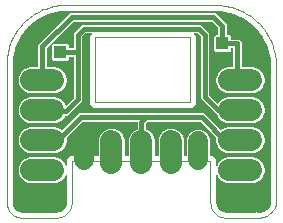
<source format=gtl>
G75*
%MOIN*%
%OFA0B0*%
%FSLAX24Y24*%
%IPPOS*%
%LPD*%
%AMOC8*
5,1,8,0,0,1.08239X$1,22.5*
%
%ADD10C,0.0000*%
%ADD11C,0.0650*%
%ADD12C,0.0728*%
%ADD13C,0.0740*%
%ADD14C,0.0160*%
%ADD15R,0.0436X0.0436*%
%ADD16C,0.0001*%
D10*
X002020Y001733D02*
X002020Y006351D01*
X002220Y006351D02*
X002231Y006549D01*
X002319Y006935D01*
X002319Y006935D01*
X002491Y007292D01*
X002738Y007601D01*
X003048Y007848D01*
X003404Y008020D01*
X003791Y008108D01*
X003989Y008119D01*
X008830Y008119D01*
X008833Y008117D01*
X008913Y008119D01*
X008919Y008119D01*
X009121Y008114D01*
X009522Y008034D01*
X009896Y007868D01*
X010224Y007622D01*
X010488Y007309D01*
X010676Y006946D01*
X010779Y006549D01*
X010796Y006346D01*
X010796Y001748D01*
X010783Y001684D01*
X010716Y001560D01*
X010606Y001471D01*
X010470Y001431D01*
X010463Y001431D01*
X010461Y001433D01*
X010389Y001433D01*
X010317Y001440D01*
X010308Y001433D01*
X009311Y001433D01*
X009253Y001438D01*
X009145Y001483D01*
X009062Y001566D01*
X009017Y001674D01*
X009011Y001733D01*
X009011Y002647D01*
X009044Y002568D01*
X009171Y002442D01*
X009336Y002373D01*
X010255Y002373D01*
X010421Y002442D01*
X010547Y002568D01*
X010616Y002734D01*
X010616Y002913D01*
X010547Y003078D01*
X010421Y003205D01*
X010255Y003273D01*
X009336Y003273D01*
X009171Y003205D01*
X009044Y003078D01*
X009011Y002999D01*
X009011Y003186D01*
X008894Y003303D01*
X008802Y003303D01*
X008802Y003868D01*
X008740Y004017D01*
X008626Y004130D01*
X008478Y004192D01*
X008317Y004192D01*
X008168Y004130D01*
X008054Y004017D01*
X007992Y003868D01*
X007992Y003303D01*
X007936Y003303D01*
X007936Y003876D01*
X007868Y004039D01*
X007743Y004164D01*
X007580Y004231D01*
X007403Y004231D01*
X007240Y004164D01*
X007115Y004039D01*
X007047Y003876D01*
X007047Y003303D01*
X006951Y003303D01*
X006951Y003876D01*
X006884Y004039D01*
X006759Y004164D01*
X006667Y004202D01*
X006667Y004374D01*
X006680Y004387D01*
X006712Y004419D01*
X008450Y004419D01*
X008976Y003893D01*
X008976Y003734D01*
X009044Y003568D01*
X009171Y003442D01*
X009336Y003373D01*
X010255Y003373D01*
X010421Y003442D01*
X010547Y003568D01*
X010616Y003734D01*
X010616Y003913D01*
X010547Y004078D01*
X010421Y004205D01*
X010255Y004273D01*
X009336Y004273D01*
X009171Y004205D01*
X009144Y004178D01*
X008676Y004645D01*
X008582Y004739D01*
X004414Y004739D01*
X003853Y004178D01*
X003826Y004205D01*
X003661Y004273D01*
X002742Y004273D01*
X002576Y004205D01*
X002450Y004078D01*
X002381Y003913D01*
X002381Y003734D01*
X002450Y003568D01*
X002576Y003442D01*
X002742Y003373D01*
X003661Y003373D01*
X003826Y003442D01*
X003953Y003568D01*
X004021Y003734D01*
X004021Y003893D01*
X004050Y003922D01*
X004547Y004419D01*
X006347Y004419D01*
X006347Y004202D01*
X006256Y004164D01*
X006131Y004039D01*
X006063Y003876D01*
X006063Y003303D01*
X005948Y003303D01*
X005948Y003876D01*
X005880Y004039D01*
X005755Y004164D01*
X005592Y004231D01*
X005415Y004231D01*
X005252Y004164D01*
X005127Y004039D01*
X005059Y003876D01*
X005059Y003303D01*
X004945Y003303D01*
X004934Y003328D01*
X004823Y003439D01*
X004677Y003500D01*
X004519Y003500D01*
X004373Y003439D01*
X004261Y003328D01*
X004251Y003303D01*
X004103Y003303D01*
X003985Y003186D01*
X003985Y002999D01*
X003953Y003078D01*
X003826Y003205D01*
X003661Y003273D01*
X002742Y003273D01*
X002576Y003205D01*
X002450Y003078D01*
X002381Y002913D01*
X002381Y002734D01*
X002450Y002568D01*
X002576Y002442D01*
X002742Y002373D01*
X003661Y002373D01*
X003826Y002442D01*
X003953Y002568D01*
X003985Y002647D01*
X003985Y001733D01*
X003980Y001674D01*
X003935Y001566D01*
X003852Y001483D01*
X003744Y001438D01*
X003685Y001433D01*
X002520Y001433D01*
X002462Y001438D01*
X002353Y001483D01*
X002271Y001566D01*
X002226Y001674D01*
X002220Y001733D01*
X002220Y006351D01*
X002450Y006078D02*
X002381Y005913D01*
X002381Y005734D01*
X002450Y005568D01*
X002576Y005442D01*
X002742Y005373D01*
X003661Y005373D01*
X003826Y005442D01*
X003953Y005568D01*
X004021Y005734D01*
X004021Y005913D01*
X003953Y006078D01*
X003826Y006205D01*
X003661Y006273D01*
X003361Y006273D01*
X003361Y006875D01*
X004252Y007766D01*
X008844Y007766D01*
X009045Y007564D01*
X009045Y007338D01*
X008954Y007338D01*
X008907Y007291D01*
X008907Y006789D01*
X008954Y006742D01*
X009456Y006742D01*
X009503Y006789D01*
X009503Y006880D01*
X009537Y006880D01*
X009537Y006273D01*
X009336Y006273D01*
X009171Y006205D01*
X009044Y006078D01*
X008976Y005913D01*
X008976Y005734D01*
X009044Y005568D01*
X009171Y005442D01*
X009336Y005373D01*
X010255Y005373D01*
X010421Y005442D01*
X010547Y005568D01*
X010616Y005734D01*
X010616Y005913D01*
X010547Y006078D01*
X010421Y006205D01*
X010255Y006273D01*
X009857Y006273D01*
X009857Y007106D01*
X009764Y007200D01*
X009503Y007200D01*
X009503Y007291D01*
X009456Y007338D01*
X009365Y007338D01*
X009365Y007697D01*
X009271Y007790D01*
X008976Y008086D01*
X004119Y008086D01*
X004025Y007992D01*
X003041Y007008D01*
X003041Y006273D01*
X002742Y006273D01*
X002576Y006205D01*
X002450Y006078D01*
X002742Y005273D02*
X002576Y005205D01*
X002450Y005078D01*
X002381Y004913D01*
X002381Y004734D01*
X002450Y004568D01*
X002576Y004442D01*
X002742Y004373D01*
X003661Y004373D01*
X003826Y004442D01*
X003953Y004568D01*
X003972Y004616D01*
X004055Y004616D01*
X004449Y005010D01*
X004542Y005103D01*
X004542Y007269D01*
X004645Y007372D01*
X004825Y007372D01*
X004773Y007319D01*
X004773Y004988D01*
X004890Y004871D01*
X008205Y004871D01*
X008322Y004988D01*
X008322Y007319D01*
X008270Y007372D01*
X008351Y007372D01*
X008455Y007269D01*
X008455Y005202D01*
X008548Y005108D01*
X008993Y004663D01*
X009005Y004663D01*
X009044Y004568D01*
X009171Y004442D01*
X009336Y004373D01*
X010255Y004373D01*
X010421Y004442D01*
X010547Y004568D01*
X010616Y004734D01*
X010616Y004913D01*
X010547Y005078D01*
X010421Y005205D01*
X010255Y005273D01*
X009336Y005273D01*
X009171Y005205D01*
X009044Y005078D01*
X009040Y005069D01*
X008775Y005334D01*
X008775Y007401D01*
X008578Y007598D01*
X008484Y007692D01*
X004513Y007692D01*
X004419Y007598D01*
X004316Y007495D01*
X004222Y007401D01*
X004222Y006904D01*
X004090Y006904D01*
X004090Y006996D01*
X004043Y007043D01*
X003540Y007043D01*
X003494Y006996D01*
X003494Y006493D01*
X003540Y006446D01*
X004043Y006446D01*
X004090Y006493D01*
X004090Y006584D01*
X004222Y006584D01*
X004222Y005236D01*
X003985Y004999D01*
X003953Y005078D01*
X003826Y005205D01*
X003661Y005273D01*
X002742Y005273D01*
X002020Y006351D02*
X002022Y006437D01*
X002027Y006523D01*
X002037Y006608D01*
X002050Y006693D01*
X002067Y006777D01*
X002087Y006861D01*
X002111Y006943D01*
X002139Y007024D01*
X002170Y007105D01*
X002204Y007183D01*
X002242Y007260D01*
X002284Y007336D01*
X002328Y007409D01*
X002376Y007480D01*
X002427Y007550D01*
X002481Y007617D01*
X002537Y007681D01*
X002597Y007743D01*
X002659Y007803D01*
X002723Y007859D01*
X002790Y007913D01*
X002860Y007964D01*
X002931Y008012D01*
X003005Y008056D01*
X003080Y008098D01*
X003157Y008136D01*
X003235Y008170D01*
X003316Y008201D01*
X003397Y008229D01*
X003479Y008253D01*
X003563Y008273D01*
X003647Y008290D01*
X003732Y008303D01*
X003817Y008313D01*
X003903Y008318D01*
X003989Y008320D01*
X003989Y008319D02*
X008910Y008319D01*
X008122Y007237D02*
X004973Y007237D01*
X004973Y005071D01*
X008122Y005071D01*
X008122Y007237D01*
X008910Y008319D02*
X008998Y008320D01*
X009087Y008317D01*
X009175Y008310D01*
X009263Y008299D01*
X009350Y008284D01*
X009437Y008265D01*
X009522Y008243D01*
X009607Y008217D01*
X009690Y008187D01*
X009772Y008154D01*
X009853Y008117D01*
X009931Y008077D01*
X010008Y008033D01*
X010083Y007986D01*
X010156Y007936D01*
X010227Y007883D01*
X010295Y007826D01*
X010361Y007767D01*
X010424Y007705D01*
X010484Y007640D01*
X010541Y007573D01*
X010596Y007503D01*
X010647Y007431D01*
X010695Y007357D01*
X010740Y007280D01*
X010781Y007202D01*
X010819Y007122D01*
X010854Y007041D01*
X010885Y006958D01*
X010912Y006874D01*
X010935Y006788D01*
X010955Y006702D01*
X010971Y006615D01*
X010983Y006527D01*
X010992Y006439D01*
X010996Y006351D01*
X010996Y001733D01*
X010989Y001687D01*
X010979Y001642D01*
X010964Y001598D01*
X010946Y001555D01*
X010925Y001513D01*
X010900Y001474D01*
X010873Y001437D01*
X010842Y001402D01*
X010808Y001370D01*
X010772Y001341D01*
X010734Y001315D01*
X010693Y001292D01*
X010651Y001272D01*
X010607Y001256D01*
X010563Y001244D01*
X010517Y001236D01*
X010471Y001231D01*
X010424Y001230D01*
X010378Y001233D01*
X009311Y001233D01*
X009267Y001235D01*
X009224Y001241D01*
X009182Y001250D01*
X009140Y001263D01*
X009100Y001280D01*
X009061Y001300D01*
X009024Y001323D01*
X008990Y001350D01*
X008957Y001379D01*
X008928Y001412D01*
X008901Y001446D01*
X008878Y001483D01*
X008858Y001522D01*
X008841Y001562D01*
X008828Y001604D01*
X008819Y001646D01*
X008813Y001689D01*
X008811Y001733D01*
X008811Y003103D01*
X004185Y003103D01*
X004185Y001733D01*
X004183Y001689D01*
X004177Y001646D01*
X004168Y001604D01*
X004155Y001562D01*
X004138Y001522D01*
X004118Y001483D01*
X004095Y001446D01*
X004068Y001412D01*
X004039Y001379D01*
X004006Y001350D01*
X003972Y001323D01*
X003935Y001300D01*
X003896Y001280D01*
X003856Y001263D01*
X003814Y001250D01*
X003772Y001241D01*
X003729Y001235D01*
X003685Y001233D01*
X002520Y001233D01*
X002476Y001235D01*
X002433Y001241D01*
X002391Y001250D01*
X002349Y001263D01*
X002309Y001280D01*
X002270Y001300D01*
X002233Y001323D01*
X002199Y001350D01*
X002166Y001379D01*
X002137Y001412D01*
X002110Y001446D01*
X002087Y001483D01*
X002067Y001522D01*
X002050Y001562D01*
X002037Y001604D01*
X002028Y001646D01*
X002022Y001689D01*
X002020Y001733D01*
X004401Y003103D02*
X004403Y003130D01*
X004409Y003157D01*
X004418Y003183D01*
X004431Y003207D01*
X004447Y003230D01*
X004466Y003249D01*
X004488Y003266D01*
X004512Y003280D01*
X004537Y003290D01*
X004564Y003297D01*
X004591Y003300D01*
X004619Y003299D01*
X004646Y003294D01*
X004672Y003286D01*
X004696Y003274D01*
X004719Y003258D01*
X004740Y003240D01*
X004757Y003219D01*
X004772Y003195D01*
X004783Y003170D01*
X004791Y003144D01*
X004795Y003117D01*
X004795Y003089D01*
X004791Y003062D01*
X004783Y003036D01*
X004772Y003011D01*
X004757Y002987D01*
X004740Y002966D01*
X004719Y002948D01*
X004697Y002932D01*
X004672Y002920D01*
X004646Y002912D01*
X004619Y002907D01*
X004591Y002906D01*
X004564Y002909D01*
X004537Y002916D01*
X004512Y002926D01*
X004488Y002940D01*
X004466Y002957D01*
X004447Y002976D01*
X004431Y002999D01*
X004418Y003023D01*
X004409Y003049D01*
X004403Y003076D01*
X004401Y003103D01*
X005306Y003103D02*
X005308Y003130D01*
X005314Y003157D01*
X005323Y003183D01*
X005336Y003207D01*
X005352Y003230D01*
X005371Y003249D01*
X005393Y003266D01*
X005417Y003280D01*
X005442Y003290D01*
X005469Y003297D01*
X005496Y003300D01*
X005524Y003299D01*
X005551Y003294D01*
X005577Y003286D01*
X005601Y003274D01*
X005624Y003258D01*
X005645Y003240D01*
X005662Y003219D01*
X005677Y003195D01*
X005688Y003170D01*
X005696Y003144D01*
X005700Y003117D01*
X005700Y003089D01*
X005696Y003062D01*
X005688Y003036D01*
X005677Y003011D01*
X005662Y002987D01*
X005645Y002966D01*
X005624Y002948D01*
X005602Y002932D01*
X005577Y002920D01*
X005551Y002912D01*
X005524Y002907D01*
X005496Y002906D01*
X005469Y002909D01*
X005442Y002916D01*
X005417Y002926D01*
X005393Y002940D01*
X005371Y002957D01*
X005352Y002976D01*
X005336Y002999D01*
X005323Y003023D01*
X005314Y003049D01*
X005308Y003076D01*
X005306Y003103D01*
X006310Y003103D02*
X006312Y003130D01*
X006318Y003157D01*
X006327Y003183D01*
X006340Y003207D01*
X006356Y003230D01*
X006375Y003249D01*
X006397Y003266D01*
X006421Y003280D01*
X006446Y003290D01*
X006473Y003297D01*
X006500Y003300D01*
X006528Y003299D01*
X006555Y003294D01*
X006581Y003286D01*
X006605Y003274D01*
X006628Y003258D01*
X006649Y003240D01*
X006666Y003219D01*
X006681Y003195D01*
X006692Y003170D01*
X006700Y003144D01*
X006704Y003117D01*
X006704Y003089D01*
X006700Y003062D01*
X006692Y003036D01*
X006681Y003011D01*
X006666Y002987D01*
X006649Y002966D01*
X006628Y002948D01*
X006606Y002932D01*
X006581Y002920D01*
X006555Y002912D01*
X006528Y002907D01*
X006500Y002906D01*
X006473Y002909D01*
X006446Y002916D01*
X006421Y002926D01*
X006397Y002940D01*
X006375Y002957D01*
X006356Y002976D01*
X006340Y002999D01*
X006327Y003023D01*
X006318Y003049D01*
X006312Y003076D01*
X006310Y003103D01*
X007295Y003103D02*
X007297Y003130D01*
X007303Y003157D01*
X007312Y003183D01*
X007325Y003207D01*
X007341Y003230D01*
X007360Y003249D01*
X007382Y003266D01*
X007406Y003280D01*
X007431Y003290D01*
X007458Y003297D01*
X007485Y003300D01*
X007513Y003299D01*
X007540Y003294D01*
X007566Y003286D01*
X007590Y003274D01*
X007613Y003258D01*
X007634Y003240D01*
X007651Y003219D01*
X007666Y003195D01*
X007677Y003170D01*
X007685Y003144D01*
X007689Y003117D01*
X007689Y003089D01*
X007685Y003062D01*
X007677Y003036D01*
X007666Y003011D01*
X007651Y002987D01*
X007634Y002966D01*
X007613Y002948D01*
X007591Y002932D01*
X007566Y002920D01*
X007540Y002912D01*
X007513Y002907D01*
X007485Y002906D01*
X007458Y002909D01*
X007431Y002916D01*
X007406Y002926D01*
X007382Y002940D01*
X007360Y002957D01*
X007341Y002976D01*
X007325Y002999D01*
X007312Y003023D01*
X007303Y003049D01*
X007297Y003076D01*
X007295Y003103D01*
X008200Y003103D02*
X008202Y003130D01*
X008208Y003157D01*
X008217Y003183D01*
X008230Y003207D01*
X008246Y003230D01*
X008265Y003249D01*
X008287Y003266D01*
X008311Y003280D01*
X008336Y003290D01*
X008363Y003297D01*
X008390Y003300D01*
X008418Y003299D01*
X008445Y003294D01*
X008471Y003286D01*
X008495Y003274D01*
X008518Y003258D01*
X008539Y003240D01*
X008556Y003219D01*
X008571Y003195D01*
X008582Y003170D01*
X008590Y003144D01*
X008594Y003117D01*
X008594Y003089D01*
X008590Y003062D01*
X008582Y003036D01*
X008571Y003011D01*
X008556Y002987D01*
X008539Y002966D01*
X008518Y002948D01*
X008496Y002932D01*
X008471Y002920D01*
X008445Y002912D01*
X008418Y002907D01*
X008390Y002906D01*
X008363Y002909D01*
X008336Y002916D01*
X008311Y002926D01*
X008287Y002940D01*
X008265Y002957D01*
X008246Y002976D01*
X008230Y002999D01*
X008217Y003023D01*
X008208Y003049D01*
X008202Y003076D01*
X008200Y003103D01*
X006680Y004387D02*
X006680Y004387D01*
X004316Y007495D02*
X004316Y007495D01*
X004419Y007598D02*
X004419Y007598D01*
D11*
X004598Y003787D02*
X004598Y003138D01*
X008397Y003138D02*
X008397Y003787D01*
D12*
X007492Y003787D02*
X007492Y003059D01*
X006507Y003059D02*
X006507Y003787D01*
X005503Y003787D02*
X005503Y003059D01*
D13*
X003571Y002823D02*
X002831Y002823D01*
X002831Y003823D02*
X003571Y003823D01*
X003571Y004823D02*
X002831Y004823D01*
X002831Y005823D02*
X003571Y005823D01*
X003571Y001823D02*
X002831Y001823D01*
X009426Y001823D02*
X010166Y001823D01*
X010166Y002823D02*
X009426Y002823D01*
X009426Y003823D02*
X010166Y003823D01*
X010166Y004823D02*
X009426Y004823D01*
X009426Y005823D02*
X010166Y005823D01*
D14*
X009796Y005823D02*
X009697Y005823D01*
X009697Y007040D01*
X009205Y007040D01*
X009205Y007630D01*
X008910Y007926D01*
X004185Y007926D01*
X003201Y006941D01*
X003201Y005823D01*
X003989Y004776D02*
X004382Y005170D01*
X004382Y006744D01*
X003792Y006744D01*
X004382Y006744D02*
X004382Y007335D01*
X004579Y007532D01*
X008418Y007532D01*
X008615Y007335D01*
X008615Y005268D01*
X009059Y004823D01*
X009796Y004823D01*
X009796Y003823D02*
X009370Y003725D01*
X008516Y004579D01*
X006646Y004579D01*
X006520Y004453D01*
X006507Y004422D02*
X006507Y003787D01*
X006507Y004422D02*
X006508Y004433D01*
X006513Y004444D01*
X006520Y004453D01*
X006646Y004579D02*
X004481Y004579D01*
X003890Y003989D01*
X003367Y003989D01*
X003201Y003823D01*
X003248Y004776D02*
X003201Y004823D01*
X003248Y004776D02*
X003989Y004776D01*
D15*
X003792Y006744D03*
X009205Y007040D03*
D16*
X009503Y007200D02*
X010544Y007200D01*
X010545Y007199D02*
X009764Y007199D01*
X009765Y007198D02*
X010546Y007198D01*
X010546Y007197D02*
X009766Y007197D01*
X009767Y007196D02*
X010547Y007196D01*
X010547Y007195D02*
X009768Y007195D01*
X009769Y007194D02*
X010548Y007194D01*
X010548Y007193D02*
X009770Y007193D01*
X009771Y007192D02*
X010549Y007192D01*
X010549Y007191D02*
X009772Y007191D01*
X009773Y007190D02*
X010550Y007190D01*
X010550Y007189D02*
X009774Y007189D01*
X009775Y007188D02*
X010551Y007188D01*
X010551Y007187D02*
X009776Y007187D01*
X009777Y007186D02*
X010552Y007186D01*
X010552Y007185D02*
X009778Y007185D01*
X009779Y007184D02*
X010553Y007184D01*
X010553Y007183D02*
X009780Y007183D01*
X009781Y007182D02*
X010554Y007182D01*
X010554Y007181D02*
X009782Y007181D01*
X009783Y007180D02*
X010555Y007180D01*
X010555Y007179D02*
X009784Y007179D01*
X009785Y007178D02*
X010556Y007178D01*
X010556Y007177D02*
X009786Y007177D01*
X009787Y007176D02*
X010557Y007176D01*
X010557Y007175D02*
X009788Y007175D01*
X009789Y007174D02*
X010558Y007174D01*
X010558Y007173D02*
X009790Y007173D01*
X009791Y007172D02*
X010559Y007172D01*
X010559Y007171D02*
X009792Y007171D01*
X009793Y007170D02*
X010560Y007170D01*
X010561Y007169D02*
X009794Y007169D01*
X009795Y007168D02*
X010561Y007168D01*
X010562Y007167D02*
X009796Y007167D01*
X009797Y007166D02*
X010562Y007166D01*
X010563Y007165D02*
X009798Y007165D01*
X009799Y007164D02*
X010563Y007164D01*
X010564Y007163D02*
X009800Y007163D01*
X009801Y007162D02*
X010564Y007162D01*
X010565Y007161D02*
X009802Y007161D01*
X009803Y007160D02*
X010565Y007160D01*
X010566Y007159D02*
X009804Y007159D01*
X009805Y007158D02*
X010566Y007158D01*
X010567Y007157D02*
X009806Y007157D01*
X009807Y007156D02*
X010567Y007156D01*
X010568Y007155D02*
X009808Y007155D01*
X009809Y007154D02*
X010568Y007154D01*
X010569Y007153D02*
X009810Y007153D01*
X009811Y007152D02*
X010569Y007152D01*
X010570Y007151D02*
X009812Y007151D01*
X009813Y007150D02*
X010570Y007150D01*
X010571Y007149D02*
X009814Y007149D01*
X009815Y007148D02*
X010571Y007148D01*
X010572Y007147D02*
X009816Y007147D01*
X009817Y007146D02*
X010572Y007146D01*
X010573Y007145D02*
X009818Y007145D01*
X009819Y007144D02*
X010573Y007144D01*
X010574Y007143D02*
X009820Y007143D01*
X009821Y007142D02*
X010574Y007142D01*
X010575Y007141D02*
X009822Y007141D01*
X009823Y007140D02*
X010576Y007140D01*
X010576Y007139D02*
X009824Y007139D01*
X009825Y007138D02*
X010577Y007138D01*
X010577Y007137D02*
X009826Y007137D01*
X009827Y007136D02*
X010578Y007136D01*
X010578Y007135D02*
X009828Y007135D01*
X009829Y007134D02*
X010579Y007134D01*
X010579Y007133D02*
X009830Y007133D01*
X009831Y007132D02*
X010580Y007132D01*
X010580Y007131D02*
X009832Y007131D01*
X009833Y007130D02*
X010581Y007130D01*
X010581Y007129D02*
X009834Y007129D01*
X009835Y007128D02*
X010582Y007128D01*
X010582Y007127D02*
X009836Y007127D01*
X009837Y007126D02*
X010583Y007126D01*
X010583Y007125D02*
X009838Y007125D01*
X009839Y007124D02*
X010584Y007124D01*
X010584Y007123D02*
X009840Y007123D01*
X009841Y007122D02*
X010585Y007122D01*
X010585Y007121D02*
X009842Y007121D01*
X009843Y007120D02*
X010586Y007120D01*
X010586Y007119D02*
X009844Y007119D01*
X009845Y007118D02*
X010587Y007118D01*
X010587Y007117D02*
X009846Y007117D01*
X009847Y007116D02*
X010588Y007116D01*
X010588Y007115D02*
X009848Y007115D01*
X009849Y007114D02*
X010589Y007114D01*
X010590Y007113D02*
X009850Y007113D01*
X009851Y007112D02*
X010590Y007112D01*
X010591Y007111D02*
X009852Y007111D01*
X009853Y007110D02*
X010591Y007110D01*
X010592Y007109D02*
X009854Y007109D01*
X009855Y007108D02*
X010592Y007108D01*
X010593Y007107D02*
X009856Y007107D01*
X009857Y007106D02*
X010593Y007106D01*
X010594Y007105D02*
X009857Y007105D01*
X009857Y007104D02*
X010594Y007104D01*
X010595Y007103D02*
X009857Y007103D01*
X009857Y007102D02*
X010595Y007102D01*
X010596Y007101D02*
X009857Y007101D01*
X009857Y007100D02*
X010596Y007100D01*
X010597Y007099D02*
X009857Y007099D01*
X009857Y007098D02*
X010597Y007098D01*
X010598Y007097D02*
X009857Y007097D01*
X009857Y007096D02*
X010598Y007096D01*
X010599Y007095D02*
X009857Y007095D01*
X009857Y007094D02*
X010599Y007094D01*
X010600Y007093D02*
X009857Y007093D01*
X009857Y007092D02*
X010600Y007092D01*
X010601Y007091D02*
X009857Y007091D01*
X009857Y007090D02*
X010601Y007090D01*
X010602Y007089D02*
X009857Y007089D01*
X009857Y007088D02*
X010602Y007088D01*
X010603Y007087D02*
X009857Y007087D01*
X009857Y007086D02*
X010603Y007086D01*
X010604Y007085D02*
X009857Y007085D01*
X009857Y007084D02*
X010605Y007084D01*
X010605Y007083D02*
X009857Y007083D01*
X009857Y007082D02*
X010606Y007082D01*
X010606Y007081D02*
X009857Y007081D01*
X009857Y007080D02*
X010607Y007080D01*
X010607Y007079D02*
X009857Y007079D01*
X009857Y007078D02*
X010608Y007078D01*
X010608Y007077D02*
X009857Y007077D01*
X009857Y007076D02*
X010609Y007076D01*
X010609Y007075D02*
X009857Y007075D01*
X009857Y007074D02*
X010610Y007074D01*
X010610Y007073D02*
X009857Y007073D01*
X009857Y007072D02*
X010611Y007072D01*
X010611Y007071D02*
X009857Y007071D01*
X009857Y007070D02*
X010612Y007070D01*
X010612Y007069D02*
X009857Y007069D01*
X009857Y007068D02*
X010613Y007068D01*
X010613Y007067D02*
X009857Y007067D01*
X009857Y007066D02*
X010614Y007066D01*
X010614Y007065D02*
X009857Y007065D01*
X009857Y007064D02*
X010615Y007064D01*
X010615Y007063D02*
X009857Y007063D01*
X009857Y007062D02*
X010616Y007062D01*
X010616Y007061D02*
X009857Y007061D01*
X009857Y007060D02*
X010617Y007060D01*
X010617Y007059D02*
X009857Y007059D01*
X009857Y007058D02*
X010618Y007058D01*
X010618Y007057D02*
X009857Y007057D01*
X009857Y007056D02*
X010619Y007056D01*
X010620Y007055D02*
X009857Y007055D01*
X009857Y007054D02*
X010620Y007054D01*
X010621Y007053D02*
X009857Y007053D01*
X009857Y007052D02*
X010621Y007052D01*
X010622Y007051D02*
X009857Y007051D01*
X009857Y007050D02*
X010622Y007050D01*
X010623Y007049D02*
X009857Y007049D01*
X009857Y007048D02*
X010623Y007048D01*
X010624Y007047D02*
X009857Y007047D01*
X009857Y007046D02*
X010624Y007046D01*
X010625Y007045D02*
X009857Y007045D01*
X009857Y007044D02*
X010625Y007044D01*
X010626Y007043D02*
X009857Y007043D01*
X009857Y007042D02*
X010626Y007042D01*
X010627Y007041D02*
X009857Y007041D01*
X009857Y007040D02*
X010627Y007040D01*
X010628Y007039D02*
X009857Y007039D01*
X009857Y007038D02*
X010628Y007038D01*
X010629Y007037D02*
X009857Y007037D01*
X009857Y007036D02*
X010629Y007036D01*
X010630Y007035D02*
X009857Y007035D01*
X009857Y007034D02*
X010630Y007034D01*
X010631Y007033D02*
X009857Y007033D01*
X009857Y007032D02*
X010631Y007032D01*
X010632Y007031D02*
X009857Y007031D01*
X009857Y007030D02*
X010632Y007030D01*
X010633Y007029D02*
X009857Y007029D01*
X009857Y007028D02*
X010633Y007028D01*
X010634Y007027D02*
X009857Y007027D01*
X009857Y007026D02*
X010635Y007026D01*
X010635Y007025D02*
X009857Y007025D01*
X009857Y007024D02*
X010636Y007024D01*
X010636Y007023D02*
X009857Y007023D01*
X009857Y007022D02*
X010637Y007022D01*
X010637Y007021D02*
X009857Y007021D01*
X009857Y007020D02*
X010638Y007020D01*
X010638Y007019D02*
X009857Y007019D01*
X009857Y007018D02*
X010639Y007018D01*
X010639Y007017D02*
X009857Y007017D01*
X009857Y007016D02*
X010640Y007016D01*
X010640Y007015D02*
X009857Y007015D01*
X009857Y007014D02*
X010641Y007014D01*
X010641Y007013D02*
X009857Y007013D01*
X009857Y007012D02*
X010642Y007012D01*
X010642Y007011D02*
X009857Y007011D01*
X009857Y007010D02*
X010643Y007010D01*
X010643Y007009D02*
X009857Y007009D01*
X009857Y007008D02*
X010644Y007008D01*
X010644Y007007D02*
X009857Y007007D01*
X009857Y007006D02*
X010645Y007006D01*
X010645Y007005D02*
X009857Y007005D01*
X009857Y007004D02*
X010646Y007004D01*
X010646Y007003D02*
X009857Y007003D01*
X009857Y007002D02*
X010647Y007002D01*
X010647Y007001D02*
X009857Y007001D01*
X009857Y007000D02*
X010648Y007000D01*
X010648Y006999D02*
X009857Y006999D01*
X009857Y006998D02*
X010649Y006998D01*
X010650Y006997D02*
X009857Y006997D01*
X009857Y006996D02*
X010650Y006996D01*
X010651Y006995D02*
X009857Y006995D01*
X009857Y006994D02*
X010651Y006994D01*
X010652Y006993D02*
X009857Y006993D01*
X009857Y006992D02*
X010652Y006992D01*
X010653Y006991D02*
X009857Y006991D01*
X009857Y006990D02*
X010653Y006990D01*
X010654Y006989D02*
X009857Y006989D01*
X009857Y006988D02*
X010654Y006988D01*
X010655Y006987D02*
X009857Y006987D01*
X009857Y006986D02*
X010655Y006986D01*
X010656Y006985D02*
X009857Y006985D01*
X009857Y006984D02*
X010656Y006984D01*
X010657Y006983D02*
X009857Y006983D01*
X009857Y006982D02*
X010657Y006982D01*
X010658Y006981D02*
X009857Y006981D01*
X009857Y006980D02*
X010658Y006980D01*
X010659Y006979D02*
X009857Y006979D01*
X009857Y006978D02*
X010659Y006978D01*
X010660Y006977D02*
X009857Y006977D01*
X009857Y006976D02*
X010660Y006976D01*
X010661Y006975D02*
X009857Y006975D01*
X009857Y006974D02*
X010661Y006974D01*
X010662Y006973D02*
X009857Y006973D01*
X010662Y006973D01*
X010663Y006972D02*
X009857Y006972D01*
X009857Y006971D02*
X010663Y006971D01*
X010664Y006970D02*
X009857Y006970D01*
X009857Y006969D02*
X010665Y006969D01*
X010665Y006968D02*
X009857Y006968D01*
X009857Y006967D02*
X010666Y006967D01*
X010666Y006966D02*
X009857Y006966D01*
X009857Y006965D02*
X010667Y006965D01*
X010667Y006964D02*
X009857Y006964D01*
X009857Y006963D02*
X010668Y006963D01*
X010668Y006962D02*
X009857Y006962D01*
X009857Y006961D02*
X010669Y006961D01*
X010669Y006960D02*
X009857Y006960D01*
X009857Y006959D02*
X010670Y006959D01*
X010670Y006958D02*
X009857Y006958D01*
X009857Y006957D02*
X010671Y006957D01*
X010671Y006956D02*
X009857Y006956D01*
X009857Y006955D02*
X010672Y006955D01*
X010672Y006954D02*
X009857Y006954D01*
X009857Y006953D02*
X010673Y006953D01*
X010673Y006952D02*
X009857Y006952D01*
X009857Y006951D02*
X010674Y006951D01*
X010674Y006950D02*
X009857Y006950D01*
X009857Y006949D02*
X010675Y006949D01*
X010675Y006948D02*
X009857Y006948D01*
X009857Y006947D02*
X010676Y006947D01*
X010676Y006946D02*
X009857Y006946D01*
X009857Y006945D02*
X010677Y006945D01*
X010677Y006944D02*
X009857Y006944D01*
X009857Y006943D02*
X010677Y006943D01*
X010677Y006942D02*
X009857Y006942D01*
X009857Y006941D02*
X010678Y006941D01*
X010678Y006940D02*
X009857Y006940D01*
X009857Y006939D02*
X010678Y006939D01*
X010678Y006938D02*
X009857Y006938D01*
X009857Y006937D02*
X010679Y006937D01*
X010679Y006936D02*
X009857Y006936D01*
X009857Y006935D02*
X010679Y006935D01*
X010680Y006934D02*
X009857Y006934D01*
X009857Y006933D02*
X010680Y006933D01*
X010680Y006932D02*
X009857Y006932D01*
X009857Y006931D02*
X010680Y006931D01*
X010681Y006930D02*
X009857Y006930D01*
X009857Y006929D02*
X010681Y006929D01*
X010681Y006928D02*
X009857Y006928D01*
X009857Y006927D02*
X010681Y006927D01*
X010682Y006926D02*
X009857Y006926D01*
X009857Y006925D02*
X010682Y006925D01*
X010682Y006924D02*
X009857Y006924D01*
X009857Y006923D02*
X010682Y006923D01*
X010683Y006922D02*
X009857Y006922D01*
X009857Y006921D02*
X010683Y006921D01*
X010683Y006920D02*
X009857Y006920D01*
X009857Y006919D02*
X010683Y006919D01*
X010684Y006918D02*
X009857Y006918D01*
X009857Y006917D02*
X010684Y006917D01*
X010684Y006916D02*
X009857Y006916D01*
X009857Y006915D02*
X010684Y006915D01*
X010685Y006914D02*
X009857Y006914D01*
X009857Y006913D02*
X010685Y006913D01*
X010685Y006912D02*
X009857Y006912D01*
X009857Y006911D02*
X010685Y006911D01*
X010686Y006910D02*
X009857Y006910D01*
X009857Y006909D02*
X010686Y006909D01*
X010686Y006908D02*
X009857Y006908D01*
X009857Y006907D02*
X010687Y006907D01*
X010687Y006906D02*
X009857Y006906D01*
X009857Y006905D02*
X010687Y006905D01*
X010687Y006904D02*
X009857Y006904D01*
X009857Y006903D02*
X010688Y006903D01*
X010688Y006902D02*
X009857Y006902D01*
X009857Y006901D02*
X010688Y006901D01*
X010688Y006900D02*
X009857Y006900D01*
X009857Y006899D02*
X010689Y006899D01*
X010689Y006898D02*
X009857Y006898D01*
X009857Y006897D02*
X010689Y006897D01*
X010689Y006896D02*
X009857Y006896D01*
X009857Y006895D02*
X010690Y006895D01*
X010690Y006894D02*
X009857Y006894D01*
X009857Y006893D02*
X010690Y006893D01*
X010690Y006892D02*
X009857Y006892D01*
X009857Y006891D02*
X010691Y006891D01*
X010691Y006890D02*
X009857Y006890D01*
X009857Y006889D02*
X010691Y006889D01*
X010691Y006888D02*
X009857Y006888D01*
X009857Y006887D02*
X010692Y006887D01*
X010692Y006886D02*
X009857Y006886D01*
X009857Y006885D02*
X010692Y006885D01*
X010692Y006884D02*
X009857Y006884D01*
X009857Y006883D02*
X010693Y006883D01*
X010693Y006882D02*
X009857Y006882D01*
X009857Y006881D02*
X010693Y006881D01*
X010693Y006880D02*
X009857Y006880D01*
X009857Y006879D02*
X010694Y006879D01*
X010694Y006878D02*
X009857Y006878D01*
X009857Y006877D02*
X010694Y006877D01*
X010695Y006876D02*
X009857Y006876D01*
X009857Y006875D02*
X010695Y006875D01*
X010695Y006874D02*
X009857Y006874D01*
X009857Y006873D02*
X010695Y006873D01*
X010696Y006872D02*
X009857Y006872D01*
X009857Y006871D02*
X010696Y006871D01*
X010696Y006870D02*
X009857Y006870D01*
X009857Y006869D02*
X010696Y006869D01*
X010697Y006868D02*
X009857Y006868D01*
X009857Y006867D02*
X010697Y006867D01*
X010697Y006866D02*
X009857Y006866D01*
X009857Y006865D02*
X010697Y006865D01*
X010698Y006864D02*
X009857Y006864D01*
X009857Y006863D02*
X010698Y006863D01*
X010698Y006862D02*
X009857Y006862D01*
X009857Y006861D02*
X010698Y006861D01*
X010699Y006860D02*
X009857Y006860D01*
X009857Y006859D02*
X010699Y006859D01*
X010699Y006858D02*
X009857Y006858D01*
X009857Y006857D02*
X010699Y006857D01*
X010700Y006856D02*
X009857Y006856D01*
X009857Y006855D02*
X010700Y006855D01*
X010700Y006854D02*
X009857Y006854D01*
X009857Y006853D02*
X010700Y006853D01*
X010701Y006852D02*
X009857Y006852D01*
X009857Y006851D02*
X010701Y006851D01*
X010701Y006850D02*
X009857Y006850D01*
X009857Y006849D02*
X010702Y006849D01*
X010702Y006848D02*
X009857Y006848D01*
X009857Y006847D02*
X010702Y006847D01*
X010702Y006846D02*
X009857Y006846D01*
X009857Y006845D02*
X010703Y006845D01*
X010703Y006844D02*
X009857Y006844D01*
X009857Y006843D02*
X010703Y006843D01*
X010703Y006842D02*
X009857Y006842D01*
X009857Y006841D02*
X010704Y006841D01*
X010704Y006840D02*
X009857Y006840D01*
X009857Y006839D02*
X010704Y006839D01*
X010704Y006838D02*
X009857Y006838D01*
X009857Y006837D02*
X010705Y006837D01*
X010705Y006836D02*
X009857Y006836D01*
X009857Y006835D02*
X010705Y006835D01*
X010705Y006834D02*
X009857Y006834D01*
X009857Y006833D02*
X010706Y006833D01*
X010706Y006832D02*
X009857Y006832D01*
X009857Y006831D02*
X010706Y006831D01*
X010706Y006830D02*
X009857Y006830D01*
X009857Y006829D02*
X010707Y006829D01*
X010707Y006828D02*
X009857Y006828D01*
X009857Y006827D02*
X010707Y006827D01*
X010707Y006826D02*
X009857Y006826D01*
X009857Y006825D02*
X010708Y006825D01*
X010708Y006824D02*
X009857Y006824D01*
X009857Y006823D02*
X010708Y006823D01*
X010709Y006822D02*
X009857Y006822D01*
X009857Y006821D02*
X010709Y006821D01*
X010709Y006820D02*
X009857Y006820D01*
X009857Y006819D02*
X010709Y006819D01*
X010710Y006818D02*
X009857Y006818D01*
X009857Y006817D02*
X010710Y006817D01*
X010710Y006816D02*
X009857Y006816D01*
X009857Y006815D02*
X010710Y006815D01*
X010711Y006814D02*
X009857Y006814D01*
X009857Y006813D02*
X010711Y006813D01*
X010711Y006812D02*
X009857Y006812D01*
X009857Y006811D02*
X010711Y006811D01*
X010712Y006810D02*
X009857Y006810D01*
X009857Y006809D02*
X010712Y006809D01*
X010712Y006808D02*
X009857Y006808D01*
X009857Y006807D02*
X010712Y006807D01*
X010713Y006806D02*
X009857Y006806D01*
X009857Y006805D02*
X010713Y006805D01*
X010713Y006804D02*
X009857Y006804D01*
X009857Y006803D02*
X010713Y006803D01*
X010714Y006802D02*
X009857Y006802D01*
X009857Y006801D02*
X010714Y006801D01*
X010714Y006800D02*
X009857Y006800D01*
X009857Y006799D02*
X010714Y006799D01*
X010715Y006798D02*
X009857Y006798D01*
X009857Y006797D02*
X010715Y006797D01*
X010715Y006796D02*
X009857Y006796D01*
X009857Y006795D02*
X010715Y006795D01*
X010716Y006794D02*
X009857Y006794D01*
X009857Y006793D02*
X010716Y006793D01*
X010716Y006792D02*
X009857Y006792D01*
X009857Y006791D02*
X010717Y006791D01*
X010717Y006790D02*
X009857Y006790D01*
X009857Y006789D02*
X010717Y006789D01*
X010717Y006788D02*
X009857Y006788D01*
X009857Y006787D02*
X010718Y006787D01*
X010718Y006786D02*
X009857Y006786D01*
X009857Y006785D02*
X010718Y006785D01*
X010718Y006784D02*
X009857Y006784D01*
X009857Y006783D02*
X010719Y006783D01*
X010719Y006782D02*
X009857Y006782D01*
X009857Y006781D02*
X010719Y006781D01*
X010719Y006780D02*
X009857Y006780D01*
X009857Y006779D02*
X010720Y006779D01*
X010720Y006778D02*
X009857Y006778D01*
X009857Y006777D02*
X010720Y006777D01*
X010720Y006776D02*
X009857Y006776D01*
X009857Y006775D02*
X010721Y006775D01*
X010721Y006774D02*
X009857Y006774D01*
X009857Y006773D02*
X010721Y006773D01*
X010721Y006772D02*
X009857Y006772D01*
X009857Y006771D02*
X010722Y006771D01*
X010722Y006770D02*
X009857Y006770D01*
X009857Y006769D02*
X010722Y006769D01*
X010722Y006768D02*
X009857Y006768D01*
X009857Y006767D02*
X010723Y006767D01*
X010723Y006766D02*
X009857Y006766D01*
X009857Y006765D02*
X010723Y006765D01*
X010724Y006764D02*
X009857Y006764D01*
X009857Y006763D02*
X010724Y006763D01*
X010724Y006762D02*
X009857Y006762D01*
X009857Y006761D02*
X010724Y006761D01*
X010725Y006760D02*
X009857Y006760D01*
X009857Y006759D02*
X010725Y006759D01*
X010725Y006758D02*
X009857Y006758D01*
X009857Y006757D02*
X010725Y006757D01*
X010726Y006756D02*
X009857Y006756D01*
X009857Y006755D02*
X010726Y006755D01*
X010726Y006754D02*
X009857Y006754D01*
X009857Y006753D02*
X010726Y006753D01*
X010727Y006752D02*
X009857Y006752D01*
X009857Y006751D02*
X010727Y006751D01*
X010727Y006750D02*
X009857Y006750D01*
X009857Y006749D02*
X010727Y006749D01*
X010728Y006748D02*
X009857Y006748D01*
X009857Y006747D02*
X010728Y006747D01*
X010728Y006746D02*
X009857Y006746D01*
X009857Y006745D02*
X010728Y006745D01*
X010729Y006744D02*
X009857Y006744D01*
X009857Y006743D02*
X010729Y006743D01*
X010729Y006742D02*
X009857Y006742D01*
X009857Y006741D02*
X010729Y006741D01*
X010730Y006740D02*
X009857Y006740D01*
X009857Y006739D02*
X010730Y006739D01*
X010730Y006738D02*
X009857Y006738D01*
X009857Y006737D02*
X010731Y006737D01*
X010731Y006736D02*
X009857Y006736D01*
X009857Y006735D02*
X010731Y006735D01*
X010731Y006734D02*
X009857Y006734D01*
X009857Y006733D02*
X010732Y006733D01*
X010732Y006732D02*
X009857Y006732D01*
X009857Y006731D02*
X010732Y006731D01*
X010732Y006730D02*
X009857Y006730D01*
X009857Y006729D02*
X010733Y006729D01*
X010733Y006728D02*
X009857Y006728D01*
X009857Y006727D02*
X010733Y006727D01*
X010733Y006726D02*
X009857Y006726D01*
X009857Y006725D02*
X010734Y006725D01*
X010734Y006724D02*
X009857Y006724D01*
X009857Y006723D02*
X010734Y006723D01*
X010734Y006722D02*
X009857Y006722D01*
X009857Y006721D02*
X010735Y006721D01*
X010735Y006720D02*
X009857Y006720D01*
X009857Y006719D02*
X010735Y006719D01*
X010735Y006718D02*
X009857Y006718D01*
X009857Y006717D02*
X010736Y006717D01*
X010736Y006716D02*
X009857Y006716D01*
X009857Y006715D02*
X010736Y006715D01*
X010736Y006714D02*
X009857Y006714D01*
X009857Y006713D02*
X010737Y006713D01*
X010737Y006712D02*
X009857Y006712D01*
X009857Y006711D02*
X010737Y006711D01*
X010737Y006710D02*
X009857Y006710D01*
X009857Y006709D02*
X010738Y006709D01*
X010738Y006708D02*
X009857Y006708D01*
X009857Y006707D02*
X010738Y006707D01*
X010739Y006706D02*
X009857Y006706D01*
X009857Y006705D02*
X010739Y006705D01*
X010739Y006704D02*
X009857Y006704D01*
X009857Y006703D02*
X010739Y006703D01*
X010740Y006702D02*
X009857Y006702D01*
X009857Y006701D02*
X010740Y006701D01*
X010740Y006700D02*
X009857Y006700D01*
X009857Y006699D02*
X010740Y006699D01*
X010741Y006698D02*
X009857Y006698D01*
X009857Y006697D02*
X010741Y006697D01*
X010741Y006696D02*
X009857Y006696D01*
X009857Y006695D02*
X010741Y006695D01*
X010742Y006694D02*
X009857Y006694D01*
X009857Y006693D02*
X010742Y006693D01*
X010742Y006692D02*
X009857Y006692D01*
X009857Y006691D02*
X010742Y006691D01*
X010743Y006690D02*
X009857Y006690D01*
X009857Y006689D02*
X010743Y006689D01*
X010743Y006688D02*
X009857Y006688D01*
X009857Y006687D02*
X010743Y006687D01*
X010744Y006686D02*
X009857Y006686D01*
X009857Y006685D02*
X010744Y006685D01*
X010744Y006684D02*
X009857Y006684D01*
X009857Y006683D02*
X010744Y006683D01*
X010745Y006682D02*
X009857Y006682D01*
X009857Y006681D02*
X010745Y006681D01*
X010745Y006680D02*
X009857Y006680D01*
X009857Y006679D02*
X010746Y006679D01*
X010746Y006678D02*
X009857Y006678D01*
X009857Y006677D02*
X010746Y006677D01*
X010746Y006676D02*
X009857Y006676D01*
X009857Y006675D02*
X010747Y006675D01*
X010747Y006674D02*
X009857Y006674D01*
X009857Y006673D02*
X010747Y006673D01*
X010747Y006672D02*
X009857Y006672D01*
X009857Y006671D02*
X010748Y006671D01*
X010748Y006670D02*
X009857Y006670D01*
X009857Y006669D02*
X010748Y006669D01*
X010748Y006668D02*
X009857Y006668D01*
X009857Y006667D02*
X010749Y006667D01*
X010749Y006666D02*
X009857Y006666D01*
X009857Y006665D02*
X010749Y006665D01*
X010749Y006664D02*
X009857Y006664D01*
X009857Y006663D02*
X010750Y006663D01*
X010750Y006662D02*
X009857Y006662D01*
X009857Y006661D02*
X010750Y006661D01*
X010750Y006660D02*
X009857Y006660D01*
X009857Y006659D02*
X010751Y006659D01*
X010751Y006658D02*
X009857Y006658D01*
X009857Y006657D02*
X010751Y006657D01*
X010751Y006656D02*
X009857Y006656D01*
X009857Y006655D02*
X010752Y006655D01*
X010752Y006654D02*
X009857Y006654D01*
X009857Y006653D02*
X010752Y006653D01*
X010753Y006652D02*
X009857Y006652D01*
X009857Y006651D02*
X010753Y006651D01*
X010753Y006650D02*
X009857Y006650D01*
X009857Y006649D02*
X010753Y006649D01*
X010754Y006648D02*
X009857Y006648D01*
X009857Y006647D02*
X010754Y006647D01*
X010754Y006646D02*
X009857Y006646D01*
X009857Y006645D02*
X010754Y006645D01*
X010755Y006644D02*
X009857Y006644D01*
X009857Y006643D02*
X010755Y006643D01*
X010755Y006642D02*
X009857Y006642D01*
X009857Y006641D02*
X010755Y006641D01*
X010756Y006640D02*
X009857Y006640D01*
X009857Y006639D02*
X010756Y006639D01*
X010756Y006638D02*
X009857Y006638D01*
X009857Y006637D02*
X010756Y006637D01*
X010757Y006636D02*
X009857Y006636D01*
X009857Y006635D02*
X010757Y006635D01*
X010757Y006634D02*
X009857Y006634D01*
X009857Y006633D02*
X010757Y006633D01*
X010758Y006632D02*
X009857Y006632D01*
X009857Y006631D02*
X010758Y006631D01*
X010758Y006630D02*
X009857Y006630D01*
X009857Y006629D02*
X010758Y006629D01*
X010759Y006628D02*
X009857Y006628D01*
X009857Y006627D02*
X010759Y006627D01*
X010759Y006626D02*
X009857Y006626D01*
X009857Y006625D02*
X010759Y006625D01*
X010760Y006624D02*
X009857Y006624D01*
X009857Y006623D02*
X010760Y006623D01*
X010760Y006622D02*
X009857Y006622D01*
X009857Y006621D02*
X010761Y006621D01*
X010761Y006620D02*
X009857Y006620D01*
X009857Y006619D02*
X010761Y006619D01*
X010761Y006618D02*
X009857Y006618D01*
X009857Y006617D02*
X010762Y006617D01*
X010762Y006616D02*
X009857Y006616D01*
X009857Y006615D02*
X010762Y006615D01*
X010762Y006614D02*
X009857Y006614D01*
X009857Y006613D02*
X010763Y006613D01*
X010763Y006612D02*
X009857Y006612D01*
X009857Y006611D02*
X010763Y006611D01*
X010763Y006610D02*
X009857Y006610D01*
X009857Y006609D02*
X010764Y006609D01*
X010764Y006608D02*
X009857Y006608D01*
X009857Y006607D02*
X010764Y006607D01*
X010764Y006606D02*
X009857Y006606D01*
X009857Y006605D02*
X010765Y006605D01*
X010765Y006604D02*
X009857Y006604D01*
X009857Y006603D02*
X010765Y006603D01*
X010765Y006602D02*
X009857Y006602D01*
X009857Y006601D02*
X010766Y006601D01*
X010766Y006600D02*
X009857Y006600D01*
X009857Y006599D02*
X010766Y006599D01*
X010766Y006598D02*
X009857Y006598D01*
X009857Y006597D02*
X010767Y006597D01*
X010767Y006596D02*
X009857Y006596D01*
X009857Y006595D02*
X010767Y006595D01*
X010768Y006594D02*
X009857Y006594D01*
X009857Y006593D02*
X010768Y006593D01*
X010768Y006592D02*
X009857Y006592D01*
X009857Y006591D02*
X010768Y006591D01*
X010769Y006590D02*
X009857Y006590D01*
X009857Y006589D02*
X010769Y006589D01*
X010769Y006588D02*
X009857Y006588D01*
X009857Y006587D02*
X010769Y006587D01*
X010770Y006586D02*
X009857Y006586D01*
X009857Y006585D02*
X010770Y006585D01*
X010770Y006584D02*
X009857Y006584D01*
X009857Y006583D02*
X010770Y006583D01*
X010771Y006582D02*
X009857Y006582D01*
X009857Y006581D02*
X010771Y006581D01*
X010771Y006580D02*
X009857Y006580D01*
X009857Y006579D02*
X010771Y006579D01*
X010772Y006578D02*
X009857Y006578D01*
X009857Y006577D02*
X010772Y006577D01*
X010772Y006576D02*
X009857Y006576D01*
X009857Y006575D02*
X010772Y006575D01*
X010773Y006574D02*
X009857Y006574D01*
X009857Y006573D02*
X010773Y006573D01*
X010773Y006572D02*
X009857Y006572D01*
X009857Y006571D02*
X010773Y006571D01*
X010774Y006570D02*
X009857Y006570D01*
X009857Y006569D02*
X010774Y006569D01*
X010774Y006568D02*
X009857Y006568D01*
X009857Y006567D02*
X010775Y006567D01*
X010775Y006566D02*
X009857Y006566D01*
X009857Y006565D02*
X010775Y006565D01*
X010775Y006564D02*
X009857Y006564D01*
X009857Y006563D02*
X010776Y006563D01*
X010776Y006562D02*
X009857Y006562D01*
X009857Y006561D02*
X010776Y006561D01*
X010776Y006560D02*
X009857Y006560D01*
X009857Y006559D02*
X010777Y006559D01*
X010777Y006558D02*
X009857Y006558D01*
X009857Y006557D02*
X010777Y006557D01*
X010777Y006556D02*
X009857Y006556D01*
X009857Y006555D02*
X010778Y006555D01*
X010778Y006554D02*
X009857Y006554D01*
X009857Y006553D02*
X010778Y006553D01*
X010778Y006552D02*
X009857Y006552D01*
X009857Y006551D02*
X010779Y006551D01*
X010779Y006550D02*
X009857Y006550D01*
X009857Y006549D02*
X010779Y006549D01*
X010779Y006548D02*
X009857Y006548D01*
X009857Y006547D02*
X010779Y006547D01*
X010779Y006546D02*
X009857Y006546D01*
X009857Y006545D02*
X010779Y006545D01*
X010780Y006544D02*
X009857Y006544D01*
X009857Y006543D02*
X010780Y006543D01*
X010780Y006542D02*
X009857Y006542D01*
X009857Y006541D02*
X010780Y006541D01*
X010780Y006540D02*
X009857Y006540D01*
X009857Y006539D02*
X010780Y006539D01*
X010780Y006538D02*
X009857Y006538D01*
X009857Y006537D02*
X010780Y006537D01*
X010780Y006536D02*
X009857Y006536D01*
X009857Y006535D02*
X010780Y006535D01*
X010780Y006534D02*
X009857Y006534D01*
X009857Y006533D02*
X010780Y006533D01*
X010781Y006532D02*
X009857Y006532D01*
X009857Y006531D02*
X010781Y006531D01*
X010781Y006530D02*
X009857Y006530D01*
X009857Y006529D02*
X010781Y006529D01*
X010781Y006528D02*
X009857Y006528D01*
X009857Y006527D02*
X010781Y006527D01*
X010781Y006526D02*
X009857Y006526D01*
X009857Y006525D02*
X010781Y006525D01*
X010781Y006524D02*
X009857Y006524D01*
X009857Y006523D02*
X010781Y006523D01*
X010781Y006522D02*
X009857Y006522D01*
X009857Y006521D02*
X010781Y006521D01*
X010782Y006520D02*
X009857Y006520D01*
X009857Y006519D02*
X010782Y006519D01*
X010782Y006518D02*
X009857Y006518D01*
X009857Y006517D02*
X010782Y006517D01*
X010782Y006516D02*
X009857Y006516D01*
X009857Y006515D02*
X010782Y006515D01*
X010782Y006514D02*
X009857Y006514D01*
X009857Y006513D02*
X010782Y006513D01*
X010782Y006512D02*
X009857Y006512D01*
X009857Y006511D02*
X010782Y006511D01*
X010782Y006510D02*
X009857Y006510D01*
X009857Y006509D02*
X010783Y006509D01*
X010783Y006508D02*
X009857Y006508D01*
X009857Y006507D02*
X010783Y006507D01*
X010783Y006506D02*
X009857Y006506D01*
X009857Y006505D02*
X010783Y006505D01*
X010783Y006504D02*
X009857Y006504D01*
X009857Y006503D02*
X010783Y006503D01*
X010783Y006502D02*
X009857Y006502D01*
X009857Y006501D02*
X010783Y006501D01*
X010783Y006500D02*
X009857Y006500D01*
X009857Y006499D02*
X010783Y006499D01*
X010783Y006498D02*
X009857Y006498D01*
X009857Y006497D02*
X010784Y006497D01*
X010784Y006496D02*
X009857Y006496D01*
X009857Y006495D02*
X010784Y006495D01*
X010784Y006494D02*
X009857Y006494D01*
X009857Y006493D02*
X010784Y006493D01*
X010784Y006492D02*
X009857Y006492D01*
X009857Y006491D02*
X010784Y006491D01*
X010784Y006490D02*
X009857Y006490D01*
X009857Y006489D02*
X010784Y006489D01*
X010784Y006488D02*
X009857Y006488D01*
X009857Y006487D02*
X010784Y006487D01*
X010784Y006486D02*
X009857Y006486D01*
X009857Y006485D02*
X010785Y006485D01*
X010785Y006484D02*
X009857Y006484D01*
X009857Y006483D02*
X010785Y006483D01*
X010785Y006482D02*
X009857Y006482D01*
X009857Y006481D02*
X010785Y006481D01*
X010785Y006480D02*
X009857Y006480D01*
X009857Y006479D02*
X010785Y006479D01*
X010785Y006478D02*
X009857Y006478D01*
X009857Y006477D02*
X010785Y006477D01*
X010785Y006476D02*
X009857Y006476D01*
X009857Y006475D02*
X010785Y006475D01*
X010786Y006474D02*
X009857Y006474D01*
X009857Y006473D02*
X010786Y006473D01*
X010786Y006472D02*
X009857Y006472D01*
X009857Y006471D02*
X010786Y006471D01*
X010786Y006470D02*
X009857Y006470D01*
X009857Y006469D02*
X010786Y006469D01*
X010786Y006468D02*
X009857Y006468D01*
X009857Y006467D02*
X010786Y006467D01*
X010786Y006466D02*
X009857Y006466D01*
X009857Y006465D02*
X010786Y006465D01*
X010786Y006464D02*
X009857Y006464D01*
X009857Y006463D02*
X010786Y006463D01*
X010787Y006462D02*
X009857Y006462D01*
X009857Y006461D02*
X010787Y006461D01*
X010787Y006460D02*
X009857Y006460D01*
X009857Y006459D02*
X010787Y006459D01*
X010787Y006458D02*
X009857Y006458D01*
X009857Y006457D02*
X010787Y006457D01*
X010787Y006456D02*
X009857Y006456D01*
X009857Y006455D02*
X010787Y006455D01*
X010787Y006454D02*
X009857Y006454D01*
X009857Y006453D02*
X010787Y006453D01*
X010787Y006452D02*
X009857Y006452D01*
X009857Y006451D02*
X010787Y006451D01*
X010788Y006450D02*
X009857Y006450D01*
X009857Y006449D02*
X010788Y006449D01*
X010788Y006448D02*
X009857Y006448D01*
X009857Y006447D02*
X010788Y006447D01*
X010788Y006446D02*
X009857Y006446D01*
X009857Y006445D02*
X010788Y006445D01*
X010788Y006444D02*
X009857Y006444D01*
X009857Y006443D02*
X010788Y006443D01*
X010788Y006442D02*
X009857Y006442D01*
X009857Y006441D02*
X010788Y006441D01*
X010788Y006440D02*
X009857Y006440D01*
X009857Y006439D02*
X010788Y006439D01*
X010789Y006438D02*
X009857Y006438D01*
X009857Y006437D02*
X010789Y006437D01*
X010789Y006436D02*
X009857Y006436D01*
X009857Y006435D02*
X010789Y006435D01*
X010789Y006434D02*
X009857Y006434D01*
X009857Y006433D02*
X010789Y006433D01*
X010789Y006432D02*
X009857Y006432D01*
X009857Y006431D02*
X010789Y006431D01*
X010789Y006430D02*
X009857Y006430D01*
X009857Y006429D02*
X010789Y006429D01*
X010789Y006428D02*
X009857Y006428D01*
X009857Y006427D02*
X010790Y006427D01*
X010790Y006426D02*
X009857Y006426D01*
X009857Y006425D02*
X010790Y006425D01*
X010790Y006424D02*
X009857Y006424D01*
X009857Y006423D02*
X010790Y006423D01*
X010790Y006422D02*
X009857Y006422D01*
X009857Y006421D02*
X010790Y006421D01*
X010790Y006420D02*
X009857Y006420D01*
X009857Y006419D02*
X010790Y006419D01*
X010790Y006418D02*
X009857Y006418D01*
X009857Y006417D02*
X010790Y006417D01*
X010790Y006416D02*
X009857Y006416D01*
X009857Y006415D02*
X010791Y006415D01*
X010791Y006414D02*
X009857Y006414D01*
X009857Y006413D02*
X010791Y006413D01*
X010791Y006412D02*
X009857Y006412D01*
X009857Y006411D02*
X010791Y006411D01*
X010791Y006410D02*
X009857Y006410D01*
X009857Y006409D02*
X010791Y006409D01*
X010791Y006408D02*
X009857Y006408D01*
X009857Y006407D02*
X010791Y006407D01*
X010791Y006406D02*
X009857Y006406D01*
X009857Y006405D02*
X010791Y006405D01*
X010791Y006404D02*
X009857Y006404D01*
X009857Y006403D02*
X010792Y006403D01*
X010792Y006402D02*
X009857Y006402D01*
X009857Y006401D02*
X010792Y006401D01*
X010792Y006400D02*
X009857Y006400D01*
X009857Y006399D02*
X010792Y006399D01*
X010792Y006398D02*
X009857Y006398D01*
X009857Y006397D02*
X010792Y006397D01*
X010792Y006396D02*
X009857Y006396D01*
X009857Y006395D02*
X010792Y006395D01*
X010792Y006394D02*
X009857Y006394D01*
X009857Y006393D02*
X010792Y006393D01*
X010793Y006392D02*
X009857Y006392D01*
X009857Y006391D02*
X010793Y006391D01*
X010793Y006390D02*
X009857Y006390D01*
X009857Y006389D02*
X010793Y006389D01*
X010793Y006388D02*
X009857Y006388D01*
X009857Y006387D02*
X010793Y006387D01*
X010793Y006386D02*
X009857Y006386D01*
X009857Y006385D02*
X010793Y006385D01*
X010793Y006384D02*
X009857Y006384D01*
X009857Y006383D02*
X010793Y006383D01*
X010793Y006382D02*
X009857Y006382D01*
X009857Y006381D02*
X010793Y006381D01*
X010794Y006380D02*
X009857Y006380D01*
X009857Y006379D02*
X010794Y006379D01*
X010794Y006378D02*
X009857Y006378D01*
X009857Y006377D02*
X010794Y006377D01*
X010794Y006376D02*
X009857Y006376D01*
X009857Y006375D02*
X010794Y006375D01*
X010794Y006374D02*
X009857Y006374D01*
X009857Y006373D02*
X010794Y006373D01*
X010794Y006372D02*
X009857Y006372D01*
X009857Y006371D02*
X010794Y006371D01*
X010794Y006370D02*
X009857Y006370D01*
X009857Y006369D02*
X010794Y006369D01*
X010795Y006368D02*
X009857Y006368D01*
X009857Y006367D02*
X010795Y006367D01*
X010795Y006366D02*
X009857Y006366D01*
X009857Y006365D02*
X010795Y006365D01*
X010795Y006364D02*
X009857Y006364D01*
X009857Y006363D02*
X010795Y006363D01*
X010795Y006362D02*
X009857Y006362D01*
X009857Y006361D02*
X010795Y006361D01*
X010795Y006360D02*
X009857Y006360D01*
X009857Y006359D02*
X010795Y006359D01*
X010795Y006358D02*
X009857Y006358D01*
X009857Y006357D02*
X010795Y006357D01*
X010796Y006356D02*
X009857Y006356D01*
X009857Y006355D02*
X010796Y006355D01*
X010796Y006354D02*
X009857Y006354D01*
X009857Y006353D02*
X010796Y006353D01*
X010796Y006352D02*
X009857Y006352D01*
X009857Y006351D02*
X010796Y006351D01*
X010796Y006350D02*
X009857Y006350D01*
X009857Y006349D02*
X010796Y006349D01*
X010796Y006348D02*
X009857Y006348D01*
X009857Y006347D02*
X010796Y006347D01*
X010796Y006346D02*
X009857Y006346D01*
X009857Y006345D02*
X010796Y006345D01*
X010796Y006344D02*
X009857Y006344D01*
X009857Y006343D02*
X010796Y006343D01*
X010796Y006342D02*
X009857Y006342D01*
X009857Y006341D02*
X010796Y006341D01*
X010796Y006340D02*
X009857Y006340D01*
X009857Y006339D02*
X010796Y006339D01*
X010796Y006338D02*
X009857Y006338D01*
X009857Y006337D02*
X010796Y006337D01*
X010796Y006336D02*
X009857Y006336D01*
X009857Y006335D02*
X010796Y006335D01*
X010796Y006334D02*
X009857Y006334D01*
X009857Y006333D02*
X010796Y006333D01*
X010796Y006332D02*
X009857Y006332D01*
X009857Y006331D02*
X010796Y006331D01*
X010796Y006330D02*
X009857Y006330D01*
X009857Y006329D02*
X010796Y006329D01*
X010796Y006328D02*
X009857Y006328D01*
X009857Y006327D02*
X010796Y006327D01*
X010796Y006326D02*
X009857Y006326D01*
X009857Y006325D02*
X010796Y006325D01*
X010796Y006324D02*
X009857Y006324D01*
X009857Y006323D02*
X010796Y006323D01*
X010796Y006322D02*
X009857Y006322D01*
X009857Y006321D02*
X010796Y006321D01*
X010796Y006320D02*
X009857Y006320D01*
X009857Y006319D02*
X010796Y006319D01*
X010796Y006318D02*
X009857Y006318D01*
X009857Y006317D02*
X010796Y006317D01*
X010796Y006316D02*
X009857Y006316D01*
X009857Y006315D02*
X010796Y006315D01*
X010796Y006314D02*
X009857Y006314D01*
X009857Y006313D02*
X010796Y006313D01*
X010796Y006312D02*
X009857Y006312D01*
X009857Y006311D02*
X010796Y006311D01*
X010796Y006310D02*
X009857Y006310D01*
X009857Y006309D02*
X010796Y006309D01*
X010796Y006308D02*
X009857Y006308D01*
X009857Y006307D02*
X010796Y006307D01*
X010796Y006306D02*
X009857Y006306D01*
X009857Y006305D02*
X010796Y006305D01*
X010796Y006304D02*
X009857Y006304D01*
X009857Y006303D02*
X010796Y006303D01*
X010796Y006302D02*
X009857Y006302D01*
X009857Y006301D02*
X010796Y006301D01*
X010796Y006300D02*
X009857Y006300D01*
X009857Y006299D02*
X010796Y006299D01*
X010796Y006298D02*
X009857Y006298D01*
X009857Y006297D02*
X010796Y006297D01*
X010796Y006296D02*
X009857Y006296D01*
X009857Y006295D02*
X010796Y006295D01*
X010796Y006294D02*
X009857Y006294D01*
X009857Y006293D02*
X010796Y006293D01*
X010796Y006292D02*
X009857Y006292D01*
X009857Y006291D02*
X010796Y006291D01*
X010796Y006290D02*
X009857Y006290D01*
X009857Y006289D02*
X010796Y006289D01*
X010796Y006288D02*
X009857Y006288D01*
X009857Y006287D02*
X010796Y006287D01*
X010796Y006286D02*
X009857Y006286D01*
X009857Y006285D02*
X010796Y006285D01*
X010796Y006284D02*
X009857Y006284D01*
X009857Y006283D02*
X010796Y006283D01*
X010796Y006282D02*
X009857Y006282D01*
X009857Y006281D02*
X010796Y006281D01*
X010796Y006280D02*
X009857Y006280D01*
X009857Y006279D02*
X010796Y006279D01*
X010796Y006278D02*
X009857Y006278D01*
X009857Y006277D02*
X010796Y006277D01*
X010796Y006276D02*
X009857Y006276D01*
X009857Y006275D02*
X010796Y006275D01*
X010796Y006274D02*
X009857Y006274D01*
X009537Y006274D02*
X008775Y006274D01*
X008775Y006273D02*
X009336Y006273D01*
X009334Y006272D02*
X008775Y006272D01*
X008775Y006271D02*
X009331Y006271D01*
X009329Y006270D02*
X008775Y006270D01*
X008775Y006269D02*
X009326Y006269D01*
X009324Y006268D02*
X008775Y006268D01*
X008775Y006267D02*
X009322Y006267D01*
X009319Y006266D02*
X008775Y006266D01*
X008775Y006265D02*
X009317Y006265D01*
X009314Y006264D02*
X008775Y006264D01*
X008775Y006263D02*
X009312Y006263D01*
X009310Y006262D02*
X008775Y006262D01*
X008775Y006261D02*
X009307Y006261D01*
X009305Y006260D02*
X008775Y006260D01*
X008775Y006259D02*
X009302Y006259D01*
X009300Y006258D02*
X008775Y006258D01*
X008775Y006257D02*
X009297Y006257D01*
X009295Y006256D02*
X008775Y006256D01*
X008775Y006255D02*
X009293Y006255D01*
X009290Y006254D02*
X008775Y006254D01*
X008775Y006253D02*
X009288Y006253D01*
X009285Y006252D02*
X008775Y006252D01*
X008775Y006251D02*
X009283Y006251D01*
X009281Y006250D02*
X008775Y006250D01*
X008775Y006249D02*
X009278Y006249D01*
X009276Y006248D02*
X008775Y006248D01*
X008775Y006247D02*
X009273Y006247D01*
X009271Y006246D02*
X008775Y006246D01*
X008775Y006245D02*
X009269Y006245D01*
X009266Y006244D02*
X008775Y006244D01*
X008775Y006243D02*
X009264Y006243D01*
X009261Y006242D02*
X008775Y006242D01*
X008775Y006241D02*
X009259Y006241D01*
X009256Y006240D02*
X008775Y006240D01*
X008775Y006239D02*
X009254Y006239D01*
X009252Y006238D02*
X008775Y006238D01*
X008775Y006237D02*
X009249Y006237D01*
X009247Y006236D02*
X008775Y006236D01*
X008775Y006235D02*
X009244Y006235D01*
X009242Y006234D02*
X008775Y006234D01*
X008775Y006233D02*
X009240Y006233D01*
X009237Y006232D02*
X008775Y006232D01*
X008775Y006231D02*
X009235Y006231D01*
X009232Y006230D02*
X008775Y006230D01*
X008775Y006229D02*
X009230Y006229D01*
X009228Y006228D02*
X008775Y006228D01*
X008775Y006227D02*
X009225Y006227D01*
X009223Y006226D02*
X008775Y006226D01*
X008775Y006225D02*
X009220Y006225D01*
X009218Y006224D02*
X008775Y006224D01*
X008775Y006223D02*
X009215Y006223D01*
X009213Y006222D02*
X008775Y006222D01*
X008775Y006221D02*
X009211Y006221D01*
X009208Y006220D02*
X008775Y006220D01*
X008775Y006219D02*
X009206Y006219D01*
X009203Y006218D02*
X008775Y006218D01*
X008775Y006217D02*
X009201Y006217D01*
X009199Y006216D02*
X008775Y006216D01*
X008775Y006215D02*
X009196Y006215D01*
X009194Y006214D02*
X008775Y006214D01*
X008775Y006213D02*
X009191Y006213D01*
X009189Y006212D02*
X008775Y006212D01*
X008775Y006211D02*
X009187Y006211D01*
X009184Y006210D02*
X008775Y006210D01*
X008775Y006209D02*
X009182Y006209D01*
X009179Y006208D02*
X008775Y006208D01*
X008775Y006207D02*
X009177Y006207D01*
X009174Y006206D02*
X008775Y006206D01*
X008775Y006205D02*
X009172Y006205D01*
X009170Y006204D02*
X008775Y006204D01*
X008775Y006203D02*
X009169Y006203D01*
X009168Y006202D02*
X008775Y006202D01*
X008775Y006201D02*
X009167Y006201D01*
X009166Y006200D02*
X008775Y006200D01*
X008775Y006199D02*
X009165Y006199D01*
X009164Y006198D02*
X008775Y006198D01*
X008775Y006197D02*
X009163Y006197D01*
X009162Y006196D02*
X008775Y006196D01*
X008775Y006195D02*
X009161Y006195D01*
X009160Y006194D02*
X008775Y006194D01*
X008775Y006193D02*
X009159Y006193D01*
X009158Y006192D02*
X008775Y006192D01*
X008775Y006191D02*
X009157Y006191D01*
X009156Y006190D02*
X008775Y006190D01*
X008775Y006189D02*
X009155Y006189D01*
X009154Y006188D02*
X008775Y006188D01*
X008775Y006187D02*
X009153Y006187D01*
X009152Y006186D02*
X008775Y006186D01*
X008775Y006185D02*
X009151Y006185D01*
X009150Y006184D02*
X008775Y006184D01*
X008775Y006183D02*
X009149Y006183D01*
X009148Y006182D02*
X008775Y006182D01*
X008775Y006181D02*
X009147Y006181D01*
X009146Y006180D02*
X008775Y006180D01*
X008775Y006179D02*
X009145Y006179D01*
X009144Y006178D02*
X008775Y006178D01*
X008775Y006177D02*
X009143Y006177D01*
X009142Y006176D02*
X008775Y006176D01*
X008775Y006175D02*
X009141Y006175D01*
X009140Y006174D02*
X008775Y006174D01*
X008775Y006173D02*
X009139Y006173D01*
X009138Y006172D02*
X008775Y006172D01*
X008775Y006171D02*
X009137Y006171D01*
X009136Y006170D02*
X008775Y006170D01*
X008775Y006169D02*
X009135Y006169D01*
X009134Y006168D02*
X008775Y006168D01*
X008775Y006167D02*
X009133Y006167D01*
X009132Y006166D02*
X008775Y006166D01*
X008775Y006165D02*
X009131Y006165D01*
X009130Y006164D02*
X008775Y006164D01*
X008775Y006163D02*
X009129Y006163D01*
X009128Y006162D02*
X008775Y006162D01*
X008775Y006161D02*
X009127Y006161D01*
X009126Y006160D02*
X008775Y006160D01*
X008775Y006159D02*
X009125Y006159D01*
X009124Y006158D02*
X008775Y006158D01*
X008775Y006157D02*
X009123Y006157D01*
X009122Y006156D02*
X008775Y006156D01*
X008775Y006155D02*
X009121Y006155D01*
X009120Y006154D02*
X008775Y006154D01*
X008775Y006153D02*
X009119Y006153D01*
X009118Y006152D02*
X008775Y006152D01*
X008775Y006151D02*
X009117Y006151D01*
X009116Y006150D02*
X008775Y006150D01*
X008775Y006149D02*
X009115Y006149D01*
X009114Y006148D02*
X008775Y006148D01*
X008775Y006147D02*
X009113Y006147D01*
X009112Y006146D02*
X008775Y006146D01*
X008775Y006145D02*
X009111Y006145D01*
X009110Y006144D02*
X008775Y006144D01*
X008775Y006143D02*
X009109Y006143D01*
X009108Y006142D02*
X008775Y006142D01*
X008775Y006141D02*
X009107Y006141D01*
X009106Y006140D02*
X008775Y006140D01*
X008775Y006139D02*
X009105Y006139D01*
X009104Y006138D02*
X008775Y006138D01*
X008775Y006137D02*
X009103Y006137D01*
X009102Y006136D02*
X008775Y006136D01*
X008775Y006135D02*
X009101Y006135D01*
X009100Y006134D02*
X008775Y006134D01*
X008775Y006133D02*
X009099Y006133D01*
X009098Y006132D02*
X008775Y006132D01*
X008775Y006131D02*
X009097Y006131D01*
X009096Y006130D02*
X008775Y006130D01*
X008775Y006129D02*
X009095Y006129D01*
X009094Y006128D02*
X008775Y006128D01*
X008775Y006127D02*
X009093Y006127D01*
X009092Y006126D02*
X008775Y006126D01*
X008775Y006125D02*
X009091Y006125D01*
X009090Y006124D02*
X008775Y006124D01*
X008775Y006123D02*
X009089Y006123D01*
X009088Y006122D02*
X008775Y006122D01*
X008775Y006121D02*
X009087Y006121D01*
X009086Y006120D02*
X008775Y006120D01*
X008775Y006119D02*
X009085Y006119D01*
X009084Y006118D02*
X008775Y006118D01*
X008775Y006117D02*
X009083Y006117D01*
X009082Y006116D02*
X008775Y006116D01*
X008775Y006115D02*
X009081Y006115D01*
X009080Y006114D02*
X008775Y006114D01*
X008775Y006113D02*
X009079Y006113D01*
X009078Y006112D02*
X008775Y006112D01*
X008775Y006111D02*
X009077Y006111D01*
X009076Y006110D02*
X008775Y006110D01*
X008775Y006109D02*
X009075Y006109D01*
X009074Y006108D02*
X008775Y006108D01*
X008775Y006107D02*
X009073Y006107D01*
X009072Y006106D02*
X008775Y006106D01*
X008775Y006105D02*
X009071Y006105D01*
X009070Y006104D02*
X008775Y006104D01*
X008775Y006103D02*
X009069Y006103D01*
X009068Y006102D02*
X008775Y006102D01*
X008775Y006101D02*
X009067Y006101D01*
X009066Y006100D02*
X008775Y006100D01*
X008775Y006099D02*
X009065Y006099D01*
X009064Y006098D02*
X008775Y006098D01*
X008775Y006097D02*
X009063Y006097D01*
X009062Y006096D02*
X008775Y006096D01*
X008775Y006095D02*
X009061Y006095D01*
X009060Y006094D02*
X008775Y006094D01*
X008775Y006093D02*
X009059Y006093D01*
X009058Y006092D02*
X008775Y006092D01*
X008775Y006091D02*
X009057Y006091D01*
X009056Y006090D02*
X008775Y006090D01*
X008775Y006089D02*
X009055Y006089D01*
X009054Y006088D02*
X008775Y006088D01*
X008775Y006087D02*
X009053Y006087D01*
X009052Y006086D02*
X008775Y006086D01*
X008775Y006085D02*
X009051Y006085D01*
X009050Y006084D02*
X008775Y006084D01*
X008775Y006083D02*
X009049Y006083D01*
X009048Y006082D02*
X008775Y006082D01*
X008775Y006081D02*
X009047Y006081D01*
X009046Y006080D02*
X008775Y006080D01*
X008775Y006079D02*
X009045Y006079D01*
X009044Y006078D02*
X008775Y006078D01*
X008775Y006077D02*
X009044Y006077D01*
X009043Y006076D02*
X008775Y006076D01*
X008775Y006075D02*
X009043Y006075D01*
X009043Y006074D02*
X008775Y006074D01*
X008775Y006073D02*
X009042Y006073D01*
X009042Y006072D02*
X008775Y006072D01*
X008775Y006071D02*
X009041Y006071D01*
X009041Y006070D02*
X008775Y006070D01*
X008775Y006069D02*
X009041Y006069D01*
X009040Y006068D02*
X008775Y006068D01*
X008775Y006067D02*
X009040Y006067D01*
X009039Y006066D02*
X008775Y006066D01*
X008775Y006065D02*
X009039Y006065D01*
X009038Y006064D02*
X008775Y006064D01*
X008775Y006063D02*
X009038Y006063D01*
X009038Y006062D02*
X008775Y006062D01*
X008775Y006061D02*
X009037Y006061D01*
X009037Y006060D02*
X008775Y006060D01*
X008775Y006059D02*
X009036Y006059D01*
X009036Y006058D02*
X008775Y006058D01*
X008775Y006057D02*
X009036Y006057D01*
X009035Y006056D02*
X008775Y006056D01*
X008775Y006055D02*
X009035Y006055D01*
X009034Y006054D02*
X008775Y006054D01*
X008775Y006053D02*
X009034Y006053D01*
X009034Y006052D02*
X008775Y006052D01*
X008775Y006051D02*
X009033Y006051D01*
X009033Y006050D02*
X008775Y006050D01*
X008775Y006049D02*
X009032Y006049D01*
X009032Y006048D02*
X008775Y006048D01*
X008775Y006047D02*
X009031Y006047D01*
X009031Y006046D02*
X008775Y006046D01*
X008775Y006045D02*
X009031Y006045D01*
X009030Y006044D02*
X008775Y006044D01*
X008775Y006043D02*
X009030Y006043D01*
X009029Y006042D02*
X008775Y006042D01*
X008775Y006041D02*
X009029Y006041D01*
X009029Y006040D02*
X008775Y006040D01*
X008775Y006039D02*
X009028Y006039D01*
X009028Y006038D02*
X008775Y006038D01*
X008775Y006037D02*
X009027Y006037D01*
X009027Y006036D02*
X008775Y006036D01*
X008775Y006035D02*
X009026Y006035D01*
X009026Y006034D02*
X008775Y006034D01*
X008775Y006033D02*
X009026Y006033D01*
X009025Y006032D02*
X008775Y006032D01*
X008775Y006031D02*
X009025Y006031D01*
X009024Y006030D02*
X008775Y006030D01*
X008775Y006029D02*
X009024Y006029D01*
X009024Y006028D02*
X008775Y006028D01*
X008775Y006027D02*
X009023Y006027D01*
X009023Y006026D02*
X008775Y006026D01*
X008775Y006025D02*
X009022Y006025D01*
X009022Y006024D02*
X008775Y006024D01*
X008775Y006023D02*
X009022Y006023D01*
X009021Y006022D02*
X008775Y006022D01*
X008775Y006021D02*
X009021Y006021D01*
X009020Y006020D02*
X008775Y006020D01*
X008775Y006019D02*
X009020Y006019D01*
X009019Y006018D02*
X008775Y006018D01*
X008775Y006017D02*
X009019Y006017D01*
X009019Y006016D02*
X008775Y006016D01*
X008775Y006015D02*
X009018Y006015D01*
X009018Y006014D02*
X008775Y006014D01*
X008775Y006013D02*
X009017Y006013D01*
X009017Y006012D02*
X008775Y006012D01*
X008775Y006011D02*
X009017Y006011D01*
X009016Y006010D02*
X008775Y006010D01*
X008775Y006009D02*
X009016Y006009D01*
X009015Y006008D02*
X008775Y006008D01*
X008775Y006007D02*
X009015Y006007D01*
X009014Y006006D02*
X008775Y006006D01*
X008775Y006005D02*
X009014Y006005D01*
X009014Y006004D02*
X008775Y006004D01*
X008775Y006003D02*
X009013Y006003D01*
X009013Y006002D02*
X008775Y006002D01*
X008775Y006001D02*
X009012Y006001D01*
X009012Y006000D02*
X008775Y006000D01*
X008775Y005999D02*
X009012Y005999D01*
X009011Y005998D02*
X008775Y005998D01*
X008775Y005997D02*
X009011Y005997D01*
X009010Y005996D02*
X008775Y005996D01*
X008775Y005995D02*
X009010Y005995D01*
X009010Y005994D02*
X008775Y005994D01*
X008775Y005993D02*
X009009Y005993D01*
X009009Y005992D02*
X008775Y005992D01*
X008775Y005991D02*
X009008Y005991D01*
X009008Y005990D02*
X008775Y005990D01*
X008775Y005989D02*
X009007Y005989D01*
X009007Y005988D02*
X008775Y005988D01*
X008775Y005987D02*
X009007Y005987D01*
X009006Y005986D02*
X008775Y005986D01*
X008775Y005985D02*
X009006Y005985D01*
X009005Y005984D02*
X008775Y005984D01*
X008775Y005983D02*
X009005Y005983D01*
X009005Y005982D02*
X008775Y005982D01*
X008775Y005981D02*
X009004Y005981D01*
X009004Y005980D02*
X008775Y005980D01*
X008775Y005979D02*
X009003Y005979D01*
X009003Y005978D02*
X008775Y005978D01*
X008775Y005977D02*
X009002Y005977D01*
X009002Y005976D02*
X008775Y005976D01*
X008775Y005975D02*
X009002Y005975D01*
X009001Y005974D02*
X008775Y005974D01*
X008775Y005973D02*
X009001Y005973D01*
X009000Y005972D02*
X008775Y005972D01*
X008775Y005971D02*
X009000Y005971D01*
X009000Y005970D02*
X008775Y005970D01*
X008775Y005969D02*
X008999Y005969D01*
X008999Y005968D02*
X008775Y005968D01*
X008775Y005967D02*
X008998Y005967D01*
X008998Y005966D02*
X008775Y005966D01*
X008775Y005965D02*
X008998Y005965D01*
X008997Y005964D02*
X008775Y005964D01*
X008775Y005963D02*
X008997Y005963D01*
X008996Y005962D02*
X008775Y005962D01*
X008775Y005961D02*
X008996Y005961D01*
X008995Y005960D02*
X008775Y005960D01*
X008775Y005959D02*
X008995Y005959D01*
X008995Y005958D02*
X008775Y005958D01*
X008994Y005958D01*
X008994Y005957D02*
X008775Y005957D01*
X008775Y005956D02*
X008993Y005956D01*
X008993Y005955D02*
X008775Y005955D01*
X008775Y005954D02*
X008993Y005954D01*
X008992Y005953D02*
X008775Y005953D01*
X008775Y005952D02*
X008992Y005952D01*
X008991Y005951D02*
X008775Y005951D01*
X008775Y005950D02*
X008991Y005950D01*
X008990Y005949D02*
X008775Y005949D01*
X008775Y005948D02*
X008990Y005948D01*
X008990Y005947D02*
X008775Y005947D01*
X008775Y005946D02*
X008989Y005946D01*
X008989Y005945D02*
X008775Y005945D01*
X008775Y005944D02*
X008988Y005944D01*
X008988Y005943D02*
X008775Y005943D01*
X008775Y005942D02*
X008988Y005942D01*
X008987Y005941D02*
X008775Y005941D01*
X008775Y005940D02*
X008987Y005940D01*
X008986Y005939D02*
X008775Y005939D01*
X008775Y005938D02*
X008986Y005938D01*
X008986Y005937D02*
X008775Y005937D01*
X008775Y005936D02*
X008985Y005936D01*
X008985Y005935D02*
X008775Y005935D01*
X008775Y005934D02*
X008984Y005934D01*
X008984Y005933D02*
X008775Y005933D01*
X008775Y005932D02*
X008983Y005932D01*
X008983Y005931D02*
X008775Y005931D01*
X008775Y005930D02*
X008983Y005930D01*
X008982Y005929D02*
X008775Y005929D01*
X008775Y005928D02*
X008982Y005928D01*
X008981Y005927D02*
X008775Y005927D01*
X008775Y005926D02*
X008981Y005926D01*
X008981Y005925D02*
X008775Y005925D01*
X008775Y005924D02*
X008980Y005924D01*
X008980Y005923D02*
X008775Y005923D01*
X008775Y005922D02*
X008979Y005922D01*
X008979Y005921D02*
X008775Y005921D01*
X008775Y005920D02*
X008978Y005920D01*
X008978Y005919D02*
X008775Y005919D01*
X008775Y005918D02*
X008978Y005918D01*
X008977Y005917D02*
X008775Y005917D01*
X008775Y005916D02*
X008977Y005916D01*
X008976Y005915D02*
X008775Y005915D01*
X008775Y005914D02*
X008976Y005914D01*
X008976Y005913D02*
X008775Y005913D01*
X008775Y005912D02*
X008976Y005912D01*
X008976Y005911D02*
X008775Y005911D01*
X008775Y005910D02*
X008976Y005910D01*
X008976Y005909D02*
X008775Y005909D01*
X008775Y005908D02*
X008976Y005908D01*
X008976Y005907D02*
X008775Y005907D01*
X008775Y005906D02*
X008976Y005906D01*
X008976Y005905D02*
X008775Y005905D01*
X008775Y005904D02*
X008976Y005904D01*
X008976Y005903D02*
X008775Y005903D01*
X008775Y005902D02*
X008976Y005902D01*
X008976Y005901D02*
X008775Y005901D01*
X008775Y005900D02*
X008976Y005900D01*
X008976Y005899D02*
X008775Y005899D01*
X008775Y005898D02*
X008976Y005898D01*
X008976Y005897D02*
X008775Y005897D01*
X008775Y005896D02*
X008976Y005896D01*
X008976Y005895D02*
X008775Y005895D01*
X008775Y005894D02*
X008976Y005894D01*
X008976Y005893D02*
X008775Y005893D01*
X008775Y005892D02*
X008976Y005892D01*
X008976Y005891D02*
X008775Y005891D01*
X008775Y005890D02*
X008976Y005890D01*
X008976Y005889D02*
X008775Y005889D01*
X008775Y005888D02*
X008976Y005888D01*
X008976Y005887D02*
X008775Y005887D01*
X008775Y005886D02*
X008976Y005886D01*
X008976Y005885D02*
X008775Y005885D01*
X008775Y005884D02*
X008976Y005884D01*
X008976Y005883D02*
X008775Y005883D01*
X008775Y005882D02*
X008976Y005882D01*
X008976Y005881D02*
X008775Y005881D01*
X008775Y005880D02*
X008976Y005880D01*
X008976Y005879D02*
X008775Y005879D01*
X008775Y005878D02*
X008976Y005878D01*
X008976Y005877D02*
X008775Y005877D01*
X008775Y005876D02*
X008976Y005876D01*
X008976Y005875D02*
X008775Y005875D01*
X008775Y005874D02*
X008976Y005874D01*
X008976Y005873D02*
X008775Y005873D01*
X008775Y005872D02*
X008976Y005872D01*
X008976Y005871D02*
X008775Y005871D01*
X008775Y005870D02*
X008976Y005870D01*
X008976Y005869D02*
X008775Y005869D01*
X008775Y005868D02*
X008976Y005868D01*
X008976Y005867D02*
X008775Y005867D01*
X008775Y005866D02*
X008976Y005866D01*
X008976Y005865D02*
X008775Y005865D01*
X008775Y005864D02*
X008976Y005864D01*
X008976Y005863D02*
X008775Y005863D01*
X008775Y005862D02*
X008976Y005862D01*
X008976Y005861D02*
X008775Y005861D01*
X008775Y005860D02*
X008976Y005860D01*
X008976Y005859D02*
X008775Y005859D01*
X008775Y005858D02*
X008976Y005858D01*
X008976Y005857D02*
X008775Y005857D01*
X008775Y005856D02*
X008976Y005856D01*
X008976Y005855D02*
X008775Y005855D01*
X008775Y005854D02*
X008976Y005854D01*
X008976Y005853D02*
X008775Y005853D01*
X008775Y005852D02*
X008976Y005852D01*
X008976Y005851D02*
X008775Y005851D01*
X008775Y005850D02*
X008976Y005850D01*
X008976Y005849D02*
X008775Y005849D01*
X008775Y005848D02*
X008976Y005848D01*
X008976Y005847D02*
X008775Y005847D01*
X008775Y005846D02*
X008976Y005846D01*
X008976Y005845D02*
X008775Y005845D01*
X008775Y005844D02*
X008976Y005844D01*
X008976Y005843D02*
X008775Y005843D01*
X008775Y005842D02*
X008976Y005842D01*
X008976Y005841D02*
X008775Y005841D01*
X008775Y005840D02*
X008976Y005840D01*
X008976Y005839D02*
X008775Y005839D01*
X008775Y005838D02*
X008976Y005838D01*
X008976Y005837D02*
X008775Y005837D01*
X008775Y005836D02*
X008976Y005836D01*
X008976Y005835D02*
X008775Y005835D01*
X008775Y005834D02*
X008976Y005834D01*
X008976Y005833D02*
X008775Y005833D01*
X008775Y005832D02*
X008976Y005832D01*
X008976Y005831D02*
X008775Y005831D01*
X008775Y005830D02*
X008976Y005830D01*
X008976Y005829D02*
X008775Y005829D01*
X008775Y005828D02*
X008976Y005828D01*
X008976Y005827D02*
X008775Y005827D01*
X008775Y005826D02*
X008976Y005826D01*
X008976Y005825D02*
X008775Y005825D01*
X008775Y005824D02*
X008976Y005824D01*
X008976Y005823D02*
X008775Y005823D01*
X008775Y005822D02*
X008976Y005822D01*
X008976Y005821D02*
X008775Y005821D01*
X008775Y005820D02*
X008976Y005820D01*
X008976Y005819D02*
X008775Y005819D01*
X008775Y005818D02*
X008976Y005818D01*
X008976Y005817D02*
X008775Y005817D01*
X008775Y005816D02*
X008976Y005816D01*
X008976Y005815D02*
X008775Y005815D01*
X008775Y005814D02*
X008976Y005814D01*
X008976Y005813D02*
X008775Y005813D01*
X008775Y005812D02*
X008976Y005812D01*
X008976Y005811D02*
X008775Y005811D01*
X008775Y005810D02*
X008976Y005810D01*
X008976Y005809D02*
X008775Y005809D01*
X008775Y005808D02*
X008976Y005808D01*
X008976Y005807D02*
X008775Y005807D01*
X008775Y005806D02*
X008976Y005806D01*
X008976Y005805D02*
X008775Y005805D01*
X008775Y005804D02*
X008976Y005804D01*
X008976Y005803D02*
X008775Y005803D01*
X008775Y005802D02*
X008976Y005802D01*
X008976Y005801D02*
X008775Y005801D01*
X008775Y005800D02*
X008976Y005800D01*
X008976Y005799D02*
X008775Y005799D01*
X008775Y005798D02*
X008976Y005798D01*
X008976Y005797D02*
X008775Y005797D01*
X008775Y005796D02*
X008976Y005796D01*
X008976Y005795D02*
X008775Y005795D01*
X008775Y005794D02*
X008976Y005794D01*
X008976Y005793D02*
X008775Y005793D01*
X008775Y005792D02*
X008976Y005792D01*
X008976Y005791D02*
X008775Y005791D01*
X008775Y005790D02*
X008976Y005790D01*
X008976Y005789D02*
X008775Y005789D01*
X008775Y005788D02*
X008976Y005788D01*
X008976Y005787D02*
X008775Y005787D01*
X008775Y005786D02*
X008976Y005786D01*
X008976Y005785D02*
X008775Y005785D01*
X008775Y005784D02*
X008976Y005784D01*
X008976Y005783D02*
X008775Y005783D01*
X008775Y005782D02*
X008976Y005782D01*
X008976Y005781D02*
X008775Y005781D01*
X008775Y005780D02*
X008976Y005780D01*
X008976Y005779D02*
X008775Y005779D01*
X008775Y005778D02*
X008976Y005778D01*
X008976Y005777D02*
X008775Y005777D01*
X008775Y005776D02*
X008976Y005776D01*
X008976Y005775D02*
X008775Y005775D01*
X008775Y005774D02*
X008976Y005774D01*
X008976Y005773D02*
X008775Y005773D01*
X008775Y005772D02*
X008976Y005772D01*
X008976Y005771D02*
X008775Y005771D01*
X008775Y005770D02*
X008976Y005770D01*
X008976Y005769D02*
X008775Y005769D01*
X008775Y005768D02*
X008976Y005768D01*
X008976Y005767D02*
X008775Y005767D01*
X008775Y005766D02*
X008976Y005766D01*
X008976Y005765D02*
X008775Y005765D01*
X008775Y005764D02*
X008976Y005764D01*
X008976Y005763D02*
X008775Y005763D01*
X008775Y005762D02*
X008976Y005762D01*
X008976Y005761D02*
X008775Y005761D01*
X008775Y005760D02*
X008976Y005760D01*
X008976Y005759D02*
X008775Y005759D01*
X008775Y005758D02*
X008976Y005758D01*
X008976Y005757D02*
X008775Y005757D01*
X008775Y005756D02*
X008976Y005756D01*
X008976Y005755D02*
X008775Y005755D01*
X008775Y005754D02*
X008976Y005754D01*
X008976Y005753D02*
X008775Y005753D01*
X008775Y005752D02*
X008976Y005752D01*
X008976Y005751D02*
X008775Y005751D01*
X008775Y005750D02*
X008976Y005750D01*
X008976Y005749D02*
X008775Y005749D01*
X008775Y005748D02*
X008976Y005748D01*
X008976Y005747D02*
X008775Y005747D01*
X008775Y005746D02*
X008976Y005746D01*
X008976Y005745D02*
X008775Y005745D01*
X008775Y005744D02*
X008976Y005744D01*
X008976Y005743D02*
X008775Y005743D01*
X008775Y005742D02*
X008976Y005742D01*
X008976Y005741D02*
X008775Y005741D01*
X008775Y005740D02*
X008976Y005740D01*
X008976Y005739D02*
X008775Y005739D01*
X008775Y005738D02*
X008976Y005738D01*
X008976Y005737D02*
X008775Y005737D01*
X008775Y005736D02*
X008976Y005736D01*
X008976Y005735D02*
X008775Y005735D01*
X008775Y005734D02*
X008976Y005734D01*
X008976Y005733D02*
X008775Y005733D01*
X008775Y005732D02*
X008976Y005732D01*
X008977Y005731D02*
X008775Y005731D01*
X008775Y005730D02*
X008977Y005730D01*
X008978Y005729D02*
X008775Y005729D01*
X008775Y005728D02*
X008978Y005728D01*
X008979Y005727D02*
X008775Y005727D01*
X008775Y005726D02*
X008979Y005726D01*
X008979Y005725D02*
X008775Y005725D01*
X008775Y005724D02*
X008980Y005724D01*
X008980Y005723D02*
X008775Y005723D01*
X008775Y005722D02*
X008981Y005722D01*
X008981Y005721D02*
X008775Y005721D01*
X008775Y005720D02*
X008981Y005720D01*
X008982Y005719D02*
X008775Y005719D01*
X008775Y005718D02*
X008982Y005718D01*
X008983Y005717D02*
X008775Y005717D01*
X008775Y005716D02*
X008983Y005716D01*
X008984Y005715D02*
X008775Y005715D01*
X008775Y005714D02*
X008984Y005714D01*
X008984Y005713D02*
X008775Y005713D01*
X008775Y005712D02*
X008985Y005712D01*
X008985Y005711D02*
X008775Y005711D01*
X008775Y005710D02*
X008986Y005710D01*
X008986Y005709D02*
X008775Y005709D01*
X008775Y005708D02*
X008986Y005708D01*
X008987Y005707D02*
X008775Y005707D01*
X008775Y005706D02*
X008987Y005706D01*
X008988Y005705D02*
X008775Y005705D01*
X008775Y005704D02*
X008988Y005704D01*
X008988Y005703D02*
X008775Y005703D01*
X008775Y005702D02*
X008989Y005702D01*
X008989Y005701D02*
X008775Y005701D01*
X008775Y005700D02*
X008990Y005700D01*
X008990Y005699D02*
X008775Y005699D01*
X008775Y005698D02*
X008991Y005698D01*
X008991Y005697D02*
X008775Y005697D01*
X008775Y005696D02*
X008991Y005696D01*
X008992Y005695D02*
X008775Y005695D01*
X008775Y005694D02*
X008992Y005694D01*
X008993Y005693D02*
X008775Y005693D01*
X008775Y005692D02*
X008993Y005692D01*
X008993Y005691D02*
X008775Y005691D01*
X008775Y005690D02*
X008994Y005690D01*
X008994Y005689D02*
X008775Y005689D01*
X008775Y005688D02*
X008995Y005688D01*
X008995Y005687D02*
X008775Y005687D01*
X008775Y005686D02*
X008996Y005686D01*
X008996Y005685D02*
X008775Y005685D01*
X008775Y005684D02*
X008996Y005684D01*
X008997Y005683D02*
X008775Y005683D01*
X008775Y005682D02*
X008997Y005682D01*
X008998Y005681D02*
X008775Y005681D01*
X008775Y005680D02*
X008998Y005680D01*
X008998Y005679D02*
X008775Y005679D01*
X008775Y005678D02*
X008999Y005678D01*
X008999Y005677D02*
X008775Y005677D01*
X008775Y005676D02*
X009000Y005676D01*
X009000Y005675D02*
X008775Y005675D01*
X008775Y005674D02*
X009000Y005674D01*
X009001Y005673D02*
X008775Y005673D01*
X008775Y005672D02*
X009001Y005672D01*
X009002Y005671D02*
X008775Y005671D01*
X008775Y005670D02*
X009002Y005670D01*
X009003Y005669D02*
X008775Y005669D01*
X008775Y005668D02*
X009003Y005668D01*
X009003Y005667D02*
X008775Y005667D01*
X008775Y005666D02*
X009004Y005666D01*
X009004Y005665D02*
X008775Y005665D01*
X008775Y005664D02*
X009005Y005664D01*
X009005Y005663D02*
X008775Y005663D01*
X008775Y005662D02*
X009005Y005662D01*
X009006Y005661D02*
X008775Y005661D01*
X008775Y005660D02*
X009006Y005660D01*
X009007Y005659D02*
X008775Y005659D01*
X008775Y005658D02*
X009007Y005658D01*
X009008Y005657D02*
X008775Y005657D01*
X008775Y005656D02*
X009008Y005656D01*
X009008Y005655D02*
X008775Y005655D01*
X008775Y005654D02*
X009009Y005654D01*
X009009Y005653D02*
X008775Y005653D01*
X008775Y005652D02*
X009010Y005652D01*
X009010Y005651D02*
X008775Y005651D01*
X008775Y005650D02*
X009010Y005650D01*
X009011Y005649D02*
X008775Y005649D01*
X008775Y005648D02*
X009011Y005648D01*
X009012Y005647D02*
X008775Y005647D01*
X008775Y005646D02*
X009012Y005646D01*
X009012Y005645D02*
X008775Y005645D01*
X008775Y005644D02*
X009013Y005644D01*
X009013Y005643D02*
X008775Y005643D01*
X008775Y005642D02*
X009014Y005642D01*
X009014Y005641D02*
X008775Y005641D01*
X008775Y005640D02*
X009015Y005640D01*
X009015Y005639D02*
X008775Y005639D01*
X008775Y005638D02*
X009015Y005638D01*
X009016Y005637D02*
X008775Y005637D01*
X008775Y005636D02*
X009016Y005636D01*
X009017Y005635D02*
X008775Y005635D01*
X008775Y005634D02*
X009017Y005634D01*
X009017Y005633D02*
X008775Y005633D01*
X008775Y005632D02*
X009018Y005632D01*
X009018Y005631D02*
X008775Y005631D01*
X008775Y005630D02*
X009019Y005630D01*
X009019Y005629D02*
X008775Y005629D01*
X008775Y005628D02*
X009020Y005628D01*
X009020Y005627D02*
X008775Y005627D01*
X008775Y005626D02*
X009020Y005626D01*
X009021Y005625D02*
X008775Y005625D01*
X008775Y005624D02*
X009021Y005624D01*
X009022Y005623D02*
X008775Y005623D01*
X008775Y005622D02*
X009022Y005622D01*
X009022Y005621D02*
X008775Y005621D01*
X008775Y005620D02*
X009023Y005620D01*
X009023Y005619D02*
X008775Y005619D01*
X008775Y005618D02*
X009024Y005618D01*
X009024Y005617D02*
X008775Y005617D01*
X008775Y005616D02*
X009024Y005616D01*
X009025Y005615D02*
X008775Y005615D01*
X008775Y005614D02*
X009025Y005614D01*
X009026Y005613D02*
X008775Y005613D01*
X008775Y005612D02*
X009026Y005612D01*
X009027Y005611D02*
X008775Y005611D01*
X008775Y005610D02*
X009027Y005610D01*
X009027Y005609D02*
X008775Y005609D01*
X008775Y005608D02*
X009028Y005608D01*
X009028Y005607D02*
X008775Y005607D01*
X008775Y005606D02*
X009029Y005606D01*
X009029Y005605D02*
X008775Y005605D01*
X008775Y005604D02*
X009029Y005604D01*
X009030Y005603D02*
X008775Y005603D01*
X008775Y005602D02*
X009030Y005602D01*
X009031Y005601D02*
X008775Y005601D01*
X008775Y005600D02*
X009031Y005600D01*
X009032Y005599D02*
X008775Y005599D01*
X008775Y005598D02*
X009032Y005598D01*
X009032Y005597D02*
X008775Y005597D01*
X008775Y005596D02*
X009033Y005596D01*
X009033Y005595D02*
X008775Y005595D01*
X008775Y005594D02*
X009034Y005594D01*
X009034Y005593D02*
X008775Y005593D01*
X008775Y005592D02*
X009034Y005592D01*
X009035Y005591D02*
X008775Y005591D01*
X008775Y005590D02*
X009035Y005590D01*
X009036Y005589D02*
X008775Y005589D01*
X008775Y005588D02*
X009036Y005588D01*
X009036Y005587D02*
X008775Y005587D01*
X008775Y005586D02*
X009037Y005586D01*
X009037Y005585D02*
X008775Y005585D01*
X008775Y005584D02*
X009038Y005584D01*
X009038Y005583D02*
X008775Y005583D01*
X008775Y005582D02*
X009039Y005582D01*
X009039Y005581D02*
X008775Y005581D01*
X008775Y005580D02*
X009039Y005580D01*
X009040Y005579D02*
X008775Y005579D01*
X008775Y005578D02*
X009040Y005578D01*
X009041Y005577D02*
X008775Y005577D01*
X008775Y005576D02*
X009041Y005576D01*
X009041Y005575D02*
X008775Y005575D01*
X008775Y005574D02*
X009042Y005574D01*
X009042Y005573D02*
X008775Y005573D01*
X008775Y005572D02*
X009043Y005572D01*
X009043Y005571D02*
X008775Y005571D01*
X008775Y005570D02*
X009044Y005570D01*
X009044Y005569D02*
X008775Y005569D01*
X008775Y005568D02*
X009045Y005568D01*
X009046Y005567D02*
X008775Y005567D01*
X008775Y005566D02*
X009047Y005566D01*
X009048Y005565D02*
X008775Y005565D01*
X008775Y005564D02*
X009049Y005564D01*
X009050Y005563D02*
X008775Y005563D01*
X008775Y005562D02*
X009051Y005562D01*
X009052Y005561D02*
X008775Y005561D01*
X008775Y005560D02*
X009053Y005560D01*
X009054Y005559D02*
X008775Y005559D01*
X008775Y005558D02*
X009055Y005558D01*
X009056Y005557D02*
X008775Y005557D01*
X008775Y005556D02*
X009057Y005556D01*
X009058Y005555D02*
X008775Y005555D01*
X008775Y005554D02*
X009059Y005554D01*
X009060Y005553D02*
X008775Y005553D01*
X008775Y005552D02*
X009061Y005552D01*
X009062Y005551D02*
X008775Y005551D01*
X008775Y005550D02*
X009063Y005550D01*
X009064Y005549D02*
X008775Y005549D01*
X008775Y005548D02*
X009065Y005548D01*
X009066Y005547D02*
X008775Y005547D01*
X008775Y005546D02*
X009067Y005546D01*
X009068Y005545D02*
X008775Y005545D01*
X008775Y005544D02*
X009069Y005544D01*
X009070Y005543D02*
X008775Y005543D01*
X008775Y005542D02*
X009071Y005542D01*
X009072Y005541D02*
X008775Y005541D01*
X008775Y005540D02*
X009073Y005540D01*
X009074Y005539D02*
X008775Y005539D01*
X008775Y005538D02*
X009075Y005538D01*
X009076Y005537D02*
X008775Y005537D01*
X008775Y005536D02*
X009077Y005536D01*
X009078Y005535D02*
X008775Y005535D01*
X008775Y005534D02*
X009079Y005534D01*
X009080Y005533D02*
X008775Y005533D01*
X008775Y005532D02*
X009081Y005532D01*
X009082Y005531D02*
X008775Y005531D01*
X008775Y005530D02*
X009083Y005530D01*
X009084Y005529D02*
X008775Y005529D01*
X008775Y005528D02*
X009085Y005528D01*
X009086Y005527D02*
X008775Y005527D01*
X008775Y005526D02*
X009087Y005526D01*
X009088Y005525D02*
X008775Y005525D01*
X008775Y005524D02*
X009089Y005524D01*
X009090Y005523D02*
X008775Y005523D01*
X008775Y005522D02*
X009091Y005522D01*
X009092Y005521D02*
X008775Y005521D01*
X008775Y005520D02*
X009093Y005520D01*
X009094Y005519D02*
X008775Y005519D01*
X008775Y005518D02*
X009095Y005518D01*
X009096Y005517D02*
X008775Y005517D01*
X008775Y005516D02*
X009097Y005516D01*
X009098Y005515D02*
X008775Y005515D01*
X008775Y005514D02*
X009099Y005514D01*
X009100Y005513D02*
X008775Y005513D01*
X008775Y005512D02*
X009101Y005512D01*
X009102Y005511D02*
X008775Y005511D01*
X008775Y005510D02*
X009103Y005510D01*
X009104Y005509D02*
X008775Y005509D01*
X008775Y005508D02*
X009105Y005508D01*
X009106Y005507D02*
X008775Y005507D01*
X008775Y005506D02*
X009107Y005506D01*
X009108Y005505D02*
X008775Y005505D01*
X008775Y005504D02*
X009109Y005504D01*
X009110Y005503D02*
X008775Y005503D01*
X008775Y005502D02*
X009111Y005502D01*
X009112Y005501D02*
X008775Y005501D01*
X008775Y005500D02*
X009113Y005500D01*
X009114Y005499D02*
X008775Y005499D01*
X008775Y005498D02*
X009115Y005498D01*
X009116Y005497D02*
X008775Y005497D01*
X008775Y005496D02*
X009117Y005496D01*
X009118Y005495D02*
X008775Y005495D01*
X008775Y005494D02*
X009119Y005494D01*
X009120Y005493D02*
X008775Y005493D01*
X008775Y005492D02*
X009121Y005492D01*
X009122Y005491D02*
X008775Y005491D01*
X008775Y005490D02*
X009123Y005490D01*
X009124Y005489D02*
X008775Y005489D01*
X008775Y005488D02*
X009125Y005488D01*
X009126Y005487D02*
X008775Y005487D01*
X008775Y005486D02*
X009127Y005486D01*
X009128Y005485D02*
X008775Y005485D01*
X008775Y005484D02*
X009129Y005484D01*
X009130Y005483D02*
X008775Y005483D01*
X008775Y005482D02*
X009131Y005482D01*
X009132Y005481D02*
X008775Y005481D01*
X008775Y005480D02*
X009133Y005480D01*
X009134Y005479D02*
X008775Y005479D01*
X008775Y005478D02*
X009135Y005478D01*
X009136Y005477D02*
X008775Y005477D01*
X008775Y005476D02*
X009137Y005476D01*
X009138Y005475D02*
X008775Y005475D01*
X008775Y005474D02*
X009139Y005474D01*
X009140Y005473D02*
X008775Y005473D01*
X008775Y005472D02*
X009141Y005472D01*
X009142Y005471D02*
X008775Y005471D01*
X008775Y005470D02*
X009143Y005470D01*
X009144Y005469D02*
X008775Y005469D01*
X008775Y005468D02*
X009145Y005468D01*
X009146Y005467D02*
X008775Y005467D01*
X008775Y005466D02*
X009147Y005466D01*
X009148Y005465D02*
X008775Y005465D01*
X008775Y005464D02*
X009149Y005464D01*
X009150Y005463D02*
X008775Y005463D01*
X008775Y005462D02*
X009151Y005462D01*
X009152Y005461D02*
X008775Y005461D01*
X008775Y005460D02*
X009153Y005460D01*
X009153Y005459D02*
X008775Y005459D01*
X008775Y005458D02*
X009154Y005458D01*
X009155Y005457D02*
X008775Y005457D01*
X008775Y005456D02*
X009156Y005456D01*
X009157Y005455D02*
X008775Y005455D01*
X008775Y005454D02*
X009158Y005454D01*
X009159Y005453D02*
X008775Y005453D01*
X008775Y005452D02*
X009160Y005452D01*
X009161Y005451D02*
X008775Y005451D01*
X008775Y005450D02*
X009162Y005450D01*
X009163Y005449D02*
X008775Y005449D01*
X008775Y005448D02*
X009164Y005448D01*
X009165Y005447D02*
X008775Y005447D01*
X008775Y005446D02*
X009166Y005446D01*
X009167Y005445D02*
X008775Y005445D01*
X008775Y005444D02*
X009168Y005444D01*
X009169Y005443D02*
X008775Y005443D01*
X008775Y005442D02*
X009170Y005442D01*
X009173Y005441D02*
X008775Y005441D01*
X008775Y005440D02*
X009175Y005440D01*
X009177Y005439D02*
X008775Y005439D01*
X008775Y005438D02*
X009180Y005438D01*
X009182Y005437D02*
X008775Y005437D01*
X008775Y005436D02*
X009185Y005436D01*
X009187Y005435D02*
X008775Y005435D01*
X008775Y005434D02*
X009189Y005434D01*
X009192Y005433D02*
X008775Y005433D01*
X008775Y005432D02*
X009194Y005432D01*
X009197Y005431D02*
X008775Y005431D01*
X008775Y005430D02*
X009199Y005430D01*
X009201Y005429D02*
X008775Y005429D01*
X008775Y005428D02*
X009204Y005428D01*
X009206Y005427D02*
X008775Y005427D01*
X008775Y005426D02*
X009209Y005426D01*
X009211Y005425D02*
X008775Y005425D01*
X008775Y005424D02*
X009214Y005424D01*
X009216Y005423D02*
X008775Y005423D01*
X008775Y005422D02*
X009218Y005422D01*
X009221Y005421D02*
X008775Y005421D01*
X008775Y005420D02*
X009223Y005420D01*
X009226Y005419D02*
X008775Y005419D01*
X008775Y005418D02*
X009228Y005418D01*
X009230Y005417D02*
X008775Y005417D01*
X008775Y005416D02*
X009233Y005416D01*
X009235Y005415D02*
X008775Y005415D01*
X008775Y005414D02*
X009238Y005414D01*
X009240Y005413D02*
X008775Y005413D01*
X008775Y005412D02*
X009242Y005412D01*
X009245Y005411D02*
X008775Y005411D01*
X008775Y005410D02*
X009247Y005410D01*
X009250Y005409D02*
X008775Y005409D01*
X008775Y005408D02*
X009252Y005408D01*
X009255Y005407D02*
X008775Y005407D01*
X008775Y005406D02*
X009257Y005406D01*
X009259Y005405D02*
X008775Y005405D01*
X008775Y005404D02*
X009262Y005404D01*
X009264Y005403D02*
X008775Y005403D01*
X008775Y005402D02*
X009267Y005402D01*
X009269Y005401D02*
X008775Y005401D01*
X008775Y005400D02*
X009271Y005400D01*
X009274Y005399D02*
X008775Y005399D01*
X008775Y005398D02*
X009276Y005398D01*
X009279Y005397D02*
X008775Y005397D01*
X008775Y005396D02*
X009281Y005396D01*
X009283Y005395D02*
X008775Y005395D01*
X008775Y005394D02*
X009286Y005394D01*
X009288Y005393D02*
X008775Y005393D01*
X008775Y005392D02*
X009291Y005392D01*
X009293Y005391D02*
X008775Y005391D01*
X008775Y005390D02*
X009296Y005390D01*
X009298Y005389D02*
X008775Y005389D01*
X008775Y005388D02*
X009300Y005388D01*
X009303Y005387D02*
X008775Y005387D01*
X008775Y005386D02*
X009305Y005386D01*
X009308Y005385D02*
X008775Y005385D01*
X008775Y005384D02*
X009310Y005384D01*
X009312Y005383D02*
X008775Y005383D01*
X008775Y005382D02*
X009315Y005382D01*
X009317Y005381D02*
X008775Y005381D01*
X008775Y005380D02*
X009320Y005380D01*
X009322Y005379D02*
X008775Y005379D01*
X008775Y005378D02*
X009324Y005378D01*
X009327Y005377D02*
X008775Y005377D01*
X008775Y005376D02*
X009329Y005376D01*
X009332Y005375D02*
X008775Y005375D01*
X008775Y005374D02*
X009334Y005374D01*
X009336Y005273D02*
X008836Y005273D01*
X008837Y005272D02*
X009334Y005272D01*
X009331Y005271D02*
X008838Y005271D01*
X008839Y005270D02*
X009329Y005270D01*
X009326Y005269D02*
X008840Y005269D01*
X008841Y005268D02*
X009324Y005268D01*
X009322Y005267D02*
X008842Y005267D01*
X008843Y005266D02*
X009319Y005266D01*
X009317Y005265D02*
X008844Y005265D01*
X008845Y005264D02*
X009314Y005264D01*
X009312Y005263D02*
X008846Y005263D01*
X008847Y005262D02*
X009309Y005262D01*
X009307Y005261D02*
X008848Y005261D01*
X008849Y005260D02*
X009305Y005260D01*
X009302Y005259D02*
X008850Y005259D01*
X008851Y005258D02*
X009300Y005258D01*
X009297Y005257D02*
X008852Y005257D01*
X008853Y005256D02*
X009295Y005256D01*
X009293Y005255D02*
X008854Y005255D01*
X008855Y005254D02*
X009290Y005254D01*
X009288Y005253D02*
X008856Y005253D01*
X008857Y005252D02*
X009285Y005252D01*
X009283Y005251D02*
X008858Y005251D01*
X008859Y005250D02*
X009281Y005250D01*
X009278Y005249D02*
X008860Y005249D01*
X008861Y005248D02*
X009276Y005248D01*
X009273Y005247D02*
X008862Y005247D01*
X008863Y005246D02*
X009271Y005246D01*
X009268Y005245D02*
X008864Y005245D01*
X008865Y005244D02*
X009266Y005244D01*
X009264Y005243D02*
X008866Y005243D01*
X008867Y005242D02*
X009261Y005242D01*
X009259Y005241D02*
X008868Y005241D01*
X008869Y005240D02*
X009256Y005240D01*
X009254Y005239D02*
X008870Y005239D01*
X008871Y005238D02*
X009252Y005238D01*
X009249Y005237D02*
X008872Y005237D01*
X008873Y005236D02*
X009247Y005236D01*
X009244Y005235D02*
X008874Y005235D01*
X008875Y005234D02*
X009242Y005234D01*
X009240Y005233D02*
X008876Y005233D01*
X008877Y005232D02*
X009237Y005232D01*
X009235Y005231D02*
X008878Y005231D01*
X008879Y005230D02*
X009232Y005230D01*
X009230Y005229D02*
X008880Y005229D01*
X008881Y005228D02*
X009227Y005228D01*
X009225Y005227D02*
X008882Y005227D01*
X008883Y005226D02*
X009223Y005226D01*
X009220Y005225D02*
X008884Y005225D01*
X008885Y005224D02*
X009218Y005224D01*
X009215Y005223D02*
X008886Y005223D01*
X008887Y005222D02*
X009213Y005222D01*
X009211Y005221D02*
X008888Y005221D01*
X008889Y005220D02*
X009208Y005220D01*
X009206Y005219D02*
X008890Y005219D01*
X008891Y005218D02*
X009203Y005218D01*
X009201Y005217D02*
X008892Y005217D01*
X008893Y005216D02*
X009199Y005216D01*
X009196Y005215D02*
X008894Y005215D01*
X008895Y005214D02*
X009194Y005214D01*
X009191Y005213D02*
X008896Y005213D01*
X008897Y005212D02*
X009189Y005212D01*
X009186Y005211D02*
X008898Y005211D01*
X008899Y005210D02*
X009184Y005210D01*
X009182Y005209D02*
X008900Y005209D01*
X008901Y005208D02*
X009179Y005208D01*
X009177Y005207D02*
X008902Y005207D01*
X008903Y005206D02*
X009174Y005206D01*
X009172Y005205D02*
X008904Y005205D01*
X008905Y005204D02*
X009170Y005204D01*
X009169Y005203D02*
X008906Y005203D01*
X008907Y005202D02*
X009168Y005202D01*
X009167Y005201D02*
X008908Y005201D01*
X008909Y005200D02*
X009166Y005200D01*
X009165Y005199D02*
X008910Y005199D01*
X008911Y005198D02*
X009164Y005198D01*
X009163Y005197D02*
X008912Y005197D01*
X008913Y005196D02*
X009162Y005196D01*
X009161Y005195D02*
X008914Y005195D01*
X008915Y005194D02*
X009160Y005194D01*
X009159Y005193D02*
X008916Y005193D01*
X008917Y005192D02*
X009158Y005192D01*
X009157Y005191D02*
X008918Y005191D01*
X008919Y005190D02*
X009156Y005190D01*
X009155Y005189D02*
X008920Y005189D01*
X008921Y005188D02*
X009154Y005188D01*
X009153Y005187D02*
X008922Y005187D01*
X008923Y005186D02*
X009152Y005186D01*
X009151Y005185D02*
X008924Y005185D01*
X008925Y005184D02*
X009150Y005184D01*
X009149Y005183D02*
X008926Y005183D01*
X008927Y005182D02*
X009148Y005182D01*
X009147Y005181D02*
X008928Y005181D01*
X008929Y005180D02*
X009146Y005180D01*
X009145Y005179D02*
X008930Y005179D01*
X008931Y005178D02*
X009144Y005178D01*
X009143Y005177D02*
X008932Y005177D01*
X008933Y005176D02*
X009142Y005176D01*
X009141Y005175D02*
X008934Y005175D01*
X008935Y005174D02*
X009140Y005174D01*
X009139Y005173D02*
X008936Y005173D01*
X008937Y005172D02*
X009138Y005172D01*
X009137Y005171D02*
X008938Y005171D01*
X008939Y005170D02*
X009136Y005170D01*
X009135Y005169D02*
X008940Y005169D01*
X008941Y005168D02*
X009134Y005168D01*
X009133Y005167D02*
X008942Y005167D01*
X008943Y005166D02*
X009132Y005166D01*
X009131Y005165D02*
X008944Y005165D01*
X008945Y005164D02*
X009130Y005164D01*
X009129Y005163D02*
X008946Y005163D01*
X008947Y005162D02*
X009128Y005162D01*
X009127Y005161D02*
X008948Y005161D01*
X008949Y005160D02*
X009126Y005160D01*
X009125Y005159D02*
X008950Y005159D01*
X008951Y005158D02*
X009124Y005158D01*
X009123Y005157D02*
X008952Y005157D01*
X008953Y005156D02*
X009122Y005156D01*
X009121Y005155D02*
X008954Y005155D01*
X008955Y005154D02*
X009120Y005154D01*
X009119Y005153D02*
X008956Y005153D01*
X008957Y005152D02*
X009118Y005152D01*
X009117Y005151D02*
X008958Y005151D01*
X008959Y005150D02*
X009116Y005150D01*
X009115Y005149D02*
X008960Y005149D01*
X008961Y005148D02*
X009114Y005148D01*
X009113Y005147D02*
X008962Y005147D01*
X008963Y005146D02*
X009112Y005146D01*
X009111Y005145D02*
X008964Y005145D01*
X008965Y005144D02*
X009110Y005144D01*
X009109Y005143D02*
X008966Y005143D01*
X008967Y005142D02*
X009108Y005142D01*
X009107Y005141D02*
X008968Y005141D01*
X008969Y005140D02*
X009106Y005140D01*
X009105Y005139D02*
X008970Y005139D01*
X008971Y005138D02*
X009104Y005138D01*
X009103Y005137D02*
X008972Y005137D01*
X008973Y005136D02*
X009102Y005136D01*
X009101Y005135D02*
X008974Y005135D01*
X008975Y005134D02*
X009100Y005134D01*
X009099Y005133D02*
X008976Y005133D01*
X008977Y005132D02*
X009098Y005132D01*
X009097Y005131D02*
X008978Y005131D01*
X008979Y005130D02*
X009096Y005130D01*
X009095Y005129D02*
X008980Y005129D01*
X008981Y005128D02*
X009094Y005128D01*
X009093Y005127D02*
X008982Y005127D01*
X008983Y005126D02*
X009092Y005126D01*
X009091Y005125D02*
X008984Y005125D01*
X008985Y005124D02*
X009090Y005124D01*
X009089Y005123D02*
X008986Y005123D01*
X008987Y005122D02*
X009088Y005122D01*
X009087Y005121D02*
X008988Y005121D01*
X008989Y005120D02*
X009086Y005120D01*
X009085Y005119D02*
X008990Y005119D01*
X008991Y005118D02*
X009084Y005118D01*
X009083Y005117D02*
X008992Y005117D01*
X008993Y005116D02*
X009082Y005116D01*
X009081Y005115D02*
X008994Y005115D01*
X008995Y005114D02*
X009080Y005114D01*
X009079Y005113D02*
X008996Y005113D01*
X008997Y005112D02*
X009078Y005112D01*
X009077Y005111D02*
X008998Y005111D01*
X008999Y005110D02*
X009076Y005110D01*
X009075Y005109D02*
X009000Y005109D01*
X009001Y005108D02*
X009074Y005108D01*
X009073Y005107D02*
X009002Y005107D01*
X009003Y005106D02*
X009072Y005106D01*
X009071Y005105D02*
X009004Y005105D01*
X009005Y005104D02*
X009070Y005104D01*
X009069Y005103D02*
X009006Y005103D01*
X009007Y005102D02*
X009068Y005102D01*
X009067Y005101D02*
X009008Y005101D01*
X009009Y005100D02*
X009066Y005100D01*
X009065Y005099D02*
X009010Y005099D01*
X009011Y005098D02*
X009064Y005098D01*
X009063Y005097D02*
X009012Y005097D01*
X009013Y005096D02*
X009062Y005096D01*
X009061Y005095D02*
X009014Y005095D01*
X009015Y005094D02*
X009060Y005094D01*
X009059Y005093D02*
X009016Y005093D01*
X009017Y005092D02*
X009058Y005092D01*
X009057Y005091D02*
X009018Y005091D01*
X009019Y005090D02*
X009056Y005090D01*
X009055Y005089D02*
X009020Y005089D01*
X009021Y005088D02*
X009054Y005088D01*
X009053Y005087D02*
X009022Y005087D01*
X009023Y005086D02*
X009052Y005086D01*
X009051Y005085D02*
X009024Y005085D01*
X009025Y005084D02*
X009050Y005084D01*
X009049Y005083D02*
X009026Y005083D01*
X009027Y005082D02*
X009048Y005082D01*
X009047Y005081D02*
X009028Y005081D01*
X009029Y005080D02*
X009046Y005080D01*
X009045Y005079D02*
X009030Y005079D01*
X009031Y005078D02*
X009044Y005078D01*
X009044Y005077D02*
X009032Y005077D01*
X009033Y005076D02*
X009043Y005076D01*
X009043Y005075D02*
X009034Y005075D01*
X009035Y005074D02*
X009043Y005074D01*
X009042Y005073D02*
X009036Y005073D01*
X009037Y005072D02*
X009042Y005072D01*
X009041Y005071D02*
X009038Y005071D01*
X009039Y005070D02*
X009041Y005070D01*
X009040Y005069D02*
X009041Y005069D01*
X008835Y005274D02*
X010796Y005274D01*
X010796Y005273D02*
X010255Y005273D01*
X010258Y005272D02*
X010796Y005272D01*
X010796Y005271D02*
X010260Y005271D01*
X010263Y005270D02*
X010796Y005270D01*
X010796Y005269D02*
X010265Y005269D01*
X010267Y005268D02*
X010796Y005268D01*
X010796Y005267D02*
X010270Y005267D01*
X010272Y005266D02*
X010796Y005266D01*
X010796Y005265D02*
X010275Y005265D01*
X010277Y005264D02*
X010796Y005264D01*
X010796Y005263D02*
X010279Y005263D01*
X010282Y005262D02*
X010796Y005262D01*
X010796Y005261D02*
X010284Y005261D01*
X010287Y005260D02*
X010796Y005260D01*
X010796Y005259D02*
X010289Y005259D01*
X010292Y005258D02*
X010796Y005258D01*
X010796Y005257D02*
X010294Y005257D01*
X010296Y005256D02*
X010796Y005256D01*
X010796Y005255D02*
X010299Y005255D01*
X010301Y005254D02*
X010796Y005254D01*
X010796Y005253D02*
X010304Y005253D01*
X010306Y005252D02*
X010796Y005252D01*
X010796Y005251D02*
X010308Y005251D01*
X010311Y005250D02*
X010796Y005250D01*
X010796Y005249D02*
X010313Y005249D01*
X010316Y005248D02*
X010796Y005248D01*
X010796Y005247D02*
X010318Y005247D01*
X010320Y005246D02*
X010796Y005246D01*
X010796Y005245D02*
X010323Y005245D01*
X010325Y005244D02*
X010796Y005244D01*
X010796Y005243D02*
X010328Y005243D01*
X010330Y005242D02*
X010796Y005242D01*
X010796Y005241D02*
X010333Y005241D01*
X010335Y005240D02*
X010796Y005240D01*
X010796Y005239D02*
X010337Y005239D01*
X010340Y005238D02*
X010796Y005238D01*
X010796Y005237D02*
X010342Y005237D01*
X010345Y005236D02*
X010796Y005236D01*
X010796Y005235D02*
X010347Y005235D01*
X010349Y005234D02*
X010796Y005234D01*
X010796Y005233D02*
X010352Y005233D01*
X010354Y005232D02*
X010796Y005232D01*
X010796Y005231D02*
X010357Y005231D01*
X010359Y005230D02*
X010796Y005230D01*
X010796Y005229D02*
X010361Y005229D01*
X010364Y005228D02*
X010796Y005228D01*
X010796Y005227D02*
X010366Y005227D01*
X010369Y005226D02*
X010796Y005226D01*
X010796Y005225D02*
X010371Y005225D01*
X010374Y005224D02*
X010796Y005224D01*
X010796Y005223D02*
X010376Y005223D01*
X010378Y005222D02*
X010796Y005222D01*
X010796Y005221D02*
X010381Y005221D01*
X010383Y005220D02*
X010796Y005220D01*
X010796Y005219D02*
X010386Y005219D01*
X010388Y005218D02*
X010796Y005218D01*
X010796Y005217D02*
X010390Y005217D01*
X010393Y005216D02*
X010796Y005216D01*
X010796Y005215D02*
X010395Y005215D01*
X010398Y005214D02*
X010796Y005214D01*
X010796Y005213D02*
X010400Y005213D01*
X010402Y005212D02*
X010796Y005212D01*
X010796Y005211D02*
X010405Y005211D01*
X010407Y005210D02*
X010796Y005210D01*
X010796Y005209D02*
X010410Y005209D01*
X010412Y005208D02*
X010796Y005208D01*
X010796Y005207D02*
X010415Y005207D01*
X010417Y005206D02*
X010796Y005206D01*
X010796Y005205D02*
X010419Y005205D01*
X010421Y005204D02*
X010796Y005204D01*
X010796Y005203D02*
X010422Y005203D01*
X010423Y005202D02*
X010796Y005202D01*
X010796Y005201D02*
X010424Y005201D01*
X010425Y005200D02*
X010796Y005200D01*
X010796Y005199D02*
X010426Y005199D01*
X010427Y005198D02*
X010796Y005198D01*
X010796Y005197D02*
X010428Y005197D01*
X010429Y005196D02*
X010796Y005196D01*
X010796Y005195D02*
X010430Y005195D01*
X010431Y005194D02*
X010796Y005194D01*
X010796Y005193D02*
X010432Y005193D01*
X010433Y005192D02*
X010796Y005192D01*
X010796Y005191D02*
X010434Y005191D01*
X010435Y005190D02*
X010796Y005190D01*
X010796Y005189D02*
X010436Y005189D01*
X010437Y005188D02*
X010796Y005188D01*
X010796Y005187D02*
X010438Y005187D01*
X010439Y005186D02*
X010796Y005186D01*
X010796Y005185D02*
X010440Y005185D01*
X010441Y005184D02*
X010796Y005184D01*
X010796Y005183D02*
X010442Y005183D01*
X010443Y005182D02*
X010796Y005182D01*
X010796Y005181D02*
X010444Y005181D01*
X010445Y005180D02*
X010796Y005180D01*
X010796Y005179D02*
X010446Y005179D01*
X010447Y005178D02*
X010796Y005178D01*
X010796Y005177D02*
X010448Y005177D01*
X010449Y005176D02*
X010796Y005176D01*
X010796Y005175D02*
X010450Y005175D01*
X010451Y005174D02*
X010796Y005174D01*
X010796Y005173D02*
X010452Y005173D01*
X010453Y005172D02*
X010796Y005172D01*
X010796Y005171D02*
X010454Y005171D01*
X010455Y005170D02*
X010796Y005170D01*
X010796Y005169D02*
X010456Y005169D01*
X010457Y005168D02*
X010796Y005168D01*
X010796Y005167D02*
X010458Y005167D01*
X010459Y005166D02*
X010796Y005166D01*
X010796Y005165D02*
X010460Y005165D01*
X010461Y005164D02*
X010796Y005164D01*
X010796Y005163D02*
X010462Y005163D01*
X010463Y005162D02*
X010796Y005162D01*
X010796Y005161D02*
X010464Y005161D01*
X010465Y005160D02*
X010796Y005160D01*
X010796Y005159D02*
X010466Y005159D01*
X010467Y005158D02*
X010796Y005158D01*
X010796Y005157D02*
X010468Y005157D01*
X010469Y005156D02*
X010796Y005156D01*
X010796Y005155D02*
X010470Y005155D01*
X010471Y005154D02*
X010796Y005154D01*
X010796Y005153D02*
X010472Y005153D01*
X010473Y005152D02*
X010796Y005152D01*
X010796Y005151D02*
X010474Y005151D01*
X010475Y005150D02*
X010796Y005150D01*
X010796Y005149D02*
X010476Y005149D01*
X010477Y005148D02*
X010796Y005148D01*
X010796Y005147D02*
X010478Y005147D01*
X010479Y005146D02*
X010796Y005146D01*
X010796Y005145D02*
X010480Y005145D01*
X010481Y005144D02*
X010796Y005144D01*
X010796Y005143D02*
X010482Y005143D01*
X010483Y005142D02*
X010796Y005142D01*
X010796Y005141D02*
X010484Y005141D01*
X010485Y005140D02*
X010796Y005140D01*
X010796Y005139D02*
X010486Y005139D01*
X010487Y005138D02*
X010796Y005138D01*
X010796Y005137D02*
X010488Y005137D01*
X010489Y005136D02*
X010796Y005136D01*
X010796Y005135D02*
X010490Y005135D01*
X010491Y005134D02*
X010796Y005134D01*
X010796Y005133D02*
X010492Y005133D01*
X010493Y005132D02*
X010796Y005132D01*
X010796Y005131D02*
X010494Y005131D01*
X010495Y005130D02*
X010796Y005130D01*
X010796Y005129D02*
X010496Y005129D01*
X010497Y005128D02*
X010796Y005128D01*
X010796Y005127D02*
X010498Y005127D01*
X010499Y005126D02*
X010796Y005126D01*
X010796Y005125D02*
X010500Y005125D01*
X010501Y005124D02*
X010796Y005124D01*
X010796Y005123D02*
X010502Y005123D01*
X010503Y005122D02*
X010796Y005122D01*
X010796Y005121D02*
X010504Y005121D01*
X010505Y005120D02*
X010796Y005120D01*
X010796Y005119D02*
X010506Y005119D01*
X010507Y005118D02*
X010796Y005118D01*
X010796Y005117D02*
X010508Y005117D01*
X010509Y005116D02*
X010796Y005116D01*
X010796Y005115D02*
X010510Y005115D01*
X010511Y005114D02*
X010796Y005114D01*
X010796Y005113D02*
X010512Y005113D01*
X010513Y005112D02*
X010796Y005112D01*
X010796Y005111D02*
X010514Y005111D01*
X010515Y005110D02*
X010796Y005110D01*
X010796Y005109D02*
X010516Y005109D01*
X010517Y005108D02*
X010796Y005108D01*
X010796Y005107D02*
X010518Y005107D01*
X010519Y005106D02*
X010796Y005106D01*
X010796Y005105D02*
X010520Y005105D01*
X010521Y005104D02*
X010796Y005104D01*
X010796Y005103D02*
X010522Y005103D01*
X010523Y005102D02*
X010796Y005102D01*
X010796Y005101D02*
X010524Y005101D01*
X010525Y005100D02*
X010796Y005100D01*
X010796Y005099D02*
X010526Y005099D01*
X010527Y005098D02*
X010796Y005098D01*
X010796Y005097D02*
X010528Y005097D01*
X010529Y005096D02*
X010796Y005096D01*
X010796Y005095D02*
X010530Y005095D01*
X010531Y005094D02*
X010796Y005094D01*
X010796Y005093D02*
X010532Y005093D01*
X010533Y005092D02*
X010796Y005092D01*
X010796Y005091D02*
X010534Y005091D01*
X010535Y005090D02*
X010796Y005090D01*
X010796Y005089D02*
X010536Y005089D01*
X010537Y005088D02*
X010796Y005088D01*
X010796Y005087D02*
X010538Y005087D01*
X010539Y005086D02*
X010796Y005086D01*
X010796Y005085D02*
X010540Y005085D01*
X010541Y005084D02*
X010796Y005084D01*
X010796Y005083D02*
X010542Y005083D01*
X010543Y005082D02*
X010796Y005082D01*
X010796Y005081D02*
X010544Y005081D01*
X010545Y005080D02*
X010796Y005080D01*
X010796Y005079D02*
X010546Y005079D01*
X010547Y005078D02*
X010796Y005078D01*
X010796Y005077D02*
X010547Y005077D01*
X010548Y005076D02*
X010796Y005076D01*
X010796Y005075D02*
X010548Y005075D01*
X010549Y005074D02*
X010796Y005074D01*
X010796Y005073D02*
X010549Y005073D01*
X010550Y005072D02*
X010796Y005072D01*
X010796Y005071D02*
X010550Y005071D01*
X010550Y005070D02*
X010796Y005070D01*
X010796Y005069D02*
X010551Y005069D01*
X010551Y005068D02*
X010796Y005068D01*
X010796Y005067D02*
X010552Y005067D01*
X010552Y005066D02*
X010796Y005066D01*
X010796Y005065D02*
X010552Y005065D01*
X010553Y005064D02*
X010796Y005064D01*
X010796Y005063D02*
X010553Y005063D01*
X010554Y005062D02*
X010796Y005062D01*
X010796Y005061D02*
X010554Y005061D01*
X010555Y005060D02*
X010796Y005060D01*
X010796Y005059D02*
X010555Y005059D01*
X010555Y005058D02*
X010796Y005058D01*
X010796Y005057D02*
X010556Y005057D01*
X010556Y005056D02*
X010796Y005056D01*
X010796Y005055D02*
X010557Y005055D01*
X010557Y005054D02*
X010796Y005054D01*
X010796Y005053D02*
X010557Y005053D01*
X010558Y005052D02*
X010796Y005052D01*
X010796Y005051D02*
X010558Y005051D01*
X010559Y005050D02*
X010796Y005050D01*
X010796Y005049D02*
X010559Y005049D01*
X010559Y005048D02*
X010796Y005048D01*
X010796Y005047D02*
X010560Y005047D01*
X010560Y005046D02*
X010796Y005046D01*
X010796Y005045D02*
X010561Y005045D01*
X010561Y005044D02*
X010796Y005044D01*
X010796Y005043D02*
X010562Y005043D01*
X010562Y005042D02*
X010796Y005042D01*
X010796Y005041D02*
X010562Y005041D01*
X010563Y005040D02*
X010796Y005040D01*
X010796Y005039D02*
X010563Y005039D01*
X010564Y005038D02*
X010796Y005038D01*
X010796Y005037D02*
X010564Y005037D01*
X010564Y005036D02*
X010796Y005036D01*
X010796Y005035D02*
X010565Y005035D01*
X010565Y005034D02*
X010796Y005034D01*
X010796Y005033D02*
X010566Y005033D01*
X010566Y005032D02*
X010796Y005032D01*
X010796Y005031D02*
X010567Y005031D01*
X010567Y005030D02*
X010796Y005030D01*
X010796Y005029D02*
X010567Y005029D01*
X010568Y005028D02*
X010796Y005028D01*
X010796Y005027D02*
X010568Y005027D01*
X010569Y005026D02*
X010796Y005026D01*
X010796Y005025D02*
X010569Y005025D01*
X010569Y005024D02*
X010796Y005024D01*
X010796Y005023D02*
X010570Y005023D01*
X010570Y005022D02*
X010796Y005022D01*
X010796Y005021D02*
X010571Y005021D01*
X010571Y005020D02*
X010796Y005020D01*
X010796Y005019D02*
X010571Y005019D01*
X010572Y005018D02*
X010796Y005018D01*
X010796Y005017D02*
X010572Y005017D01*
X010573Y005016D02*
X010796Y005016D01*
X010796Y005015D02*
X010573Y005015D01*
X010574Y005014D02*
X010796Y005014D01*
X010796Y005013D02*
X010574Y005013D01*
X010574Y005012D02*
X010796Y005012D01*
X010796Y005011D02*
X010575Y005011D01*
X010575Y005010D02*
X010796Y005010D01*
X010796Y005009D02*
X010576Y005009D01*
X010576Y005008D02*
X010796Y005008D01*
X010796Y005007D02*
X010576Y005007D01*
X010577Y005006D02*
X010796Y005006D01*
X010796Y005005D02*
X010577Y005005D01*
X010578Y005004D02*
X010796Y005004D01*
X010796Y005003D02*
X010578Y005003D01*
X010579Y005002D02*
X010796Y005002D01*
X010796Y005001D02*
X010579Y005001D01*
X010579Y005000D02*
X010796Y005000D01*
X010796Y004999D02*
X010580Y004999D01*
X010580Y004998D02*
X010796Y004998D01*
X010796Y004997D02*
X010581Y004997D01*
X010581Y004996D02*
X010796Y004996D01*
X010796Y004995D02*
X010581Y004995D01*
X010582Y004994D02*
X010796Y004994D01*
X010796Y004993D02*
X010582Y004993D01*
X010583Y004992D02*
X010796Y004992D01*
X010796Y004991D02*
X010583Y004991D01*
X010583Y004990D02*
X010796Y004990D01*
X010796Y004989D02*
X010584Y004989D01*
X010584Y004988D02*
X010796Y004988D01*
X010796Y004987D02*
X010585Y004987D01*
X010585Y004986D02*
X010796Y004986D01*
X010796Y004985D02*
X010586Y004985D01*
X010586Y004984D02*
X010796Y004984D01*
X010796Y004983D02*
X010586Y004983D01*
X010587Y004982D02*
X010796Y004982D01*
X010796Y004981D02*
X010587Y004981D01*
X010588Y004980D02*
X010796Y004980D01*
X010796Y004979D02*
X010588Y004979D01*
X010588Y004978D02*
X010796Y004978D01*
X010796Y004977D02*
X010589Y004977D01*
X010589Y004976D02*
X010796Y004976D01*
X010796Y004975D02*
X010590Y004975D01*
X010590Y004974D02*
X010796Y004974D01*
X010796Y004973D02*
X010591Y004973D01*
X010591Y004972D02*
X010796Y004972D01*
X010796Y004971D02*
X010591Y004971D01*
X010592Y004970D02*
X010796Y004970D01*
X010796Y004969D02*
X010592Y004969D01*
X010593Y004968D02*
X010796Y004968D01*
X010796Y004967D02*
X010593Y004967D01*
X010593Y004966D02*
X010796Y004966D01*
X010796Y004965D02*
X010594Y004965D01*
X010594Y004964D02*
X010796Y004964D01*
X010796Y004963D02*
X010595Y004963D01*
X010595Y004962D02*
X010796Y004962D01*
X010796Y004961D02*
X010595Y004961D01*
X010596Y004960D02*
X010796Y004960D01*
X010796Y004959D02*
X010596Y004959D01*
X010597Y004958D02*
X010796Y004958D01*
X010796Y004957D02*
X010597Y004957D01*
X010598Y004956D02*
X010796Y004956D01*
X010796Y004955D02*
X010598Y004955D01*
X010598Y004954D02*
X010796Y004954D01*
X010796Y004953D02*
X010599Y004953D01*
X010599Y004952D02*
X010796Y004952D01*
X010796Y004951D02*
X010600Y004951D01*
X010600Y004950D02*
X010796Y004950D01*
X010796Y004949D02*
X010600Y004949D01*
X010601Y004948D02*
X010796Y004948D01*
X010796Y004947D02*
X010601Y004947D01*
X010602Y004946D02*
X010796Y004946D01*
X010796Y004945D02*
X010602Y004945D01*
X010603Y004944D02*
X010796Y004944D01*
X010796Y004943D02*
X010603Y004943D01*
X010796Y004943D01*
X010796Y004942D02*
X010604Y004942D01*
X010604Y004941D02*
X010796Y004941D01*
X010796Y004940D02*
X010605Y004940D01*
X010605Y004939D02*
X010796Y004939D01*
X010796Y004938D02*
X010605Y004938D01*
X010606Y004937D02*
X010796Y004937D01*
X010796Y004936D02*
X010606Y004936D01*
X010607Y004935D02*
X010796Y004935D01*
X010796Y004934D02*
X010607Y004934D01*
X010607Y004933D02*
X010796Y004933D01*
X010796Y004932D02*
X010608Y004932D01*
X010608Y004931D02*
X010796Y004931D01*
X010796Y004930D02*
X010609Y004930D01*
X010609Y004929D02*
X010796Y004929D01*
X010796Y004928D02*
X010610Y004928D01*
X010610Y004927D02*
X010796Y004927D01*
X010796Y004926D02*
X010610Y004926D01*
X010611Y004925D02*
X010796Y004925D01*
X010796Y004924D02*
X010611Y004924D01*
X010612Y004923D02*
X010796Y004923D01*
X010796Y004922D02*
X010612Y004922D01*
X010612Y004921D02*
X010796Y004921D01*
X010796Y004920D02*
X010613Y004920D01*
X010613Y004919D02*
X010796Y004919D01*
X010796Y004918D02*
X010614Y004918D01*
X010614Y004917D02*
X010796Y004917D01*
X010796Y004916D02*
X010615Y004916D01*
X010615Y004915D02*
X010796Y004915D01*
X010796Y004914D02*
X010615Y004914D01*
X010616Y004913D02*
X010796Y004913D01*
X010796Y004912D02*
X010616Y004912D01*
X010616Y004911D02*
X010796Y004911D01*
X010796Y004910D02*
X010616Y004910D01*
X010616Y004909D02*
X010796Y004909D01*
X010796Y004908D02*
X010616Y004908D01*
X010616Y004907D02*
X010796Y004907D01*
X010796Y004906D02*
X010616Y004906D01*
X010616Y004905D02*
X010796Y004905D01*
X010796Y004904D02*
X010616Y004904D01*
X010616Y004903D02*
X010796Y004903D01*
X010796Y004902D02*
X010616Y004902D01*
X010616Y004901D02*
X010796Y004901D01*
X010796Y004900D02*
X010616Y004900D01*
X010616Y004899D02*
X010796Y004899D01*
X010796Y004898D02*
X010616Y004898D01*
X010616Y004897D02*
X010796Y004897D01*
X010796Y004896D02*
X010616Y004896D01*
X010616Y004895D02*
X010796Y004895D01*
X010796Y004894D02*
X010616Y004894D01*
X010616Y004893D02*
X010796Y004893D01*
X010796Y004892D02*
X010616Y004892D01*
X010616Y004891D02*
X010796Y004891D01*
X010796Y004890D02*
X010616Y004890D01*
X010616Y004889D02*
X010796Y004889D01*
X010796Y004888D02*
X010616Y004888D01*
X010616Y004887D02*
X010796Y004887D01*
X010796Y004886D02*
X010616Y004886D01*
X010616Y004885D02*
X010796Y004885D01*
X010796Y004884D02*
X010616Y004884D01*
X010616Y004883D02*
X010796Y004883D01*
X010796Y004882D02*
X010616Y004882D01*
X010616Y004881D02*
X010796Y004881D01*
X010796Y004880D02*
X010616Y004880D01*
X010616Y004879D02*
X010796Y004879D01*
X010796Y004878D02*
X010616Y004878D01*
X010616Y004877D02*
X010796Y004877D01*
X010796Y004876D02*
X010616Y004876D01*
X010616Y004875D02*
X010796Y004875D01*
X010796Y004874D02*
X010616Y004874D01*
X010616Y004873D02*
X010796Y004873D01*
X010796Y004872D02*
X010616Y004872D01*
X010616Y004871D02*
X010796Y004871D01*
X010796Y004870D02*
X010616Y004870D01*
X010616Y004869D02*
X010796Y004869D01*
X010796Y004868D02*
X010616Y004868D01*
X010616Y004867D02*
X010796Y004867D01*
X010796Y004866D02*
X010616Y004866D01*
X010616Y004865D02*
X010796Y004865D01*
X010796Y004864D02*
X010616Y004864D01*
X010616Y004863D02*
X010796Y004863D01*
X010796Y004862D02*
X010616Y004862D01*
X010616Y004861D02*
X010796Y004861D01*
X010796Y004860D02*
X010616Y004860D01*
X010616Y004859D02*
X010796Y004859D01*
X010796Y004858D02*
X010616Y004858D01*
X010616Y004857D02*
X010796Y004857D01*
X010796Y004856D02*
X010616Y004856D01*
X010616Y004855D02*
X010796Y004855D01*
X010796Y004854D02*
X010616Y004854D01*
X010616Y004853D02*
X010796Y004853D01*
X010796Y004852D02*
X010616Y004852D01*
X010616Y004851D02*
X010796Y004851D01*
X010796Y004850D02*
X010616Y004850D01*
X010616Y004849D02*
X010796Y004849D01*
X010796Y004848D02*
X010616Y004848D01*
X010616Y004847D02*
X010796Y004847D01*
X010796Y004846D02*
X010616Y004846D01*
X010616Y004845D02*
X010796Y004845D01*
X010796Y004844D02*
X010616Y004844D01*
X010616Y004843D02*
X010796Y004843D01*
X010796Y004842D02*
X010616Y004842D01*
X010616Y004841D02*
X010796Y004841D01*
X010796Y004840D02*
X010616Y004840D01*
X010616Y004839D02*
X010796Y004839D01*
X010796Y004838D02*
X010616Y004838D01*
X010616Y004837D02*
X010796Y004837D01*
X010796Y004836D02*
X010616Y004836D01*
X010616Y004835D02*
X010796Y004835D01*
X010796Y004834D02*
X010616Y004834D01*
X010616Y004833D02*
X010796Y004833D01*
X010796Y004832D02*
X010616Y004832D01*
X010616Y004831D02*
X010796Y004831D01*
X010796Y004830D02*
X010616Y004830D01*
X010616Y004829D02*
X010796Y004829D01*
X010796Y004828D02*
X010616Y004828D01*
X010616Y004827D02*
X010796Y004827D01*
X010796Y004826D02*
X010616Y004826D01*
X010616Y004825D02*
X010796Y004825D01*
X010796Y004824D02*
X010616Y004824D01*
X010616Y004823D02*
X010796Y004823D01*
X010796Y004822D02*
X010616Y004822D01*
X010616Y004821D02*
X010796Y004821D01*
X010796Y004820D02*
X010616Y004820D01*
X010616Y004819D02*
X010796Y004819D01*
X010796Y004818D02*
X010616Y004818D01*
X010616Y004817D02*
X010796Y004817D01*
X010796Y004816D02*
X010616Y004816D01*
X010616Y004815D02*
X010796Y004815D01*
X010796Y004814D02*
X010616Y004814D01*
X010616Y004813D02*
X010796Y004813D01*
X010796Y004812D02*
X010616Y004812D01*
X010616Y004811D02*
X010796Y004811D01*
X010796Y004810D02*
X010616Y004810D01*
X010616Y004809D02*
X010796Y004809D01*
X010796Y004808D02*
X010616Y004808D01*
X010616Y004807D02*
X010796Y004807D01*
X010796Y004806D02*
X010616Y004806D01*
X010616Y004805D02*
X010796Y004805D01*
X010796Y004804D02*
X010616Y004804D01*
X010616Y004803D02*
X010796Y004803D01*
X010796Y004802D02*
X010616Y004802D01*
X010616Y004801D02*
X010796Y004801D01*
X010796Y004800D02*
X010616Y004800D01*
X010616Y004799D02*
X010796Y004799D01*
X010796Y004798D02*
X010616Y004798D01*
X010616Y004797D02*
X010796Y004797D01*
X010796Y004796D02*
X010616Y004796D01*
X010616Y004795D02*
X010796Y004795D01*
X010796Y004794D02*
X010616Y004794D01*
X010616Y004793D02*
X010796Y004793D01*
X010796Y004792D02*
X010616Y004792D01*
X010616Y004791D02*
X010796Y004791D01*
X010796Y004790D02*
X010616Y004790D01*
X010616Y004789D02*
X010796Y004789D01*
X010796Y004788D02*
X010616Y004788D01*
X010616Y004787D02*
X010796Y004787D01*
X010796Y004786D02*
X010616Y004786D01*
X010616Y004785D02*
X010796Y004785D01*
X010796Y004784D02*
X010616Y004784D01*
X010616Y004783D02*
X010796Y004783D01*
X010796Y004782D02*
X010616Y004782D01*
X010616Y004781D02*
X010796Y004781D01*
X010796Y004780D02*
X010616Y004780D01*
X010616Y004779D02*
X010796Y004779D01*
X010796Y004778D02*
X010616Y004778D01*
X010616Y004777D02*
X010796Y004777D01*
X010796Y004776D02*
X010616Y004776D01*
X010616Y004775D02*
X010796Y004775D01*
X010796Y004774D02*
X010616Y004774D01*
X010616Y004773D02*
X010796Y004773D01*
X010796Y004772D02*
X010616Y004772D01*
X010616Y004771D02*
X010796Y004771D01*
X010796Y004770D02*
X010616Y004770D01*
X010616Y004769D02*
X010796Y004769D01*
X010796Y004768D02*
X010616Y004768D01*
X010616Y004767D02*
X010796Y004767D01*
X010796Y004766D02*
X010616Y004766D01*
X010616Y004765D02*
X010796Y004765D01*
X010796Y004764D02*
X010616Y004764D01*
X010616Y004763D02*
X010796Y004763D01*
X010796Y004762D02*
X010616Y004762D01*
X010616Y004761D02*
X010796Y004761D01*
X010796Y004760D02*
X010616Y004760D01*
X010616Y004759D02*
X010796Y004759D01*
X010796Y004758D02*
X010616Y004758D01*
X010616Y004757D02*
X010796Y004757D01*
X010796Y004756D02*
X010616Y004756D01*
X010616Y004755D02*
X010796Y004755D01*
X010796Y004754D02*
X010616Y004754D01*
X010616Y004753D02*
X010796Y004753D01*
X010796Y004752D02*
X010616Y004752D01*
X010616Y004751D02*
X010796Y004751D01*
X010796Y004750D02*
X010616Y004750D01*
X010616Y004749D02*
X010796Y004749D01*
X010796Y004748D02*
X010616Y004748D01*
X010616Y004747D02*
X010796Y004747D01*
X010796Y004746D02*
X010616Y004746D01*
X010616Y004745D02*
X010796Y004745D01*
X010796Y004744D02*
X010616Y004744D01*
X010616Y004743D02*
X010796Y004743D01*
X010796Y004742D02*
X010616Y004742D01*
X010616Y004741D02*
X010796Y004741D01*
X010796Y004740D02*
X010616Y004740D01*
X010616Y004739D02*
X010796Y004739D01*
X010796Y004738D02*
X010616Y004738D01*
X010616Y004737D02*
X010796Y004737D01*
X010796Y004736D02*
X010616Y004736D01*
X010616Y004735D02*
X010796Y004735D01*
X010796Y004734D02*
X010616Y004734D01*
X010615Y004733D02*
X010796Y004733D01*
X010796Y004732D02*
X010615Y004732D01*
X010614Y004731D02*
X010796Y004731D01*
X010796Y004730D02*
X010614Y004730D01*
X010614Y004729D02*
X010796Y004729D01*
X010796Y004728D02*
X010613Y004728D01*
X010613Y004727D02*
X010796Y004727D01*
X010796Y004726D02*
X010612Y004726D01*
X010612Y004725D02*
X010796Y004725D01*
X010796Y004724D02*
X010612Y004724D01*
X010611Y004723D02*
X010796Y004723D01*
X010796Y004722D02*
X010611Y004722D01*
X010610Y004721D02*
X010796Y004721D01*
X010796Y004720D02*
X010610Y004720D01*
X010609Y004719D02*
X010796Y004719D01*
X010796Y004718D02*
X010609Y004718D01*
X010609Y004717D02*
X010796Y004717D01*
X010796Y004716D02*
X010608Y004716D01*
X010608Y004715D02*
X010796Y004715D01*
X010796Y004714D02*
X010607Y004714D01*
X010607Y004713D02*
X010796Y004713D01*
X010796Y004712D02*
X010607Y004712D01*
X010606Y004711D02*
X010796Y004711D01*
X010796Y004710D02*
X010606Y004710D01*
X010605Y004709D02*
X010796Y004709D01*
X010796Y004708D02*
X010605Y004708D01*
X010604Y004707D02*
X010796Y004707D01*
X010796Y004706D02*
X010604Y004706D01*
X010604Y004705D02*
X010796Y004705D01*
X010796Y004704D02*
X010603Y004704D01*
X010603Y004703D02*
X010796Y004703D01*
X010796Y004702D02*
X010602Y004702D01*
X010602Y004701D02*
X010796Y004701D01*
X010796Y004700D02*
X010602Y004700D01*
X010601Y004699D02*
X010796Y004699D01*
X010796Y004698D02*
X010601Y004698D01*
X010600Y004697D02*
X010796Y004697D01*
X010796Y004696D02*
X010600Y004696D01*
X010600Y004695D02*
X010796Y004695D01*
X010796Y004694D02*
X010599Y004694D01*
X010599Y004693D02*
X010796Y004693D01*
X010796Y004692D02*
X010598Y004692D01*
X010598Y004691D02*
X010796Y004691D01*
X010796Y004690D02*
X010597Y004690D01*
X010597Y004689D02*
X010796Y004689D01*
X010796Y004688D02*
X010597Y004688D01*
X010596Y004687D02*
X010796Y004687D01*
X010796Y004686D02*
X010596Y004686D01*
X010595Y004685D02*
X010796Y004685D01*
X010796Y004684D02*
X010595Y004684D01*
X010595Y004683D02*
X010796Y004683D01*
X010796Y004682D02*
X010594Y004682D01*
X010594Y004681D02*
X010796Y004681D01*
X010796Y004680D02*
X010593Y004680D01*
X010593Y004679D02*
X010796Y004679D01*
X010796Y004678D02*
X010592Y004678D01*
X010592Y004677D02*
X010796Y004677D01*
X010796Y004676D02*
X010592Y004676D01*
X010591Y004675D02*
X010796Y004675D01*
X010796Y004674D02*
X010591Y004674D01*
X010590Y004673D02*
X010796Y004673D01*
X010796Y004672D02*
X010590Y004672D01*
X010590Y004671D02*
X010796Y004671D01*
X010796Y004670D02*
X010589Y004670D01*
X010589Y004669D02*
X010796Y004669D01*
X010796Y004668D02*
X010588Y004668D01*
X010588Y004667D02*
X010796Y004667D01*
X010796Y004666D02*
X010588Y004666D01*
X010587Y004665D02*
X010796Y004665D01*
X010796Y004664D02*
X010587Y004664D01*
X010586Y004663D02*
X010796Y004663D01*
X010796Y004662D02*
X010586Y004662D01*
X010585Y004661D02*
X010796Y004661D01*
X010796Y004660D02*
X010585Y004660D01*
X010585Y004659D02*
X010796Y004659D01*
X010796Y004658D02*
X010584Y004658D01*
X010584Y004657D02*
X010796Y004657D01*
X010796Y004656D02*
X010583Y004656D01*
X010583Y004655D02*
X010796Y004655D01*
X010796Y004654D02*
X010583Y004654D01*
X010582Y004653D02*
X010796Y004653D01*
X010796Y004652D02*
X010582Y004652D01*
X010581Y004651D02*
X010796Y004651D01*
X010796Y004650D02*
X010581Y004650D01*
X010580Y004649D02*
X010796Y004649D01*
X010796Y004648D02*
X010580Y004648D01*
X010580Y004647D02*
X010796Y004647D01*
X010796Y004646D02*
X010579Y004646D01*
X010579Y004645D02*
X010796Y004645D01*
X010796Y004644D02*
X010578Y004644D01*
X010578Y004643D02*
X010796Y004643D01*
X010796Y004642D02*
X010578Y004642D01*
X010577Y004641D02*
X010796Y004641D01*
X010796Y004640D02*
X010577Y004640D01*
X010576Y004639D02*
X010796Y004639D01*
X010796Y004638D02*
X010576Y004638D01*
X010576Y004637D02*
X010796Y004637D01*
X010796Y004636D02*
X010575Y004636D01*
X010575Y004635D02*
X010796Y004635D01*
X010796Y004634D02*
X010574Y004634D01*
X010574Y004633D02*
X010796Y004633D01*
X010796Y004632D02*
X010573Y004632D01*
X010573Y004631D02*
X010796Y004631D01*
X010796Y004630D02*
X010573Y004630D01*
X010572Y004629D02*
X010796Y004629D01*
X010796Y004628D02*
X010572Y004628D01*
X010571Y004627D02*
X010796Y004627D01*
X010796Y004626D02*
X010571Y004626D01*
X010571Y004625D02*
X010796Y004625D01*
X010796Y004624D02*
X010570Y004624D01*
X010570Y004623D02*
X010796Y004623D01*
X010796Y004622D02*
X010569Y004622D01*
X010569Y004621D02*
X010796Y004621D01*
X010796Y004620D02*
X010568Y004620D01*
X010568Y004619D02*
X010796Y004619D01*
X010796Y004618D02*
X010568Y004618D01*
X010567Y004617D02*
X010796Y004617D01*
X010796Y004616D02*
X010567Y004616D01*
X010566Y004615D02*
X010796Y004615D01*
X010796Y004614D02*
X010566Y004614D01*
X010566Y004613D02*
X010796Y004613D01*
X010796Y004612D02*
X010565Y004612D01*
X010565Y004611D02*
X010796Y004611D01*
X010796Y004610D02*
X010564Y004610D01*
X010564Y004609D02*
X010796Y004609D01*
X010796Y004608D02*
X010564Y004608D01*
X010563Y004607D02*
X010796Y004607D01*
X010796Y004606D02*
X010563Y004606D01*
X010562Y004605D02*
X010796Y004605D01*
X010796Y004604D02*
X010562Y004604D01*
X010561Y004603D02*
X010796Y004603D01*
X010796Y004602D02*
X010561Y004602D01*
X010561Y004601D02*
X010796Y004601D01*
X010796Y004600D02*
X010560Y004600D01*
X010560Y004599D02*
X010796Y004599D01*
X010796Y004598D02*
X010559Y004598D01*
X010559Y004597D02*
X010796Y004597D01*
X010796Y004596D02*
X010559Y004596D01*
X010558Y004595D02*
X010796Y004595D01*
X010796Y004594D02*
X010558Y004594D01*
X010557Y004593D02*
X010796Y004593D01*
X010796Y004592D02*
X010557Y004592D01*
X010556Y004591D02*
X010796Y004591D01*
X010796Y004590D02*
X010556Y004590D01*
X010556Y004589D02*
X010796Y004589D01*
X010796Y004588D02*
X010555Y004588D01*
X010555Y004587D02*
X010796Y004587D01*
X010796Y004586D02*
X010554Y004586D01*
X010554Y004585D02*
X010796Y004585D01*
X010796Y004584D02*
X010554Y004584D01*
X010553Y004583D02*
X010796Y004583D01*
X010796Y004582D02*
X010553Y004582D01*
X010552Y004581D02*
X010796Y004581D01*
X010796Y004580D02*
X010552Y004580D01*
X010552Y004579D02*
X010796Y004579D01*
X010796Y004578D02*
X010551Y004578D01*
X010551Y004577D02*
X010796Y004577D01*
X010796Y004576D02*
X010550Y004576D01*
X010550Y004575D02*
X010796Y004575D01*
X010796Y004574D02*
X010549Y004574D01*
X010549Y004573D02*
X010796Y004573D01*
X010796Y004572D02*
X010549Y004572D01*
X010548Y004571D02*
X010796Y004571D01*
X010796Y004570D02*
X010548Y004570D01*
X010547Y004569D02*
X010796Y004569D01*
X010796Y004568D02*
X010547Y004568D01*
X010546Y004567D02*
X010796Y004567D01*
X010796Y004566D02*
X010545Y004566D01*
X010544Y004565D02*
X010796Y004565D01*
X010796Y004564D02*
X010543Y004564D01*
X010542Y004563D02*
X010796Y004563D01*
X010796Y004562D02*
X010541Y004562D01*
X010540Y004561D02*
X010796Y004561D01*
X010796Y004560D02*
X010539Y004560D01*
X010538Y004559D02*
X010796Y004559D01*
X010796Y004558D02*
X010537Y004558D01*
X010536Y004557D02*
X010796Y004557D01*
X010796Y004556D02*
X010535Y004556D01*
X010534Y004555D02*
X010796Y004555D01*
X010796Y004554D02*
X010533Y004554D01*
X010532Y004553D02*
X010796Y004553D01*
X010796Y004552D02*
X010531Y004552D01*
X010530Y004551D02*
X010796Y004551D01*
X010796Y004550D02*
X010529Y004550D01*
X010528Y004549D02*
X010796Y004549D01*
X010796Y004548D02*
X010527Y004548D01*
X010526Y004547D02*
X010796Y004547D01*
X010796Y004546D02*
X010525Y004546D01*
X010524Y004545D02*
X010796Y004545D01*
X010796Y004544D02*
X010523Y004544D01*
X010522Y004543D02*
X010796Y004543D01*
X010796Y004542D02*
X010521Y004542D01*
X010520Y004541D02*
X010796Y004541D01*
X010796Y004540D02*
X010519Y004540D01*
X010518Y004539D02*
X010796Y004539D01*
X010796Y004538D02*
X010517Y004538D01*
X010516Y004537D02*
X010796Y004537D01*
X010796Y004536D02*
X010515Y004536D01*
X010514Y004535D02*
X010796Y004535D01*
X010796Y004534D02*
X010513Y004534D01*
X010512Y004533D02*
X010796Y004533D01*
X010796Y004532D02*
X010511Y004532D01*
X010510Y004531D02*
X010796Y004531D01*
X010796Y004530D02*
X010509Y004530D01*
X010508Y004529D02*
X010796Y004529D01*
X010796Y004528D02*
X010507Y004528D01*
X010506Y004527D02*
X010796Y004527D01*
X010796Y004526D02*
X010505Y004526D01*
X010504Y004525D02*
X010796Y004525D01*
X010796Y004524D02*
X010503Y004524D01*
X010502Y004523D02*
X010796Y004523D01*
X010796Y004522D02*
X010501Y004522D01*
X010500Y004521D02*
X010796Y004521D01*
X010796Y004520D02*
X010499Y004520D01*
X010498Y004519D02*
X010796Y004519D01*
X010796Y004518D02*
X010497Y004518D01*
X010496Y004517D02*
X010796Y004517D01*
X010796Y004516D02*
X010495Y004516D01*
X010494Y004515D02*
X010796Y004515D01*
X010796Y004514D02*
X010493Y004514D01*
X010492Y004513D02*
X010796Y004513D01*
X010796Y004512D02*
X010491Y004512D01*
X010490Y004511D02*
X010796Y004511D01*
X010796Y004510D02*
X010489Y004510D01*
X010488Y004509D02*
X010796Y004509D01*
X010796Y004508D02*
X010487Y004508D01*
X010486Y004507D02*
X010796Y004507D01*
X010796Y004506D02*
X010485Y004506D01*
X010484Y004505D02*
X010796Y004505D01*
X010796Y004504D02*
X010483Y004504D01*
X010482Y004503D02*
X010796Y004503D01*
X010796Y004502D02*
X010481Y004502D01*
X010480Y004501D02*
X010796Y004501D01*
X010796Y004500D02*
X010479Y004500D01*
X010478Y004499D02*
X010796Y004499D01*
X010796Y004498D02*
X010477Y004498D01*
X010476Y004497D02*
X010796Y004497D01*
X010796Y004496D02*
X010475Y004496D01*
X010474Y004495D02*
X010796Y004495D01*
X010796Y004494D02*
X010473Y004494D01*
X010472Y004493D02*
X010796Y004493D01*
X010796Y004492D02*
X010471Y004492D01*
X010470Y004491D02*
X010796Y004491D01*
X010796Y004490D02*
X010469Y004490D01*
X010468Y004489D02*
X010796Y004489D01*
X010796Y004488D02*
X010467Y004488D01*
X010466Y004487D02*
X010796Y004487D01*
X010796Y004486D02*
X010465Y004486D01*
X010464Y004485D02*
X010796Y004485D01*
X010796Y004484D02*
X010463Y004484D01*
X010462Y004483D02*
X010796Y004483D01*
X010796Y004482D02*
X010461Y004482D01*
X010460Y004481D02*
X010796Y004481D01*
X010796Y004480D02*
X010459Y004480D01*
X010458Y004479D02*
X010796Y004479D01*
X010796Y004478D02*
X010457Y004478D01*
X010456Y004477D02*
X010796Y004477D01*
X010796Y004476D02*
X010455Y004476D01*
X010454Y004475D02*
X010796Y004475D01*
X010796Y004474D02*
X010453Y004474D01*
X010452Y004473D02*
X010796Y004473D01*
X010796Y004472D02*
X010451Y004472D01*
X010450Y004471D02*
X010796Y004471D01*
X010796Y004470D02*
X010449Y004470D01*
X010448Y004469D02*
X010796Y004469D01*
X010796Y004468D02*
X010447Y004468D01*
X010446Y004467D02*
X010796Y004467D01*
X010796Y004466D02*
X010445Y004466D01*
X010444Y004465D02*
X010796Y004465D01*
X010796Y004464D02*
X010443Y004464D01*
X010442Y004463D02*
X010796Y004463D01*
X010796Y004462D02*
X010441Y004462D01*
X010440Y004461D02*
X010796Y004461D01*
X010796Y004460D02*
X010439Y004460D01*
X010438Y004459D02*
X010796Y004459D01*
X010796Y004458D02*
X010437Y004458D01*
X010436Y004457D02*
X010796Y004457D01*
X010796Y004456D02*
X010435Y004456D01*
X010434Y004455D02*
X010796Y004455D01*
X010796Y004454D02*
X010433Y004454D01*
X010432Y004453D02*
X010796Y004453D01*
X010796Y004452D02*
X010431Y004452D01*
X010430Y004451D02*
X010796Y004451D01*
X010796Y004450D02*
X010429Y004450D01*
X010428Y004449D02*
X010796Y004449D01*
X010796Y004448D02*
X010427Y004448D01*
X010426Y004447D02*
X010796Y004447D01*
X010796Y004446D02*
X010425Y004446D01*
X010424Y004445D02*
X010796Y004445D01*
X010796Y004444D02*
X010423Y004444D01*
X010422Y004443D02*
X010796Y004443D01*
X010796Y004442D02*
X010421Y004442D01*
X010419Y004441D02*
X010796Y004441D01*
X010796Y004440D02*
X010416Y004440D01*
X010414Y004439D02*
X010796Y004439D01*
X010796Y004438D02*
X010412Y004438D01*
X010409Y004437D02*
X010796Y004437D01*
X010796Y004436D02*
X010407Y004436D01*
X010404Y004435D02*
X010796Y004435D01*
X010796Y004434D02*
X010402Y004434D01*
X010400Y004433D02*
X010796Y004433D01*
X010796Y004432D02*
X010397Y004432D01*
X010395Y004431D02*
X010796Y004431D01*
X010796Y004430D02*
X010392Y004430D01*
X010390Y004429D02*
X010796Y004429D01*
X010796Y004428D02*
X010387Y004428D01*
X010385Y004427D02*
X010796Y004427D01*
X010796Y004426D02*
X010383Y004426D01*
X010380Y004425D02*
X010796Y004425D01*
X010796Y004424D02*
X010378Y004424D01*
X010375Y004423D02*
X010796Y004423D01*
X010796Y004422D02*
X010373Y004422D01*
X010371Y004421D02*
X010796Y004421D01*
X010796Y004420D02*
X010368Y004420D01*
X010366Y004419D02*
X010796Y004419D01*
X010796Y004418D02*
X010363Y004418D01*
X010361Y004417D02*
X010796Y004417D01*
X010796Y004416D02*
X010359Y004416D01*
X010356Y004415D02*
X010796Y004415D01*
X010796Y004414D02*
X010354Y004414D01*
X010351Y004413D02*
X010796Y004413D01*
X010796Y004412D02*
X010349Y004412D01*
X010346Y004411D02*
X010796Y004411D01*
X010796Y004410D02*
X010344Y004410D01*
X010342Y004409D02*
X010796Y004409D01*
X010796Y004408D02*
X010339Y004408D01*
X010337Y004407D02*
X010796Y004407D01*
X010796Y004406D02*
X010334Y004406D01*
X010332Y004405D02*
X010796Y004405D01*
X010796Y004404D02*
X010330Y004404D01*
X010327Y004403D02*
X010796Y004403D01*
X010796Y004402D02*
X010325Y004402D01*
X010322Y004401D02*
X010796Y004401D01*
X010796Y004400D02*
X010320Y004400D01*
X010318Y004399D02*
X010796Y004399D01*
X010796Y004398D02*
X010315Y004398D01*
X010313Y004397D02*
X010796Y004397D01*
X010796Y004396D02*
X010310Y004396D01*
X010308Y004395D02*
X010796Y004395D01*
X010796Y004394D02*
X010305Y004394D01*
X010303Y004393D02*
X010796Y004393D01*
X010796Y004392D02*
X010301Y004392D01*
X010298Y004391D02*
X010796Y004391D01*
X010796Y004390D02*
X010296Y004390D01*
X010293Y004389D02*
X010796Y004389D01*
X010796Y004388D02*
X010291Y004388D01*
X010289Y004387D02*
X010796Y004387D01*
X010796Y004386D02*
X010286Y004386D01*
X010284Y004385D02*
X010796Y004385D01*
X010796Y004384D02*
X010281Y004384D01*
X010279Y004383D02*
X010796Y004383D01*
X010796Y004382D02*
X010277Y004382D01*
X010274Y004381D02*
X010796Y004381D01*
X010796Y004380D02*
X010272Y004380D01*
X010269Y004379D02*
X010796Y004379D01*
X010796Y004378D02*
X010267Y004378D01*
X010264Y004377D02*
X010796Y004377D01*
X010796Y004376D02*
X010262Y004376D01*
X010260Y004375D02*
X010796Y004375D01*
X010796Y004374D02*
X010257Y004374D01*
X010255Y004273D02*
X010796Y004273D01*
X010796Y004272D02*
X010258Y004272D01*
X010260Y004271D02*
X010796Y004271D01*
X010796Y004270D02*
X010263Y004270D01*
X010265Y004269D02*
X010796Y004269D01*
X010796Y004268D02*
X010267Y004268D01*
X010270Y004267D02*
X010796Y004267D01*
X010796Y004266D02*
X010272Y004266D01*
X010275Y004265D02*
X010796Y004265D01*
X010796Y004264D02*
X010277Y004264D01*
X010279Y004263D02*
X010796Y004263D01*
X010796Y004262D02*
X010282Y004262D01*
X010284Y004261D02*
X010796Y004261D01*
X010796Y004260D02*
X010287Y004260D01*
X010289Y004259D02*
X010796Y004259D01*
X010796Y004258D02*
X010292Y004258D01*
X010294Y004257D02*
X010796Y004257D01*
X010796Y004256D02*
X010296Y004256D01*
X010299Y004255D02*
X010796Y004255D01*
X010796Y004254D02*
X010301Y004254D01*
X010304Y004253D02*
X010796Y004253D01*
X010796Y004252D02*
X010306Y004252D01*
X010308Y004251D02*
X010796Y004251D01*
X010796Y004250D02*
X010311Y004250D01*
X010313Y004249D02*
X010796Y004249D01*
X010796Y004248D02*
X010316Y004248D01*
X010318Y004247D02*
X010796Y004247D01*
X010796Y004246D02*
X010320Y004246D01*
X010323Y004245D02*
X010796Y004245D01*
X010796Y004244D02*
X010325Y004244D01*
X010328Y004243D02*
X010796Y004243D01*
X010796Y004242D02*
X010330Y004242D01*
X010333Y004241D02*
X010796Y004241D01*
X010796Y004240D02*
X010335Y004240D01*
X010337Y004239D02*
X010796Y004239D01*
X010796Y004238D02*
X010340Y004238D01*
X010342Y004237D02*
X010796Y004237D01*
X010796Y004236D02*
X010345Y004236D01*
X010347Y004235D02*
X010796Y004235D01*
X010796Y004234D02*
X010349Y004234D01*
X010352Y004233D02*
X010796Y004233D01*
X010796Y004232D02*
X010354Y004232D01*
X010357Y004231D02*
X010796Y004231D01*
X010796Y004230D02*
X010359Y004230D01*
X010361Y004229D02*
X010796Y004229D01*
X010796Y004228D02*
X010364Y004228D01*
X010366Y004227D02*
X010796Y004227D01*
X010796Y004226D02*
X010369Y004226D01*
X010371Y004225D02*
X010796Y004225D01*
X010796Y004224D02*
X010374Y004224D01*
X010376Y004223D02*
X010796Y004223D01*
X010796Y004222D02*
X010378Y004222D01*
X010381Y004221D02*
X010796Y004221D01*
X010796Y004220D02*
X010383Y004220D01*
X010386Y004219D02*
X010796Y004219D01*
X010796Y004218D02*
X010388Y004218D01*
X010390Y004217D02*
X010796Y004217D01*
X010796Y004216D02*
X010393Y004216D01*
X010395Y004215D02*
X010796Y004215D01*
X010796Y004214D02*
X010398Y004214D01*
X010400Y004213D02*
X010796Y004213D01*
X010796Y004212D02*
X010402Y004212D01*
X010405Y004211D02*
X010796Y004211D01*
X010796Y004210D02*
X010407Y004210D01*
X010410Y004209D02*
X010796Y004209D01*
X010796Y004208D02*
X010412Y004208D01*
X010415Y004207D02*
X010796Y004207D01*
X010796Y004206D02*
X010417Y004206D01*
X010419Y004205D02*
X010796Y004205D01*
X010796Y004204D02*
X010421Y004204D01*
X010422Y004203D02*
X010796Y004203D01*
X010796Y004202D02*
X010423Y004202D01*
X010424Y004201D02*
X010796Y004201D01*
X010796Y004200D02*
X010425Y004200D01*
X010426Y004199D02*
X010796Y004199D01*
X010796Y004198D02*
X010427Y004198D01*
X010428Y004197D02*
X010796Y004197D01*
X010796Y004196D02*
X010429Y004196D01*
X010430Y004195D02*
X010796Y004195D01*
X010796Y004194D02*
X010431Y004194D01*
X010432Y004193D02*
X010796Y004193D01*
X010796Y004192D02*
X010433Y004192D01*
X010434Y004191D02*
X010796Y004191D01*
X010796Y004190D02*
X010435Y004190D01*
X010436Y004189D02*
X010796Y004189D01*
X010796Y004188D02*
X010437Y004188D01*
X010438Y004187D02*
X010796Y004187D01*
X010796Y004186D02*
X010439Y004186D01*
X010440Y004185D02*
X010796Y004185D01*
X010796Y004184D02*
X010441Y004184D01*
X010442Y004183D02*
X010796Y004183D01*
X010796Y004182D02*
X010443Y004182D01*
X010444Y004181D02*
X010796Y004181D01*
X010796Y004180D02*
X010445Y004180D01*
X010446Y004179D02*
X010796Y004179D01*
X010796Y004178D02*
X010447Y004178D01*
X010448Y004177D02*
X010796Y004177D01*
X010796Y004176D02*
X010449Y004176D01*
X010450Y004175D02*
X010796Y004175D01*
X010796Y004174D02*
X010451Y004174D01*
X010452Y004173D02*
X010796Y004173D01*
X010796Y004172D02*
X010453Y004172D01*
X010454Y004171D02*
X010796Y004171D01*
X010796Y004170D02*
X010455Y004170D01*
X010456Y004169D02*
X010796Y004169D01*
X010796Y004168D02*
X010457Y004168D01*
X010458Y004167D02*
X010796Y004167D01*
X010796Y004166D02*
X010459Y004166D01*
X010460Y004165D02*
X010796Y004165D01*
X010796Y004164D02*
X010461Y004164D01*
X010462Y004163D02*
X010796Y004163D01*
X010796Y004162D02*
X010463Y004162D01*
X010464Y004161D02*
X010796Y004161D01*
X010796Y004160D02*
X010465Y004160D01*
X010466Y004159D02*
X010796Y004159D01*
X010796Y004158D02*
X010467Y004158D01*
X010468Y004157D02*
X010796Y004157D01*
X010796Y004156D02*
X010469Y004156D01*
X010470Y004155D02*
X010796Y004155D01*
X010796Y004154D02*
X010471Y004154D01*
X010472Y004153D02*
X010796Y004153D01*
X010796Y004152D02*
X010473Y004152D01*
X010474Y004151D02*
X010796Y004151D01*
X010796Y004150D02*
X010475Y004150D01*
X010476Y004149D02*
X010796Y004149D01*
X010796Y004148D02*
X010477Y004148D01*
X010478Y004147D02*
X010796Y004147D01*
X010796Y004146D02*
X010479Y004146D01*
X010480Y004145D02*
X010796Y004145D01*
X010796Y004144D02*
X010481Y004144D01*
X010482Y004143D02*
X010796Y004143D01*
X010796Y004142D02*
X010483Y004142D01*
X010484Y004141D02*
X010796Y004141D01*
X010796Y004140D02*
X010485Y004140D01*
X010486Y004139D02*
X010796Y004139D01*
X010796Y004138D02*
X010487Y004138D01*
X010488Y004137D02*
X010796Y004137D01*
X010796Y004136D02*
X010489Y004136D01*
X010490Y004135D02*
X010796Y004135D01*
X010796Y004134D02*
X010491Y004134D01*
X010492Y004133D02*
X010796Y004133D01*
X010796Y004132D02*
X010493Y004132D01*
X010494Y004131D02*
X010796Y004131D01*
X010796Y004130D02*
X010495Y004130D01*
X010496Y004129D02*
X010796Y004129D01*
X010796Y004128D02*
X010497Y004128D01*
X010498Y004127D02*
X010796Y004127D01*
X010796Y004126D02*
X010499Y004126D01*
X010500Y004125D02*
X010796Y004125D01*
X010796Y004124D02*
X010501Y004124D01*
X010502Y004123D02*
X010796Y004123D01*
X010796Y004122D02*
X010503Y004122D01*
X010504Y004121D02*
X010796Y004121D01*
X010796Y004120D02*
X010505Y004120D01*
X010506Y004119D02*
X010796Y004119D01*
X010796Y004118D02*
X010507Y004118D01*
X010508Y004117D02*
X010796Y004117D01*
X010796Y004116D02*
X010509Y004116D01*
X010510Y004115D02*
X010796Y004115D01*
X010796Y004114D02*
X010511Y004114D01*
X010512Y004113D02*
X010796Y004113D01*
X010796Y004112D02*
X010513Y004112D01*
X010514Y004111D02*
X010796Y004111D01*
X010796Y004110D02*
X010515Y004110D01*
X010516Y004109D02*
X010796Y004109D01*
X010796Y004108D02*
X010517Y004108D01*
X010518Y004107D02*
X010796Y004107D01*
X010796Y004106D02*
X010519Y004106D01*
X010520Y004105D02*
X010796Y004105D01*
X010796Y004104D02*
X010521Y004104D01*
X010522Y004103D02*
X010796Y004103D01*
X010796Y004102D02*
X010523Y004102D01*
X010524Y004101D02*
X010796Y004101D01*
X010796Y004100D02*
X010525Y004100D01*
X010526Y004099D02*
X010796Y004099D01*
X010796Y004098D02*
X010527Y004098D01*
X010528Y004097D02*
X010796Y004097D01*
X010796Y004096D02*
X010529Y004096D01*
X010530Y004095D02*
X010796Y004095D01*
X010796Y004094D02*
X010531Y004094D01*
X010532Y004093D02*
X010796Y004093D01*
X010796Y004092D02*
X010533Y004092D01*
X010534Y004091D02*
X010796Y004091D01*
X010796Y004090D02*
X010535Y004090D01*
X010536Y004089D02*
X010796Y004089D01*
X010796Y004088D02*
X010537Y004088D01*
X010538Y004087D02*
X010796Y004087D01*
X010796Y004086D02*
X010539Y004086D01*
X010540Y004085D02*
X010796Y004085D01*
X010796Y004084D02*
X010541Y004084D01*
X010542Y004083D02*
X010796Y004083D01*
X010796Y004082D02*
X010543Y004082D01*
X010544Y004081D02*
X010796Y004081D01*
X010796Y004080D02*
X010545Y004080D01*
X010546Y004079D02*
X010796Y004079D01*
X010796Y004078D02*
X010547Y004078D01*
X010547Y004077D02*
X010796Y004077D01*
X010796Y004076D02*
X010548Y004076D01*
X010548Y004075D02*
X010796Y004075D01*
X010796Y004074D02*
X010549Y004074D01*
X010549Y004073D02*
X010796Y004073D01*
X010796Y004072D02*
X010550Y004072D01*
X010550Y004071D02*
X010796Y004071D01*
X010796Y004070D02*
X010550Y004070D01*
X010551Y004069D02*
X010796Y004069D01*
X010796Y004068D02*
X010551Y004068D01*
X010552Y004067D02*
X010796Y004067D01*
X010796Y004066D02*
X010552Y004066D01*
X010552Y004065D02*
X010796Y004065D01*
X010796Y004064D02*
X010553Y004064D01*
X010553Y004063D02*
X010796Y004063D01*
X010796Y004062D02*
X010554Y004062D01*
X010554Y004061D02*
X010796Y004061D01*
X010796Y004060D02*
X010555Y004060D01*
X010555Y004059D02*
X010796Y004059D01*
X010796Y004058D02*
X010555Y004058D01*
X010556Y004057D02*
X010796Y004057D01*
X010796Y004056D02*
X010556Y004056D01*
X010557Y004055D02*
X010796Y004055D01*
X010796Y004054D02*
X010557Y004054D01*
X010557Y004053D02*
X010796Y004053D01*
X010796Y004052D02*
X010558Y004052D01*
X010558Y004051D02*
X010796Y004051D01*
X010796Y004050D02*
X010559Y004050D01*
X010559Y004049D02*
X010796Y004049D01*
X010796Y004048D02*
X010559Y004048D01*
X010560Y004047D02*
X010796Y004047D01*
X010796Y004046D02*
X010560Y004046D01*
X010561Y004045D02*
X010796Y004045D01*
X010796Y004044D02*
X010561Y004044D01*
X010562Y004043D02*
X010796Y004043D01*
X010796Y004042D02*
X010562Y004042D01*
X010562Y004041D02*
X010796Y004041D01*
X010796Y004040D02*
X010563Y004040D01*
X010563Y004039D02*
X010796Y004039D01*
X010796Y004038D02*
X010564Y004038D01*
X010564Y004037D02*
X010796Y004037D01*
X010796Y004036D02*
X010564Y004036D01*
X010565Y004035D02*
X010796Y004035D01*
X010796Y004034D02*
X010565Y004034D01*
X010566Y004033D02*
X010796Y004033D01*
X010796Y004032D02*
X010566Y004032D01*
X010567Y004031D02*
X010796Y004031D01*
X010796Y004030D02*
X010567Y004030D01*
X010567Y004029D02*
X010796Y004029D01*
X010796Y004028D02*
X010568Y004028D01*
X010568Y004027D02*
X010796Y004027D01*
X010796Y004026D02*
X010569Y004026D01*
X010569Y004025D02*
X010796Y004025D01*
X010796Y004024D02*
X010569Y004024D01*
X010570Y004023D02*
X010796Y004023D01*
X010796Y004022D02*
X010570Y004022D01*
X010571Y004021D02*
X010796Y004021D01*
X010796Y004020D02*
X010571Y004020D01*
X010571Y004019D02*
X010796Y004019D01*
X010796Y004018D02*
X010572Y004018D01*
X010572Y004017D02*
X010796Y004017D01*
X010796Y004016D02*
X010573Y004016D01*
X010573Y004015D02*
X010796Y004015D01*
X010796Y004014D02*
X010574Y004014D01*
X010574Y004013D02*
X010796Y004013D01*
X010796Y004012D02*
X010574Y004012D01*
X010575Y004011D02*
X010796Y004011D01*
X010796Y004010D02*
X010575Y004010D01*
X010576Y004009D02*
X010796Y004009D01*
X010796Y004008D02*
X010576Y004008D01*
X010576Y004007D02*
X010796Y004007D01*
X010796Y004006D02*
X010577Y004006D01*
X010577Y004005D02*
X010796Y004005D01*
X010796Y004004D02*
X010578Y004004D01*
X010578Y004003D02*
X010796Y004003D01*
X010796Y004002D02*
X010579Y004002D01*
X010579Y004001D02*
X010796Y004001D01*
X010796Y004000D02*
X010579Y004000D01*
X010580Y003999D02*
X010796Y003999D01*
X010796Y003998D02*
X010580Y003998D01*
X010581Y003997D02*
X010796Y003997D01*
X010796Y003996D02*
X010581Y003996D01*
X010581Y003995D02*
X010796Y003995D01*
X010796Y003994D02*
X010582Y003994D01*
X010582Y003993D02*
X010796Y003993D01*
X010796Y003992D02*
X010583Y003992D01*
X010583Y003991D02*
X010796Y003991D01*
X010796Y003990D02*
X010583Y003990D01*
X010584Y003989D02*
X010796Y003989D01*
X010796Y003988D02*
X010584Y003988D01*
X010585Y003987D02*
X010796Y003987D01*
X010796Y003986D02*
X010585Y003986D01*
X010586Y003985D02*
X010796Y003985D01*
X010796Y003984D02*
X010586Y003984D01*
X010586Y003983D02*
X010796Y003983D01*
X010796Y003982D02*
X010587Y003982D01*
X010587Y003981D02*
X010796Y003981D01*
X010796Y003980D02*
X010588Y003980D01*
X010588Y003979D02*
X010796Y003979D01*
X010796Y003978D02*
X010588Y003978D01*
X010589Y003977D02*
X010796Y003977D01*
X010796Y003976D02*
X010589Y003976D01*
X010590Y003975D02*
X010796Y003975D01*
X010796Y003974D02*
X010590Y003974D01*
X010591Y003973D02*
X010796Y003973D01*
X010796Y003972D02*
X010591Y003972D01*
X010591Y003971D02*
X010796Y003971D01*
X010796Y003970D02*
X010592Y003970D01*
X010592Y003969D02*
X010796Y003969D01*
X010796Y003968D02*
X010593Y003968D01*
X010593Y003967D02*
X010796Y003967D01*
X010796Y003966D02*
X010593Y003966D01*
X010594Y003965D02*
X010796Y003965D01*
X010796Y003964D02*
X010594Y003964D01*
X010595Y003963D02*
X010796Y003963D01*
X010796Y003962D02*
X010595Y003962D01*
X010595Y003961D02*
X010796Y003961D01*
X010796Y003960D02*
X010596Y003960D01*
X010596Y003959D02*
X010796Y003959D01*
X010796Y003958D02*
X010597Y003958D01*
X010597Y003957D02*
X010796Y003957D01*
X010796Y003956D02*
X010598Y003956D01*
X010598Y003955D02*
X010796Y003955D01*
X010796Y003954D02*
X010598Y003954D01*
X010599Y003953D02*
X010796Y003953D01*
X010796Y003952D02*
X010599Y003952D01*
X010600Y003951D02*
X010796Y003951D01*
X010796Y003950D02*
X010600Y003950D01*
X010600Y003949D02*
X010796Y003949D01*
X010796Y003948D02*
X010601Y003948D01*
X010601Y003947D02*
X010796Y003947D01*
X010796Y003946D02*
X010602Y003946D01*
X010602Y003945D02*
X010796Y003945D01*
X010796Y003944D02*
X010603Y003944D01*
X010603Y003943D02*
X010796Y003943D01*
X010796Y003942D02*
X010603Y003942D01*
X010604Y003941D02*
X010796Y003941D01*
X010796Y003940D02*
X010604Y003940D01*
X010605Y003939D02*
X010796Y003939D01*
X010796Y003938D02*
X010605Y003938D01*
X010605Y003937D02*
X010796Y003937D01*
X010796Y003936D02*
X010606Y003936D01*
X010606Y003935D02*
X010796Y003935D01*
X010796Y003934D02*
X010607Y003934D01*
X010607Y003933D02*
X010796Y003933D01*
X010796Y003932D02*
X010607Y003932D01*
X010608Y003931D02*
X010796Y003931D01*
X010796Y003930D02*
X010608Y003930D01*
X010609Y003929D02*
X010796Y003929D01*
X010796Y003928D02*
X010609Y003928D01*
X010610Y003928D02*
X010796Y003928D01*
X010796Y003927D02*
X010610Y003927D01*
X010610Y003926D02*
X010796Y003926D01*
X010796Y003925D02*
X010611Y003925D01*
X010611Y003924D02*
X010796Y003924D01*
X010796Y003923D02*
X010612Y003923D01*
X010612Y003922D02*
X010796Y003922D01*
X010796Y003921D02*
X010612Y003921D01*
X010613Y003920D02*
X010796Y003920D01*
X010796Y003919D02*
X010613Y003919D01*
X010614Y003918D02*
X010796Y003918D01*
X010796Y003917D02*
X010614Y003917D01*
X010615Y003916D02*
X010796Y003916D01*
X010796Y003915D02*
X010615Y003915D01*
X010615Y003914D02*
X010796Y003914D01*
X010796Y003913D02*
X010616Y003913D01*
X010616Y003912D02*
X010796Y003912D01*
X010796Y003911D02*
X010616Y003911D01*
X010616Y003910D02*
X010796Y003910D01*
X010796Y003909D02*
X010616Y003909D01*
X010616Y003908D02*
X010796Y003908D01*
X010796Y003907D02*
X010616Y003907D01*
X010616Y003906D02*
X010796Y003906D01*
X010796Y003905D02*
X010616Y003905D01*
X010616Y003904D02*
X010796Y003904D01*
X010796Y003903D02*
X010616Y003903D01*
X010616Y003902D02*
X010796Y003902D01*
X010796Y003901D02*
X010616Y003901D01*
X010616Y003900D02*
X010796Y003900D01*
X010796Y003899D02*
X010616Y003899D01*
X010616Y003898D02*
X010796Y003898D01*
X010796Y003897D02*
X010616Y003897D01*
X010616Y003896D02*
X010796Y003896D01*
X010796Y003895D02*
X010616Y003895D01*
X010616Y003894D02*
X010796Y003894D01*
X010796Y003893D02*
X010616Y003893D01*
X010616Y003892D02*
X010796Y003892D01*
X010796Y003891D02*
X010616Y003891D01*
X010616Y003890D02*
X010796Y003890D01*
X010796Y003889D02*
X010616Y003889D01*
X010616Y003888D02*
X010796Y003888D01*
X010796Y003887D02*
X010616Y003887D01*
X010616Y003886D02*
X010796Y003886D01*
X010796Y003885D02*
X010616Y003885D01*
X010616Y003884D02*
X010796Y003884D01*
X010796Y003883D02*
X010616Y003883D01*
X010616Y003882D02*
X010796Y003882D01*
X010796Y003881D02*
X010616Y003881D01*
X010616Y003880D02*
X010796Y003880D01*
X010796Y003879D02*
X010616Y003879D01*
X010616Y003878D02*
X010796Y003878D01*
X010796Y003877D02*
X010616Y003877D01*
X010616Y003876D02*
X010796Y003876D01*
X010796Y003875D02*
X010616Y003875D01*
X010616Y003874D02*
X010796Y003874D01*
X010796Y003873D02*
X010616Y003873D01*
X010616Y003872D02*
X010796Y003872D01*
X010796Y003871D02*
X010616Y003871D01*
X010616Y003870D02*
X010796Y003870D01*
X010796Y003869D02*
X010616Y003869D01*
X010616Y003868D02*
X010796Y003868D01*
X010796Y003867D02*
X010616Y003867D01*
X010616Y003866D02*
X010796Y003866D01*
X010796Y003865D02*
X010616Y003865D01*
X010616Y003864D02*
X010796Y003864D01*
X010796Y003863D02*
X010616Y003863D01*
X010616Y003862D02*
X010796Y003862D01*
X010796Y003861D02*
X010616Y003861D01*
X010616Y003860D02*
X010796Y003860D01*
X010796Y003859D02*
X010616Y003859D01*
X010616Y003858D02*
X010796Y003858D01*
X010796Y003857D02*
X010616Y003857D01*
X010616Y003856D02*
X010796Y003856D01*
X010796Y003855D02*
X010616Y003855D01*
X010616Y003854D02*
X010796Y003854D01*
X010796Y003853D02*
X010616Y003853D01*
X010616Y003852D02*
X010796Y003852D01*
X010796Y003851D02*
X010616Y003851D01*
X010616Y003850D02*
X010796Y003850D01*
X010796Y003849D02*
X010616Y003849D01*
X010616Y003848D02*
X010796Y003848D01*
X010796Y003847D02*
X010616Y003847D01*
X010616Y003846D02*
X010796Y003846D01*
X010796Y003845D02*
X010616Y003845D01*
X010616Y003844D02*
X010796Y003844D01*
X010796Y003843D02*
X010616Y003843D01*
X010616Y003842D02*
X010796Y003842D01*
X010796Y003841D02*
X010616Y003841D01*
X010616Y003840D02*
X010796Y003840D01*
X010796Y003839D02*
X010616Y003839D01*
X010616Y003838D02*
X010796Y003838D01*
X010796Y003837D02*
X010616Y003837D01*
X010616Y003836D02*
X010796Y003836D01*
X010796Y003835D02*
X010616Y003835D01*
X010616Y003834D02*
X010796Y003834D01*
X010796Y003833D02*
X010616Y003833D01*
X010616Y003832D02*
X010796Y003832D01*
X010796Y003831D02*
X010616Y003831D01*
X010616Y003830D02*
X010796Y003830D01*
X010796Y003829D02*
X010616Y003829D01*
X010616Y003828D02*
X010796Y003828D01*
X010796Y003827D02*
X010616Y003827D01*
X010616Y003826D02*
X010796Y003826D01*
X010796Y003825D02*
X010616Y003825D01*
X010616Y003824D02*
X010796Y003824D01*
X010796Y003823D02*
X010616Y003823D01*
X010616Y003822D02*
X010796Y003822D01*
X010796Y003821D02*
X010616Y003821D01*
X010616Y003820D02*
X010796Y003820D01*
X010796Y003819D02*
X010616Y003819D01*
X010616Y003818D02*
X010796Y003818D01*
X010796Y003817D02*
X010616Y003817D01*
X010616Y003816D02*
X010796Y003816D01*
X010796Y003815D02*
X010616Y003815D01*
X010616Y003814D02*
X010796Y003814D01*
X010796Y003813D02*
X010616Y003813D01*
X010616Y003812D02*
X010796Y003812D01*
X010796Y003811D02*
X010616Y003811D01*
X010616Y003810D02*
X010796Y003810D01*
X010796Y003809D02*
X010616Y003809D01*
X010616Y003808D02*
X010796Y003808D01*
X010796Y003807D02*
X010616Y003807D01*
X010616Y003806D02*
X010796Y003806D01*
X010796Y003805D02*
X010616Y003805D01*
X010616Y003804D02*
X010796Y003804D01*
X010796Y003803D02*
X010616Y003803D01*
X010616Y003802D02*
X010796Y003802D01*
X010796Y003801D02*
X010616Y003801D01*
X010616Y003800D02*
X010796Y003800D01*
X010796Y003799D02*
X010616Y003799D01*
X010616Y003798D02*
X010796Y003798D01*
X010796Y003797D02*
X010616Y003797D01*
X010616Y003796D02*
X010796Y003796D01*
X010796Y003795D02*
X010616Y003795D01*
X010616Y003794D02*
X010796Y003794D01*
X010796Y003793D02*
X010616Y003793D01*
X010616Y003792D02*
X010796Y003792D01*
X010796Y003791D02*
X010616Y003791D01*
X010616Y003790D02*
X010796Y003790D01*
X010796Y003789D02*
X010616Y003789D01*
X010616Y003788D02*
X010796Y003788D01*
X010796Y003787D02*
X010616Y003787D01*
X010616Y003786D02*
X010796Y003786D01*
X010796Y003785D02*
X010616Y003785D01*
X010616Y003784D02*
X010796Y003784D01*
X010796Y003783D02*
X010616Y003783D01*
X010616Y003782D02*
X010796Y003782D01*
X010796Y003781D02*
X010616Y003781D01*
X010616Y003780D02*
X010796Y003780D01*
X010796Y003779D02*
X010616Y003779D01*
X010616Y003778D02*
X010796Y003778D01*
X010796Y003777D02*
X010616Y003777D01*
X010616Y003776D02*
X010796Y003776D01*
X010796Y003775D02*
X010616Y003775D01*
X010616Y003774D02*
X010796Y003774D01*
X010796Y003773D02*
X010616Y003773D01*
X010616Y003772D02*
X010796Y003772D01*
X010796Y003771D02*
X010616Y003771D01*
X010616Y003770D02*
X010796Y003770D01*
X010796Y003769D02*
X010616Y003769D01*
X010616Y003768D02*
X010796Y003768D01*
X010796Y003767D02*
X010616Y003767D01*
X010616Y003766D02*
X010796Y003766D01*
X010796Y003765D02*
X010616Y003765D01*
X010616Y003764D02*
X010796Y003764D01*
X010796Y003763D02*
X010616Y003763D01*
X010616Y003762D02*
X010796Y003762D01*
X010796Y003761D02*
X010616Y003761D01*
X010616Y003760D02*
X010796Y003760D01*
X010796Y003759D02*
X010616Y003759D01*
X010616Y003758D02*
X010796Y003758D01*
X010796Y003757D02*
X010616Y003757D01*
X010616Y003756D02*
X010796Y003756D01*
X010796Y003755D02*
X010616Y003755D01*
X010616Y003754D02*
X010796Y003754D01*
X010796Y003753D02*
X010616Y003753D01*
X010616Y003752D02*
X010796Y003752D01*
X010796Y003751D02*
X010616Y003751D01*
X010616Y003750D02*
X010796Y003750D01*
X010796Y003749D02*
X010616Y003749D01*
X010616Y003748D02*
X010796Y003748D01*
X010796Y003747D02*
X010616Y003747D01*
X010616Y003746D02*
X010796Y003746D01*
X010796Y003745D02*
X010616Y003745D01*
X010616Y003744D02*
X010796Y003744D01*
X010796Y003743D02*
X010616Y003743D01*
X010616Y003742D02*
X010796Y003742D01*
X010796Y003741D02*
X010616Y003741D01*
X010616Y003740D02*
X010796Y003740D01*
X010796Y003739D02*
X010616Y003739D01*
X010616Y003738D02*
X010796Y003738D01*
X010796Y003737D02*
X010616Y003737D01*
X010616Y003736D02*
X010796Y003736D01*
X010796Y003735D02*
X010616Y003735D01*
X010616Y003734D02*
X010796Y003734D01*
X010796Y003733D02*
X010615Y003733D01*
X010615Y003732D02*
X010796Y003732D01*
X010796Y003731D02*
X010614Y003731D01*
X010614Y003730D02*
X010796Y003730D01*
X010796Y003729D02*
X010614Y003729D01*
X010613Y003728D02*
X010796Y003728D01*
X010796Y003727D02*
X010613Y003727D01*
X010612Y003726D02*
X010796Y003726D01*
X010796Y003725D02*
X010612Y003725D01*
X010612Y003724D02*
X010796Y003724D01*
X010796Y003723D02*
X010611Y003723D01*
X010611Y003722D02*
X010796Y003722D01*
X010796Y003721D02*
X010610Y003721D01*
X010610Y003720D02*
X010796Y003720D01*
X010796Y003719D02*
X010609Y003719D01*
X010609Y003718D02*
X010796Y003718D01*
X010796Y003717D02*
X010609Y003717D01*
X010608Y003716D02*
X010796Y003716D01*
X010796Y003715D02*
X010608Y003715D01*
X010607Y003714D02*
X010796Y003714D01*
X010796Y003713D02*
X010607Y003713D01*
X010607Y003712D02*
X010796Y003712D01*
X010796Y003711D02*
X010606Y003711D01*
X010606Y003710D02*
X010796Y003710D01*
X010796Y003709D02*
X010605Y003709D01*
X010605Y003708D02*
X010796Y003708D01*
X010796Y003707D02*
X010604Y003707D01*
X010604Y003706D02*
X010796Y003706D01*
X010796Y003705D02*
X010604Y003705D01*
X010603Y003704D02*
X010796Y003704D01*
X010796Y003703D02*
X010603Y003703D01*
X010602Y003702D02*
X010796Y003702D01*
X010796Y003701D02*
X010602Y003701D01*
X010602Y003700D02*
X010796Y003700D01*
X010796Y003699D02*
X010601Y003699D01*
X010601Y003698D02*
X010796Y003698D01*
X010796Y003697D02*
X010600Y003697D01*
X010600Y003696D02*
X010796Y003696D01*
X010796Y003695D02*
X010600Y003695D01*
X010599Y003694D02*
X010796Y003694D01*
X010796Y003693D02*
X010599Y003693D01*
X010598Y003692D02*
X010796Y003692D01*
X010796Y003691D02*
X010598Y003691D01*
X010597Y003690D02*
X010796Y003690D01*
X010796Y003689D02*
X010597Y003689D01*
X010597Y003688D02*
X010796Y003688D01*
X010796Y003687D02*
X010596Y003687D01*
X010596Y003686D02*
X010796Y003686D01*
X010796Y003685D02*
X010595Y003685D01*
X010595Y003684D02*
X010796Y003684D01*
X010796Y003683D02*
X010595Y003683D01*
X010594Y003682D02*
X010796Y003682D01*
X010796Y003681D02*
X010594Y003681D01*
X010593Y003680D02*
X010796Y003680D01*
X010796Y003679D02*
X010593Y003679D01*
X010592Y003678D02*
X010796Y003678D01*
X010796Y003677D02*
X010592Y003677D01*
X010592Y003676D02*
X010796Y003676D01*
X010796Y003675D02*
X010591Y003675D01*
X010591Y003674D02*
X010796Y003674D01*
X010796Y003673D02*
X010590Y003673D01*
X010590Y003672D02*
X010796Y003672D01*
X010796Y003671D02*
X010590Y003671D01*
X010589Y003670D02*
X010796Y003670D01*
X010796Y003669D02*
X010589Y003669D01*
X010588Y003668D02*
X010796Y003668D01*
X010796Y003667D02*
X010588Y003667D01*
X010588Y003666D02*
X010796Y003666D01*
X010796Y003665D02*
X010587Y003665D01*
X010587Y003664D02*
X010796Y003664D01*
X010796Y003663D02*
X010586Y003663D01*
X010586Y003662D02*
X010796Y003662D01*
X010796Y003661D02*
X010585Y003661D01*
X010585Y003660D02*
X010796Y003660D01*
X010796Y003659D02*
X010585Y003659D01*
X010584Y003658D02*
X010796Y003658D01*
X010796Y003657D02*
X010584Y003657D01*
X010583Y003656D02*
X010796Y003656D01*
X010796Y003655D02*
X010583Y003655D01*
X010583Y003654D02*
X010796Y003654D01*
X010796Y003653D02*
X010582Y003653D01*
X010582Y003652D02*
X010796Y003652D01*
X010796Y003651D02*
X010581Y003651D01*
X010581Y003650D02*
X010796Y003650D01*
X010796Y003649D02*
X010580Y003649D01*
X010580Y003648D02*
X010796Y003648D01*
X010796Y003647D02*
X010580Y003647D01*
X010579Y003646D02*
X010796Y003646D01*
X010796Y003645D02*
X010579Y003645D01*
X010578Y003644D02*
X010796Y003644D01*
X010796Y003643D02*
X010578Y003643D01*
X010578Y003642D02*
X010796Y003642D01*
X010796Y003641D02*
X010577Y003641D01*
X010577Y003640D02*
X010796Y003640D01*
X010796Y003639D02*
X010576Y003639D01*
X010576Y003638D02*
X010796Y003638D01*
X010796Y003637D02*
X010576Y003637D01*
X010575Y003636D02*
X010796Y003636D01*
X010796Y003635D02*
X010575Y003635D01*
X010574Y003634D02*
X010796Y003634D01*
X010796Y003633D02*
X010574Y003633D01*
X010573Y003632D02*
X010796Y003632D01*
X010796Y003631D02*
X010573Y003631D01*
X010573Y003630D02*
X010796Y003630D01*
X010796Y003629D02*
X010572Y003629D01*
X010572Y003628D02*
X010796Y003628D01*
X010796Y003627D02*
X010571Y003627D01*
X010571Y003626D02*
X010796Y003626D01*
X010796Y003625D02*
X010571Y003625D01*
X010570Y003624D02*
X010796Y003624D01*
X010796Y003623D02*
X010570Y003623D01*
X010569Y003622D02*
X010796Y003622D01*
X010796Y003621D02*
X010569Y003621D01*
X010568Y003620D02*
X010796Y003620D01*
X010796Y003619D02*
X010568Y003619D01*
X010568Y003618D02*
X010796Y003618D01*
X010796Y003617D02*
X010567Y003617D01*
X010567Y003616D02*
X010796Y003616D01*
X010796Y003615D02*
X010566Y003615D01*
X010566Y003614D02*
X010796Y003614D01*
X010796Y003613D02*
X010566Y003613D01*
X010565Y003612D02*
X010796Y003612D01*
X010796Y003611D02*
X010565Y003611D01*
X010564Y003610D02*
X010796Y003610D01*
X010796Y003609D02*
X010564Y003609D01*
X010564Y003608D02*
X010796Y003608D01*
X010796Y003607D02*
X010563Y003607D01*
X010563Y003606D02*
X010796Y003606D01*
X010796Y003605D02*
X010562Y003605D01*
X010562Y003604D02*
X010796Y003604D01*
X010796Y003603D02*
X010561Y003603D01*
X010561Y003602D02*
X010796Y003602D01*
X010796Y003601D02*
X010561Y003601D01*
X010560Y003600D02*
X010796Y003600D01*
X010796Y003599D02*
X010560Y003599D01*
X010559Y003598D02*
X010796Y003598D01*
X010796Y003597D02*
X010559Y003597D01*
X010559Y003596D02*
X010796Y003596D01*
X010796Y003595D02*
X010558Y003595D01*
X010558Y003594D02*
X010796Y003594D01*
X010796Y003593D02*
X010557Y003593D01*
X010557Y003592D02*
X010796Y003592D01*
X010796Y003591D02*
X010556Y003591D01*
X010556Y003590D02*
X010796Y003590D01*
X010796Y003589D02*
X010556Y003589D01*
X010555Y003588D02*
X010796Y003588D01*
X010796Y003587D02*
X010555Y003587D01*
X010554Y003586D02*
X010796Y003586D01*
X010796Y003585D02*
X010554Y003585D01*
X010554Y003584D02*
X010796Y003584D01*
X010796Y003583D02*
X010553Y003583D01*
X010553Y003582D02*
X010796Y003582D01*
X010796Y003581D02*
X010552Y003581D01*
X010552Y003580D02*
X010796Y003580D01*
X010796Y003579D02*
X010552Y003579D01*
X010551Y003578D02*
X010796Y003578D01*
X010796Y003577D02*
X010551Y003577D01*
X010550Y003576D02*
X010796Y003576D01*
X010796Y003575D02*
X010550Y003575D01*
X010549Y003574D02*
X010796Y003574D01*
X010796Y003573D02*
X010549Y003573D01*
X010549Y003572D02*
X010796Y003572D01*
X010796Y003571D02*
X010548Y003571D01*
X010548Y003570D02*
X010796Y003570D01*
X010796Y003569D02*
X010547Y003569D01*
X010547Y003568D02*
X010796Y003568D01*
X010796Y003567D02*
X010546Y003567D01*
X010545Y003566D02*
X010796Y003566D01*
X010796Y003565D02*
X010544Y003565D01*
X010543Y003564D02*
X010796Y003564D01*
X010796Y003563D02*
X010542Y003563D01*
X010541Y003562D02*
X010796Y003562D01*
X010796Y003561D02*
X010540Y003561D01*
X010539Y003560D02*
X010796Y003560D01*
X010796Y003559D02*
X010538Y003559D01*
X010537Y003558D02*
X010796Y003558D01*
X010796Y003557D02*
X010536Y003557D01*
X010535Y003556D02*
X010796Y003556D01*
X010796Y003555D02*
X010534Y003555D01*
X010533Y003554D02*
X010796Y003554D01*
X010796Y003553D02*
X010532Y003553D01*
X010531Y003552D02*
X010796Y003552D01*
X010796Y003551D02*
X010530Y003551D01*
X010529Y003550D02*
X010796Y003550D01*
X010796Y003549D02*
X010528Y003549D01*
X010527Y003548D02*
X010796Y003548D01*
X010796Y003547D02*
X010526Y003547D01*
X010525Y003546D02*
X010796Y003546D01*
X010796Y003545D02*
X010524Y003545D01*
X010523Y003544D02*
X010796Y003544D01*
X010796Y003543D02*
X010522Y003543D01*
X010521Y003542D02*
X010796Y003542D01*
X010796Y003541D02*
X010520Y003541D01*
X010519Y003540D02*
X010796Y003540D01*
X010796Y003539D02*
X010518Y003539D01*
X010517Y003538D02*
X010796Y003538D01*
X010796Y003537D02*
X010516Y003537D01*
X010515Y003536D02*
X010796Y003536D01*
X010796Y003535D02*
X010514Y003535D01*
X010513Y003534D02*
X010796Y003534D01*
X010796Y003533D02*
X010512Y003533D01*
X010511Y003532D02*
X010796Y003532D01*
X010796Y003531D02*
X010510Y003531D01*
X010509Y003530D02*
X010796Y003530D01*
X010796Y003529D02*
X010508Y003529D01*
X010507Y003528D02*
X010796Y003528D01*
X010796Y003527D02*
X010506Y003527D01*
X010505Y003526D02*
X010796Y003526D01*
X010796Y003525D02*
X010504Y003525D01*
X010503Y003524D02*
X010796Y003524D01*
X010796Y003523D02*
X010502Y003523D01*
X010501Y003522D02*
X010796Y003522D01*
X010796Y003521D02*
X010500Y003521D01*
X010499Y003520D02*
X010796Y003520D01*
X010796Y003519D02*
X010498Y003519D01*
X010497Y003518D02*
X010796Y003518D01*
X010796Y003517D02*
X010496Y003517D01*
X010495Y003516D02*
X010796Y003516D01*
X010796Y003515D02*
X010494Y003515D01*
X010493Y003514D02*
X010796Y003514D01*
X010796Y003513D02*
X010492Y003513D01*
X010491Y003512D02*
X010796Y003512D01*
X010796Y003511D02*
X010490Y003511D01*
X010489Y003510D02*
X010796Y003510D01*
X010796Y003509D02*
X010488Y003509D01*
X010487Y003508D02*
X010796Y003508D01*
X010796Y003507D02*
X010486Y003507D01*
X010485Y003506D02*
X010796Y003506D01*
X010796Y003505D02*
X010484Y003505D01*
X010483Y003504D02*
X010796Y003504D01*
X010796Y003503D02*
X010482Y003503D01*
X010481Y003502D02*
X010796Y003502D01*
X010796Y003501D02*
X010480Y003501D01*
X010479Y003500D02*
X010796Y003500D01*
X010796Y003499D02*
X010478Y003499D01*
X010477Y003498D02*
X010796Y003498D01*
X010796Y003497D02*
X010476Y003497D01*
X010475Y003496D02*
X010796Y003496D01*
X010796Y003495D02*
X010474Y003495D01*
X010473Y003494D02*
X010796Y003494D01*
X010796Y003493D02*
X010472Y003493D01*
X010471Y003492D02*
X010796Y003492D01*
X010796Y003491D02*
X010470Y003491D01*
X010469Y003490D02*
X010796Y003490D01*
X010796Y003489D02*
X010468Y003489D01*
X010467Y003488D02*
X010796Y003488D01*
X010796Y003487D02*
X010466Y003487D01*
X010465Y003486D02*
X010796Y003486D01*
X010796Y003485D02*
X010464Y003485D01*
X010463Y003484D02*
X010796Y003484D01*
X010796Y003483D02*
X010462Y003483D01*
X010461Y003482D02*
X010796Y003482D01*
X010796Y003481D02*
X010460Y003481D01*
X010459Y003480D02*
X010796Y003480D01*
X010796Y003479D02*
X010458Y003479D01*
X010457Y003478D02*
X010796Y003478D01*
X010796Y003477D02*
X010456Y003477D01*
X010455Y003476D02*
X010796Y003476D01*
X010796Y003475D02*
X010454Y003475D01*
X010453Y003474D02*
X010796Y003474D01*
X010796Y003473D02*
X010452Y003473D01*
X010451Y003472D02*
X010796Y003472D01*
X010796Y003471D02*
X010450Y003471D01*
X010449Y003470D02*
X010796Y003470D01*
X010796Y003469D02*
X010448Y003469D01*
X010447Y003468D02*
X010796Y003468D01*
X010796Y003467D02*
X010446Y003467D01*
X010445Y003466D02*
X010796Y003466D01*
X010796Y003465D02*
X010444Y003465D01*
X010443Y003464D02*
X010796Y003464D01*
X010796Y003463D02*
X010442Y003463D01*
X010441Y003462D02*
X010796Y003462D01*
X010796Y003461D02*
X010440Y003461D01*
X010439Y003460D02*
X010796Y003460D01*
X010796Y003459D02*
X010438Y003459D01*
X010437Y003458D02*
X010796Y003458D01*
X010796Y003457D02*
X010436Y003457D01*
X010435Y003456D02*
X010796Y003456D01*
X010796Y003455D02*
X010434Y003455D01*
X010433Y003454D02*
X010796Y003454D01*
X010796Y003453D02*
X010432Y003453D01*
X010431Y003452D02*
X010796Y003452D01*
X010796Y003451D02*
X010430Y003451D01*
X010429Y003450D02*
X010796Y003450D01*
X010796Y003449D02*
X010428Y003449D01*
X010427Y003448D02*
X010796Y003448D01*
X010796Y003447D02*
X010426Y003447D01*
X010425Y003446D02*
X010796Y003446D01*
X010796Y003445D02*
X010424Y003445D01*
X010423Y003444D02*
X010796Y003444D01*
X010796Y003443D02*
X010422Y003443D01*
X010421Y003442D02*
X010796Y003442D01*
X010796Y003441D02*
X010419Y003441D01*
X010416Y003440D02*
X010796Y003440D01*
X010796Y003439D02*
X010414Y003439D01*
X010412Y003438D02*
X010796Y003438D01*
X010796Y003437D02*
X010409Y003437D01*
X010407Y003436D02*
X010796Y003436D01*
X010796Y003435D02*
X010404Y003435D01*
X010402Y003434D02*
X010796Y003434D01*
X010796Y003433D02*
X010399Y003433D01*
X010397Y003432D02*
X010796Y003432D01*
X010796Y003431D02*
X010395Y003431D01*
X010392Y003430D02*
X010796Y003430D01*
X010796Y003429D02*
X010390Y003429D01*
X010387Y003428D02*
X010796Y003428D01*
X010796Y003427D02*
X010385Y003427D01*
X010383Y003426D02*
X010796Y003426D01*
X010796Y003425D02*
X010380Y003425D01*
X010378Y003424D02*
X010796Y003424D01*
X010796Y003423D02*
X010375Y003423D01*
X010373Y003422D02*
X010796Y003422D01*
X010796Y003421D02*
X010371Y003421D01*
X010368Y003420D02*
X010796Y003420D01*
X010796Y003419D02*
X010366Y003419D01*
X010363Y003418D02*
X010796Y003418D01*
X010796Y003417D02*
X010361Y003417D01*
X010358Y003416D02*
X010796Y003416D01*
X010796Y003415D02*
X010356Y003415D01*
X010354Y003414D02*
X010796Y003414D01*
X010796Y003413D02*
X010351Y003413D01*
X010349Y003412D02*
X010796Y003412D01*
X010796Y003411D02*
X010346Y003411D01*
X010344Y003410D02*
X010796Y003410D01*
X010796Y003409D02*
X010342Y003409D01*
X010339Y003408D02*
X010796Y003408D01*
X010796Y003407D02*
X010337Y003407D01*
X010334Y003406D02*
X010796Y003406D01*
X010796Y003405D02*
X010332Y003405D01*
X010330Y003404D02*
X010796Y003404D01*
X010796Y003403D02*
X010327Y003403D01*
X010325Y003402D02*
X010796Y003402D01*
X010796Y003401D02*
X010322Y003401D01*
X010320Y003400D02*
X010796Y003400D01*
X010796Y003399D02*
X010317Y003399D01*
X010315Y003398D02*
X010796Y003398D01*
X010796Y003397D02*
X010313Y003397D01*
X010310Y003396D02*
X010796Y003396D01*
X010796Y003395D02*
X010308Y003395D01*
X010305Y003394D02*
X010796Y003394D01*
X010796Y003393D02*
X010303Y003393D01*
X010301Y003392D02*
X010796Y003392D01*
X010796Y003391D02*
X010298Y003391D01*
X010296Y003390D02*
X010796Y003390D01*
X010796Y003389D02*
X010293Y003389D01*
X010291Y003388D02*
X010796Y003388D01*
X010796Y003387D02*
X010289Y003387D01*
X010286Y003386D02*
X010796Y003386D01*
X010796Y003385D02*
X010284Y003385D01*
X010281Y003384D02*
X010796Y003384D01*
X010796Y003383D02*
X010279Y003383D01*
X010276Y003382D02*
X010796Y003382D01*
X010796Y003381D02*
X010274Y003381D01*
X010272Y003380D02*
X010796Y003380D01*
X010796Y003379D02*
X010269Y003379D01*
X010267Y003378D02*
X010796Y003378D01*
X010796Y003377D02*
X010264Y003377D01*
X010262Y003376D02*
X010796Y003376D01*
X010796Y003375D02*
X010260Y003375D01*
X010257Y003374D02*
X010796Y003374D01*
X010796Y003373D02*
X008802Y003373D01*
X008802Y003372D02*
X010796Y003372D01*
X010796Y003371D02*
X008802Y003371D01*
X008802Y003370D02*
X010796Y003370D01*
X010796Y003369D02*
X008802Y003369D01*
X008802Y003368D02*
X010796Y003368D01*
X010796Y003367D02*
X008802Y003367D01*
X008802Y003366D02*
X010796Y003366D01*
X010796Y003365D02*
X008802Y003365D01*
X008802Y003364D02*
X010796Y003364D01*
X010796Y003363D02*
X008802Y003363D01*
X008802Y003362D02*
X010796Y003362D01*
X010796Y003361D02*
X008802Y003361D01*
X008802Y003360D02*
X010796Y003360D01*
X010796Y003359D02*
X008802Y003359D01*
X008802Y003358D02*
X010796Y003358D01*
X010796Y003357D02*
X008802Y003357D01*
X008802Y003356D02*
X010796Y003356D01*
X010796Y003355D02*
X008802Y003355D01*
X008802Y003354D02*
X010796Y003354D01*
X010796Y003353D02*
X008802Y003353D01*
X008802Y003352D02*
X010796Y003352D01*
X010796Y003351D02*
X008802Y003351D01*
X008802Y003350D02*
X010796Y003350D01*
X010796Y003349D02*
X008802Y003349D01*
X008802Y003348D02*
X010796Y003348D01*
X010796Y003347D02*
X008802Y003347D01*
X008802Y003346D02*
X010796Y003346D01*
X010796Y003345D02*
X008802Y003345D01*
X008802Y003344D02*
X010796Y003344D01*
X010796Y003343D02*
X008802Y003343D01*
X008802Y003342D02*
X010796Y003342D01*
X010796Y003341D02*
X008802Y003341D01*
X008802Y003340D02*
X010796Y003340D01*
X010796Y003339D02*
X008802Y003339D01*
X008802Y003338D02*
X010796Y003338D01*
X010796Y003337D02*
X008802Y003337D01*
X008802Y003336D02*
X010796Y003336D01*
X010796Y003335D02*
X008802Y003335D01*
X008802Y003334D02*
X010796Y003334D01*
X010796Y003333D02*
X008802Y003333D01*
X008802Y003332D02*
X010796Y003332D01*
X010796Y003331D02*
X008802Y003331D01*
X008802Y003330D02*
X010796Y003330D01*
X010796Y003329D02*
X008802Y003329D01*
X008802Y003328D02*
X010796Y003328D01*
X010796Y003327D02*
X008802Y003327D01*
X008802Y003326D02*
X010796Y003326D01*
X010796Y003325D02*
X008802Y003325D01*
X008802Y003324D02*
X010796Y003324D01*
X010796Y003323D02*
X008802Y003323D01*
X008802Y003322D02*
X010796Y003322D01*
X010796Y003321D02*
X008802Y003321D01*
X008802Y003320D02*
X010796Y003320D01*
X010796Y003319D02*
X008802Y003319D01*
X008802Y003318D02*
X010796Y003318D01*
X010796Y003317D02*
X008802Y003317D01*
X008802Y003316D02*
X010796Y003316D01*
X010796Y003315D02*
X008802Y003315D01*
X008802Y003314D02*
X010796Y003314D01*
X010796Y003313D02*
X008802Y003313D01*
X008802Y003312D02*
X010796Y003312D01*
X010796Y003311D02*
X008802Y003311D01*
X008802Y003310D02*
X010796Y003310D01*
X010796Y003309D02*
X008802Y003309D01*
X008802Y003308D02*
X010796Y003308D01*
X010796Y003307D02*
X008802Y003307D01*
X008802Y003306D02*
X010796Y003306D01*
X010796Y003305D02*
X008802Y003305D01*
X008802Y003304D02*
X010796Y003304D01*
X010796Y003303D02*
X008802Y003303D01*
X008802Y003374D02*
X009334Y003374D01*
X009332Y003375D02*
X008802Y003375D01*
X008802Y003376D02*
X009329Y003376D01*
X009327Y003377D02*
X008802Y003377D01*
X008802Y003378D02*
X009325Y003378D01*
X009322Y003379D02*
X008802Y003379D01*
X008802Y003380D02*
X009320Y003380D01*
X009317Y003381D02*
X008802Y003381D01*
X008802Y003382D02*
X009315Y003382D01*
X009312Y003383D02*
X008802Y003383D01*
X008802Y003384D02*
X009310Y003384D01*
X009308Y003385D02*
X008802Y003385D01*
X008802Y003386D02*
X009305Y003386D01*
X009303Y003387D02*
X008802Y003387D01*
X008802Y003388D02*
X009300Y003388D01*
X009298Y003389D02*
X008802Y003389D01*
X008802Y003390D02*
X009296Y003390D01*
X009293Y003391D02*
X008802Y003391D01*
X008802Y003392D02*
X009291Y003392D01*
X009288Y003393D02*
X008802Y003393D01*
X008802Y003394D02*
X009286Y003394D01*
X009284Y003395D02*
X008802Y003395D01*
X008802Y003396D02*
X009281Y003396D01*
X009279Y003397D02*
X008802Y003397D01*
X008802Y003398D02*
X009276Y003398D01*
X009274Y003399D02*
X008802Y003399D01*
X008802Y003400D02*
X009271Y003400D01*
X009269Y003401D02*
X008802Y003401D01*
X008802Y003402D02*
X009267Y003402D01*
X009264Y003403D02*
X008802Y003403D01*
X008802Y003404D02*
X009262Y003404D01*
X009259Y003405D02*
X008802Y003405D01*
X008802Y003406D02*
X009257Y003406D01*
X009255Y003407D02*
X008802Y003407D01*
X008802Y003408D02*
X009252Y003408D01*
X009250Y003409D02*
X008802Y003409D01*
X008802Y003410D02*
X009247Y003410D01*
X009245Y003411D02*
X008802Y003411D01*
X008802Y003412D02*
X009243Y003412D01*
X009240Y003413D02*
X008802Y003413D01*
X008802Y003414D02*
X009238Y003414D01*
X009235Y003415D02*
X008802Y003415D01*
X008802Y003416D02*
X009233Y003416D01*
X009230Y003417D02*
X008802Y003417D01*
X008802Y003418D02*
X009228Y003418D01*
X009226Y003419D02*
X008802Y003419D01*
X008802Y003420D02*
X009223Y003420D01*
X009221Y003421D02*
X008802Y003421D01*
X008802Y003422D02*
X009218Y003422D01*
X009216Y003423D02*
X008802Y003423D01*
X008802Y003424D02*
X009214Y003424D01*
X009211Y003425D02*
X008802Y003425D01*
X008802Y003426D02*
X009209Y003426D01*
X009206Y003427D02*
X008802Y003427D01*
X008802Y003428D02*
X009204Y003428D01*
X009202Y003429D02*
X008802Y003429D01*
X008802Y003430D02*
X009199Y003430D01*
X009197Y003431D02*
X008802Y003431D01*
X008802Y003432D02*
X009194Y003432D01*
X009192Y003433D02*
X008802Y003433D01*
X008802Y003434D02*
X009189Y003434D01*
X009187Y003435D02*
X008802Y003435D01*
X008802Y003436D02*
X009185Y003436D01*
X009182Y003437D02*
X008802Y003437D01*
X008802Y003438D02*
X009180Y003438D01*
X009177Y003439D02*
X008802Y003439D01*
X008802Y003440D02*
X009175Y003440D01*
X009173Y003441D02*
X008802Y003441D01*
X008802Y003442D02*
X009171Y003442D01*
X009170Y003443D02*
X008802Y003443D01*
X008802Y003444D02*
X009169Y003444D01*
X009168Y003445D02*
X008802Y003445D01*
X008802Y003446D02*
X009167Y003446D01*
X009166Y003447D02*
X008802Y003447D01*
X008802Y003448D02*
X009165Y003448D01*
X009164Y003449D02*
X008802Y003449D01*
X008802Y003450D02*
X009163Y003450D01*
X009162Y003451D02*
X008802Y003451D01*
X008802Y003452D02*
X009161Y003452D01*
X009160Y003453D02*
X008802Y003453D01*
X008802Y003454D02*
X009159Y003454D01*
X009158Y003455D02*
X008802Y003455D01*
X008802Y003456D02*
X009157Y003456D01*
X009156Y003457D02*
X008802Y003457D01*
X008802Y003458D02*
X009155Y003458D01*
X009154Y003459D02*
X008802Y003459D01*
X008802Y003460D02*
X009153Y003460D01*
X009152Y003461D02*
X008802Y003461D01*
X008802Y003462D02*
X009151Y003462D01*
X009150Y003463D02*
X008802Y003463D01*
X008802Y003464D02*
X009149Y003464D01*
X009148Y003465D02*
X008802Y003465D01*
X008802Y003466D02*
X009147Y003466D01*
X009146Y003467D02*
X008802Y003467D01*
X008802Y003468D02*
X009145Y003468D01*
X009144Y003469D02*
X008802Y003469D01*
X008802Y003470D02*
X009143Y003470D01*
X009142Y003471D02*
X008802Y003471D01*
X008802Y003472D02*
X009141Y003472D01*
X009140Y003473D02*
X008802Y003473D01*
X008802Y003474D02*
X009139Y003474D01*
X009138Y003475D02*
X008802Y003475D01*
X008802Y003476D02*
X009137Y003476D01*
X009136Y003477D02*
X008802Y003477D01*
X008802Y003478D02*
X009135Y003478D01*
X009134Y003479D02*
X008802Y003479D01*
X008802Y003480D02*
X009133Y003480D01*
X009132Y003481D02*
X008802Y003481D01*
X008802Y003482D02*
X009131Y003482D01*
X009130Y003483D02*
X008802Y003483D01*
X008802Y003484D02*
X009129Y003484D01*
X009128Y003485D02*
X008802Y003485D01*
X008802Y003486D02*
X009127Y003486D01*
X009126Y003487D02*
X008802Y003487D01*
X008802Y003488D02*
X009125Y003488D01*
X009124Y003489D02*
X008802Y003489D01*
X008802Y003490D02*
X009123Y003490D01*
X009122Y003491D02*
X008802Y003491D01*
X008802Y003492D02*
X009121Y003492D01*
X009120Y003493D02*
X008802Y003493D01*
X008802Y003494D02*
X009119Y003494D01*
X009118Y003495D02*
X008802Y003495D01*
X008802Y003496D02*
X009117Y003496D01*
X009116Y003497D02*
X008802Y003497D01*
X008802Y003498D02*
X009115Y003498D01*
X009114Y003499D02*
X008802Y003499D01*
X008802Y003500D02*
X009113Y003500D01*
X009112Y003501D02*
X008802Y003501D01*
X008802Y003502D02*
X009111Y003502D01*
X009110Y003503D02*
X008802Y003503D01*
X008802Y003504D02*
X009109Y003504D01*
X009108Y003505D02*
X008802Y003505D01*
X008802Y003506D02*
X009107Y003506D01*
X009106Y003507D02*
X008802Y003507D01*
X008802Y003508D02*
X009105Y003508D01*
X009104Y003509D02*
X008802Y003509D01*
X008802Y003510D02*
X009103Y003510D01*
X009102Y003511D02*
X008802Y003511D01*
X008802Y003512D02*
X009101Y003512D01*
X009100Y003513D02*
X008802Y003513D01*
X008802Y003514D02*
X009099Y003514D01*
X009098Y003515D02*
X008802Y003515D01*
X008802Y003516D02*
X009097Y003516D01*
X009096Y003517D02*
X008802Y003517D01*
X008802Y003518D02*
X009095Y003518D01*
X009094Y003519D02*
X008802Y003519D01*
X008802Y003520D02*
X009093Y003520D01*
X009092Y003521D02*
X008802Y003521D01*
X008802Y003522D02*
X009091Y003522D01*
X009090Y003523D02*
X008802Y003523D01*
X008802Y003524D02*
X009089Y003524D01*
X009088Y003525D02*
X008802Y003525D01*
X008802Y003526D02*
X009087Y003526D01*
X009086Y003527D02*
X008802Y003527D01*
X008802Y003528D02*
X009085Y003528D01*
X009084Y003529D02*
X008802Y003529D01*
X008802Y003530D02*
X009083Y003530D01*
X009082Y003531D02*
X008802Y003531D01*
X008802Y003532D02*
X009081Y003532D01*
X009080Y003533D02*
X008802Y003533D01*
X008802Y003534D02*
X009079Y003534D01*
X009078Y003535D02*
X008802Y003535D01*
X008802Y003536D02*
X009077Y003536D01*
X009076Y003537D02*
X008802Y003537D01*
X008802Y003538D02*
X009075Y003538D01*
X009074Y003539D02*
X008802Y003539D01*
X008802Y003540D02*
X009073Y003540D01*
X009072Y003541D02*
X008802Y003541D01*
X008802Y003542D02*
X009071Y003542D01*
X009070Y003543D02*
X008802Y003543D01*
X008802Y003544D02*
X009069Y003544D01*
X009068Y003545D02*
X008802Y003545D01*
X008802Y003546D02*
X009067Y003546D01*
X009066Y003547D02*
X008802Y003547D01*
X008802Y003548D02*
X009065Y003548D01*
X009064Y003549D02*
X008802Y003549D01*
X008802Y003550D02*
X009063Y003550D01*
X009062Y003551D02*
X008802Y003551D01*
X008802Y003552D02*
X009061Y003552D01*
X009060Y003553D02*
X008802Y003553D01*
X008802Y003554D02*
X009059Y003554D01*
X009058Y003555D02*
X008802Y003555D01*
X008802Y003556D02*
X009057Y003556D01*
X009056Y003557D02*
X008802Y003557D01*
X008802Y003558D02*
X009055Y003558D01*
X009054Y003559D02*
X008802Y003559D01*
X008802Y003560D02*
X009053Y003560D01*
X009052Y003561D02*
X008802Y003561D01*
X008802Y003562D02*
X009051Y003562D01*
X009050Y003563D02*
X008802Y003563D01*
X008802Y003564D02*
X009049Y003564D01*
X009048Y003565D02*
X008802Y003565D01*
X008802Y003566D02*
X009047Y003566D01*
X009046Y003567D02*
X008802Y003567D01*
X008802Y003568D02*
X009045Y003568D01*
X009044Y003569D02*
X008802Y003569D01*
X008802Y003570D02*
X009044Y003570D01*
X009043Y003571D02*
X008802Y003571D01*
X008802Y003572D02*
X009043Y003572D01*
X009042Y003573D02*
X008802Y003573D01*
X008802Y003574D02*
X009042Y003574D01*
X009041Y003575D02*
X008802Y003575D01*
X008802Y003576D02*
X009041Y003576D01*
X009041Y003577D02*
X008802Y003577D01*
X008802Y003578D02*
X009040Y003578D01*
X009040Y003579D02*
X008802Y003579D01*
X008802Y003580D02*
X009039Y003580D01*
X009039Y003581D02*
X008802Y003581D01*
X008802Y003582D02*
X009039Y003582D01*
X009038Y003583D02*
X008802Y003583D01*
X008802Y003584D02*
X009038Y003584D01*
X009037Y003585D02*
X008802Y003585D01*
X008802Y003586D02*
X009037Y003586D01*
X009037Y003587D02*
X008802Y003587D01*
X008802Y003588D02*
X009036Y003588D01*
X009036Y003589D02*
X008802Y003589D01*
X008802Y003590D02*
X009035Y003590D01*
X009035Y003591D02*
X008802Y003591D01*
X008802Y003592D02*
X009034Y003592D01*
X009034Y003593D02*
X008802Y003593D01*
X008802Y003594D02*
X009034Y003594D01*
X009033Y003595D02*
X008802Y003595D01*
X008802Y003596D02*
X009033Y003596D01*
X009032Y003597D02*
X008802Y003597D01*
X008802Y003598D02*
X009032Y003598D01*
X009032Y003599D02*
X008802Y003599D01*
X008802Y003600D02*
X009031Y003600D01*
X009031Y003601D02*
X008802Y003601D01*
X008802Y003602D02*
X009030Y003602D01*
X009030Y003603D02*
X008802Y003603D01*
X008802Y003604D02*
X009029Y003604D01*
X009029Y003605D02*
X008802Y003605D01*
X008802Y003606D02*
X009029Y003606D01*
X009028Y003607D02*
X008802Y003607D01*
X008802Y003608D02*
X009028Y003608D01*
X009027Y003609D02*
X008802Y003609D01*
X008802Y003610D02*
X009027Y003610D01*
X009027Y003611D02*
X008802Y003611D01*
X008802Y003612D02*
X009026Y003612D01*
X009026Y003613D02*
X008802Y003613D01*
X008802Y003614D02*
X009025Y003614D01*
X009025Y003615D02*
X008802Y003615D01*
X008802Y003616D02*
X009025Y003616D01*
X009024Y003617D02*
X008802Y003617D01*
X008802Y003618D02*
X009024Y003618D01*
X009023Y003619D02*
X008802Y003619D01*
X008802Y003620D02*
X009023Y003620D01*
X009022Y003621D02*
X008802Y003621D01*
X008802Y003622D02*
X009022Y003622D01*
X009022Y003623D02*
X008802Y003623D01*
X008802Y003624D02*
X009021Y003624D01*
X009021Y003625D02*
X008802Y003625D01*
X008802Y003626D02*
X009020Y003626D01*
X009020Y003627D02*
X008802Y003627D01*
X008802Y003628D02*
X009020Y003628D01*
X009019Y003629D02*
X008802Y003629D01*
X008802Y003630D02*
X009019Y003630D01*
X009018Y003631D02*
X008802Y003631D01*
X008802Y003632D02*
X009018Y003632D01*
X009017Y003633D02*
X008802Y003633D01*
X008802Y003634D02*
X009017Y003634D01*
X009017Y003635D02*
X008802Y003635D01*
X008802Y003636D02*
X009016Y003636D01*
X009016Y003637D02*
X008802Y003637D01*
X008802Y003638D02*
X009015Y003638D01*
X009015Y003639D02*
X008802Y003639D01*
X008802Y003640D02*
X009015Y003640D01*
X009014Y003641D02*
X008802Y003641D01*
X008802Y003642D02*
X009014Y003642D01*
X009013Y003643D02*
X008802Y003643D01*
X008802Y003644D02*
X009013Y003644D01*
X009013Y003645D02*
X008802Y003645D01*
X008802Y003646D02*
X009012Y003646D01*
X009012Y003647D02*
X008802Y003647D01*
X008802Y003648D02*
X009011Y003648D01*
X009011Y003649D02*
X008802Y003649D01*
X008802Y003650D02*
X009010Y003650D01*
X009010Y003651D02*
X008802Y003651D01*
X008802Y003652D02*
X009010Y003652D01*
X009009Y003653D02*
X008802Y003653D01*
X008802Y003654D02*
X009009Y003654D01*
X009008Y003655D02*
X008802Y003655D01*
X008802Y003656D02*
X009008Y003656D01*
X009008Y003657D02*
X008802Y003657D01*
X008802Y003658D02*
X009007Y003658D01*
X009007Y003659D02*
X008802Y003659D01*
X008802Y003660D02*
X009006Y003660D01*
X009006Y003661D02*
X008802Y003661D01*
X008802Y003662D02*
X009005Y003662D01*
X009005Y003663D02*
X008802Y003663D01*
X008802Y003664D02*
X009005Y003664D01*
X009004Y003665D02*
X008802Y003665D01*
X008802Y003666D02*
X009004Y003666D01*
X009003Y003667D02*
X008802Y003667D01*
X008802Y003668D02*
X009003Y003668D01*
X009003Y003669D02*
X008802Y003669D01*
X008802Y003670D02*
X009002Y003670D01*
X009002Y003671D02*
X008802Y003671D01*
X008802Y003672D02*
X009001Y003672D01*
X009001Y003673D02*
X008802Y003673D01*
X008802Y003674D02*
X009000Y003674D01*
X009000Y003675D02*
X008802Y003675D01*
X008802Y003676D02*
X009000Y003676D01*
X008999Y003677D02*
X008802Y003677D01*
X008802Y003678D02*
X008999Y003678D01*
X008998Y003679D02*
X008802Y003679D01*
X008802Y003680D02*
X008998Y003680D01*
X008998Y003681D02*
X008802Y003681D01*
X008802Y003682D02*
X008997Y003682D01*
X008997Y003683D02*
X008802Y003683D01*
X008802Y003684D02*
X008996Y003684D01*
X008996Y003685D02*
X008802Y003685D01*
X008802Y003686D02*
X008996Y003686D01*
X008995Y003687D02*
X008802Y003687D01*
X008802Y003688D02*
X008995Y003688D01*
X008994Y003689D02*
X008802Y003689D01*
X008802Y003690D02*
X008994Y003690D01*
X008993Y003691D02*
X008802Y003691D01*
X008802Y003692D02*
X008993Y003692D01*
X008993Y003693D02*
X008802Y003693D01*
X008802Y003694D02*
X008992Y003694D01*
X008992Y003695D02*
X008802Y003695D01*
X008802Y003696D02*
X008991Y003696D01*
X008991Y003697D02*
X008802Y003697D01*
X008802Y003698D02*
X008991Y003698D01*
X008990Y003699D02*
X008802Y003699D01*
X008802Y003700D02*
X008990Y003700D01*
X008989Y003701D02*
X008802Y003701D01*
X008802Y003702D02*
X008989Y003702D01*
X008988Y003703D02*
X008802Y003703D01*
X008802Y003704D02*
X008988Y003704D01*
X008988Y003705D02*
X008802Y003705D01*
X008802Y003706D02*
X008987Y003706D01*
X008987Y003707D02*
X008802Y003707D01*
X008802Y003708D02*
X008986Y003708D01*
X008986Y003709D02*
X008802Y003709D01*
X008802Y003710D02*
X008986Y003710D01*
X008985Y003711D02*
X008802Y003711D01*
X008802Y003712D02*
X008985Y003712D01*
X008984Y003713D02*
X008802Y003713D01*
X008802Y003714D02*
X008984Y003714D01*
X008984Y003715D02*
X008802Y003715D01*
X008802Y003716D02*
X008983Y003716D01*
X008983Y003717D02*
X008802Y003717D01*
X008802Y003718D02*
X008982Y003718D01*
X008982Y003719D02*
X008802Y003719D01*
X008802Y003720D02*
X008981Y003720D01*
X008981Y003721D02*
X008802Y003721D01*
X008802Y003722D02*
X008981Y003722D01*
X008980Y003723D02*
X008802Y003723D01*
X008802Y003724D02*
X008980Y003724D01*
X008979Y003725D02*
X008802Y003725D01*
X008802Y003726D02*
X008979Y003726D01*
X008979Y003727D02*
X008802Y003727D01*
X008802Y003728D02*
X008978Y003728D01*
X008978Y003729D02*
X008802Y003729D01*
X008802Y003730D02*
X008977Y003730D01*
X008977Y003731D02*
X008802Y003731D01*
X008802Y003732D02*
X008976Y003732D01*
X008976Y003733D02*
X008802Y003733D01*
X008802Y003734D02*
X008976Y003734D01*
X008976Y003735D02*
X008802Y003735D01*
X008802Y003736D02*
X008976Y003736D01*
X008976Y003737D02*
X008802Y003737D01*
X008802Y003738D02*
X008976Y003738D01*
X008976Y003739D02*
X008802Y003739D01*
X008802Y003740D02*
X008976Y003740D01*
X008976Y003741D02*
X008802Y003741D01*
X008802Y003742D02*
X008976Y003742D01*
X008976Y003743D02*
X008802Y003743D01*
X008802Y003744D02*
X008976Y003744D01*
X008976Y003745D02*
X008802Y003745D01*
X008802Y003746D02*
X008976Y003746D01*
X008976Y003747D02*
X008802Y003747D01*
X008802Y003748D02*
X008976Y003748D01*
X008976Y003749D02*
X008802Y003749D01*
X008802Y003750D02*
X008976Y003750D01*
X008976Y003751D02*
X008802Y003751D01*
X008802Y003752D02*
X008976Y003752D01*
X008976Y003753D02*
X008802Y003753D01*
X008802Y003754D02*
X008976Y003754D01*
X008976Y003755D02*
X008802Y003755D01*
X008802Y003756D02*
X008976Y003756D01*
X008976Y003757D02*
X008802Y003757D01*
X008802Y003758D02*
X008976Y003758D01*
X008976Y003759D02*
X008802Y003759D01*
X008802Y003760D02*
X008976Y003760D01*
X008976Y003761D02*
X008802Y003761D01*
X008802Y003762D02*
X008976Y003762D01*
X008976Y003763D02*
X008802Y003763D01*
X008802Y003764D02*
X008976Y003764D01*
X008976Y003765D02*
X008802Y003765D01*
X008802Y003766D02*
X008976Y003766D01*
X008976Y003767D02*
X008802Y003767D01*
X008802Y003768D02*
X008976Y003768D01*
X008976Y003769D02*
X008802Y003769D01*
X008802Y003770D02*
X008976Y003770D01*
X008976Y003771D02*
X008802Y003771D01*
X008802Y003772D02*
X008976Y003772D01*
X008976Y003773D02*
X008802Y003773D01*
X008802Y003774D02*
X008976Y003774D01*
X008976Y003775D02*
X008802Y003775D01*
X008802Y003776D02*
X008976Y003776D01*
X008976Y003777D02*
X008802Y003777D01*
X008802Y003778D02*
X008976Y003778D01*
X008976Y003779D02*
X008802Y003779D01*
X008802Y003780D02*
X008976Y003780D01*
X008976Y003781D02*
X008802Y003781D01*
X008802Y003782D02*
X008976Y003782D01*
X008976Y003783D02*
X008802Y003783D01*
X008802Y003784D02*
X008976Y003784D01*
X008976Y003785D02*
X008802Y003785D01*
X008802Y003786D02*
X008976Y003786D01*
X008976Y003787D02*
X008802Y003787D01*
X008802Y003788D02*
X008976Y003788D01*
X008976Y003789D02*
X008802Y003789D01*
X008802Y003790D02*
X008976Y003790D01*
X008976Y003791D02*
X008802Y003791D01*
X008802Y003792D02*
X008976Y003792D01*
X008976Y003793D02*
X008802Y003793D01*
X008802Y003794D02*
X008976Y003794D01*
X008976Y003795D02*
X008802Y003795D01*
X008802Y003796D02*
X008976Y003796D01*
X008976Y003797D02*
X008802Y003797D01*
X008802Y003798D02*
X008976Y003798D01*
X008976Y003799D02*
X008802Y003799D01*
X008802Y003800D02*
X008976Y003800D01*
X008976Y003801D02*
X008802Y003801D01*
X008802Y003802D02*
X008976Y003802D01*
X008976Y003803D02*
X008802Y003803D01*
X008802Y003804D02*
X008976Y003804D01*
X008976Y003805D02*
X008802Y003805D01*
X008802Y003806D02*
X008976Y003806D01*
X008976Y003807D02*
X008802Y003807D01*
X008802Y003808D02*
X008976Y003808D01*
X008976Y003809D02*
X008802Y003809D01*
X008802Y003810D02*
X008976Y003810D01*
X008976Y003811D02*
X008802Y003811D01*
X008802Y003812D02*
X008976Y003812D01*
X008976Y003813D02*
X008802Y003813D01*
X008802Y003814D02*
X008976Y003814D01*
X008976Y003815D02*
X008802Y003815D01*
X008802Y003816D02*
X008976Y003816D01*
X008976Y003817D02*
X008802Y003817D01*
X008802Y003818D02*
X008976Y003818D01*
X008976Y003819D02*
X008802Y003819D01*
X008802Y003820D02*
X008976Y003820D01*
X008976Y003821D02*
X008802Y003821D01*
X008802Y003822D02*
X008976Y003822D01*
X008976Y003823D02*
X008802Y003823D01*
X008802Y003824D02*
X008976Y003824D01*
X008976Y003825D02*
X008802Y003825D01*
X008802Y003826D02*
X008976Y003826D01*
X008976Y003827D02*
X008802Y003827D01*
X008802Y003828D02*
X008976Y003828D01*
X008976Y003829D02*
X008802Y003829D01*
X008802Y003830D02*
X008976Y003830D01*
X008976Y003831D02*
X008802Y003831D01*
X008802Y003832D02*
X008976Y003832D01*
X008976Y003833D02*
X008802Y003833D01*
X008802Y003834D02*
X008976Y003834D01*
X008976Y003835D02*
X008802Y003835D01*
X008802Y003836D02*
X008976Y003836D01*
X008976Y003837D02*
X008802Y003837D01*
X008802Y003838D02*
X008976Y003838D01*
X008976Y003839D02*
X008802Y003839D01*
X008802Y003840D02*
X008976Y003840D01*
X008976Y003841D02*
X008802Y003841D01*
X008802Y003842D02*
X008976Y003842D01*
X008976Y003843D02*
X008802Y003843D01*
X008802Y003844D02*
X008976Y003844D01*
X008976Y003845D02*
X008802Y003845D01*
X008802Y003846D02*
X008976Y003846D01*
X008976Y003847D02*
X008802Y003847D01*
X008802Y003848D02*
X008976Y003848D01*
X008976Y003849D02*
X008802Y003849D01*
X008802Y003850D02*
X008976Y003850D01*
X008976Y003851D02*
X008802Y003851D01*
X008802Y003852D02*
X008976Y003852D01*
X008976Y003853D02*
X008802Y003853D01*
X008802Y003854D02*
X008976Y003854D01*
X008976Y003855D02*
X008802Y003855D01*
X008802Y003856D02*
X008976Y003856D01*
X008976Y003857D02*
X008802Y003857D01*
X008802Y003858D02*
X008976Y003858D01*
X008976Y003859D02*
X008802Y003859D01*
X008802Y003860D02*
X008976Y003860D01*
X008976Y003861D02*
X008802Y003861D01*
X008802Y003862D02*
X008976Y003862D01*
X008976Y003863D02*
X008802Y003863D01*
X008802Y003864D02*
X008976Y003864D01*
X008976Y003865D02*
X008802Y003865D01*
X008802Y003866D02*
X008976Y003866D01*
X008976Y003867D02*
X008802Y003867D01*
X008802Y003868D02*
X008976Y003868D01*
X008976Y003869D02*
X008802Y003869D01*
X008801Y003870D02*
X008976Y003870D01*
X008976Y003871D02*
X008801Y003871D01*
X008800Y003872D02*
X008976Y003872D01*
X008976Y003873D02*
X008800Y003873D01*
X008799Y003874D02*
X008976Y003874D01*
X008976Y003875D02*
X008799Y003875D01*
X008799Y003876D02*
X008976Y003876D01*
X008976Y003877D02*
X008798Y003877D01*
X008798Y003878D02*
X008976Y003878D01*
X008976Y003879D02*
X008797Y003879D01*
X008797Y003880D02*
X008976Y003880D01*
X008976Y003881D02*
X008797Y003881D01*
X008796Y003882D02*
X008976Y003882D01*
X008976Y003883D02*
X008796Y003883D01*
X008795Y003884D02*
X008976Y003884D01*
X008976Y003885D02*
X008795Y003885D01*
X008795Y003886D02*
X008976Y003886D01*
X008976Y003887D02*
X008794Y003887D01*
X008794Y003888D02*
X008976Y003888D01*
X008976Y003889D02*
X008793Y003889D01*
X008793Y003890D02*
X008976Y003890D01*
X008976Y003891D02*
X008792Y003891D01*
X008792Y003892D02*
X008976Y003892D01*
X008976Y003893D02*
X008792Y003893D01*
X008791Y003894D02*
X008975Y003894D01*
X008974Y003895D02*
X008791Y003895D01*
X008790Y003896D02*
X008973Y003896D01*
X008972Y003897D02*
X008790Y003897D01*
X008790Y003898D02*
X008971Y003898D01*
X008970Y003899D02*
X008789Y003899D01*
X008789Y003900D02*
X008969Y003900D01*
X008968Y003901D02*
X008788Y003901D01*
X008788Y003902D02*
X008967Y003902D01*
X008966Y003903D02*
X008787Y003903D01*
X008787Y003904D02*
X008965Y003904D01*
X008964Y003905D02*
X008787Y003905D01*
X008786Y003906D02*
X008963Y003906D01*
X008962Y003907D02*
X008786Y003907D01*
X008785Y003908D02*
X008961Y003908D01*
X008960Y003909D02*
X008785Y003909D01*
X008785Y003910D02*
X008959Y003910D01*
X008958Y003911D02*
X008784Y003911D01*
X008784Y003912D02*
X008957Y003912D01*
X008956Y003913D02*
X008783Y003913D01*
X008783Y003914D02*
X008955Y003914D01*
X008954Y003915D02*
X008783Y003915D01*
X008782Y003916D02*
X008953Y003916D01*
X008952Y003917D02*
X008782Y003917D01*
X008781Y003918D02*
X008951Y003918D01*
X008950Y003919D02*
X008781Y003919D01*
X008780Y003920D02*
X008949Y003920D01*
X008948Y003921D02*
X008780Y003921D01*
X008780Y003922D02*
X008947Y003922D01*
X008946Y003923D02*
X008779Y003923D01*
X008779Y003924D02*
X008945Y003924D01*
X008944Y003925D02*
X008778Y003925D01*
X008778Y003926D02*
X008943Y003926D01*
X008942Y003927D02*
X008778Y003927D01*
X008777Y003928D02*
X008941Y003928D01*
X008940Y003928D02*
X008777Y003928D01*
X008776Y003929D02*
X008939Y003929D01*
X008938Y003930D02*
X008776Y003930D01*
X008775Y003931D02*
X008937Y003931D01*
X008936Y003932D02*
X008775Y003932D01*
X008775Y003933D02*
X008935Y003933D01*
X008934Y003934D02*
X008774Y003934D01*
X008774Y003935D02*
X008933Y003935D01*
X008932Y003936D02*
X008773Y003936D01*
X008773Y003937D02*
X008931Y003937D01*
X008931Y003938D02*
X008773Y003938D01*
X008772Y003939D02*
X008930Y003939D01*
X008929Y003940D02*
X008772Y003940D01*
X008771Y003941D02*
X008928Y003941D01*
X008927Y003942D02*
X008771Y003942D01*
X008771Y003943D02*
X008926Y003943D01*
X008925Y003944D02*
X008770Y003944D01*
X008770Y003945D02*
X008924Y003945D01*
X008923Y003946D02*
X008769Y003946D01*
X008769Y003947D02*
X008922Y003947D01*
X008921Y003948D02*
X008768Y003948D01*
X008768Y003949D02*
X008920Y003949D01*
X008919Y003950D02*
X008768Y003950D01*
X008767Y003951D02*
X008918Y003951D01*
X008917Y003952D02*
X008767Y003952D01*
X008766Y003953D02*
X008916Y003953D01*
X008915Y003954D02*
X008766Y003954D01*
X008766Y003955D02*
X008914Y003955D01*
X008913Y003956D02*
X008765Y003956D01*
X008765Y003957D02*
X008912Y003957D01*
X008911Y003958D02*
X008764Y003958D01*
X008764Y003959D02*
X008910Y003959D01*
X008909Y003960D02*
X008763Y003960D01*
X008763Y003961D02*
X008908Y003961D01*
X008907Y003962D02*
X008763Y003962D01*
X008762Y003963D02*
X008906Y003963D01*
X008905Y003964D02*
X008762Y003964D01*
X008761Y003965D02*
X008904Y003965D01*
X008903Y003966D02*
X008761Y003966D01*
X008761Y003967D02*
X008902Y003967D01*
X008901Y003968D02*
X008760Y003968D01*
X008760Y003969D02*
X008900Y003969D01*
X008899Y003970D02*
X008759Y003970D01*
X008759Y003971D02*
X008898Y003971D01*
X008897Y003972D02*
X008759Y003972D01*
X008758Y003973D02*
X008896Y003973D01*
X008895Y003974D02*
X008758Y003974D01*
X008757Y003975D02*
X008894Y003975D01*
X008893Y003976D02*
X008757Y003976D01*
X008756Y003977D02*
X008892Y003977D01*
X008891Y003978D02*
X008756Y003978D01*
X008756Y003979D02*
X008890Y003979D01*
X008889Y003980D02*
X008755Y003980D01*
X008755Y003981D02*
X008888Y003981D01*
X008887Y003982D02*
X008754Y003982D01*
X008754Y003983D02*
X008886Y003983D01*
X008885Y003984D02*
X008754Y003984D01*
X008753Y003985D02*
X008884Y003985D01*
X008883Y003986D02*
X008753Y003986D01*
X008752Y003987D02*
X008882Y003987D01*
X008881Y003988D02*
X008752Y003988D01*
X008751Y003989D02*
X008880Y003989D01*
X008879Y003990D02*
X008751Y003990D01*
X008751Y003991D02*
X008878Y003991D01*
X008877Y003992D02*
X008750Y003992D01*
X008750Y003993D02*
X008876Y003993D01*
X008875Y003994D02*
X008749Y003994D01*
X008749Y003995D02*
X008874Y003995D01*
X008873Y003996D02*
X008749Y003996D01*
X008748Y003997D02*
X008872Y003997D01*
X008871Y003998D02*
X008748Y003998D01*
X008747Y003999D02*
X008870Y003999D01*
X008869Y004000D02*
X008747Y004000D01*
X008747Y004001D02*
X008868Y004001D01*
X008867Y004002D02*
X008746Y004002D01*
X008746Y004003D02*
X008866Y004003D01*
X008865Y004004D02*
X008745Y004004D01*
X008745Y004005D02*
X008864Y004005D01*
X008863Y004006D02*
X008744Y004006D01*
X008744Y004007D02*
X008862Y004007D01*
X008861Y004008D02*
X008744Y004008D01*
X008743Y004009D02*
X008860Y004009D01*
X008859Y004010D02*
X008743Y004010D01*
X008742Y004011D02*
X008858Y004011D01*
X008857Y004012D02*
X008742Y004012D01*
X008742Y004013D02*
X008856Y004013D01*
X008855Y004014D02*
X008741Y004014D01*
X008741Y004015D02*
X008854Y004015D01*
X008853Y004016D02*
X008740Y004016D01*
X008739Y004017D02*
X008852Y004017D01*
X008851Y004018D02*
X008738Y004018D01*
X008737Y004019D02*
X008850Y004019D01*
X008849Y004020D02*
X008736Y004020D01*
X008735Y004021D02*
X008848Y004021D01*
X008847Y004022D02*
X008734Y004022D01*
X008733Y004023D02*
X008846Y004023D01*
X008845Y004024D02*
X008732Y004024D01*
X008731Y004025D02*
X008844Y004025D01*
X008843Y004026D02*
X008730Y004026D01*
X008729Y004027D02*
X008842Y004027D01*
X008841Y004028D02*
X008728Y004028D01*
X008727Y004029D02*
X008840Y004029D01*
X008839Y004030D02*
X008726Y004030D01*
X008725Y004031D02*
X008838Y004031D01*
X008837Y004032D02*
X008724Y004032D01*
X008723Y004033D02*
X008836Y004033D01*
X008835Y004034D02*
X008722Y004034D01*
X008721Y004035D02*
X008834Y004035D01*
X008833Y004036D02*
X008720Y004036D01*
X008719Y004037D02*
X008832Y004037D01*
X008831Y004038D02*
X008718Y004038D01*
X008717Y004039D02*
X008830Y004039D01*
X008829Y004040D02*
X008716Y004040D01*
X008715Y004041D02*
X008828Y004041D01*
X008827Y004042D02*
X008714Y004042D01*
X008713Y004043D02*
X008826Y004043D01*
X008825Y004044D02*
X008712Y004044D01*
X008711Y004045D02*
X008824Y004045D01*
X008823Y004046D02*
X008710Y004046D01*
X008709Y004047D02*
X008822Y004047D01*
X008821Y004048D02*
X008708Y004048D01*
X008707Y004049D02*
X008820Y004049D01*
X008819Y004050D02*
X008706Y004050D01*
X008705Y004051D02*
X008818Y004051D01*
X008817Y004052D02*
X008704Y004052D01*
X008703Y004053D02*
X008816Y004053D01*
X008815Y004054D02*
X008702Y004054D01*
X008701Y004055D02*
X008814Y004055D01*
X008813Y004056D02*
X008700Y004056D01*
X008699Y004057D02*
X008812Y004057D01*
X008811Y004058D02*
X008698Y004058D01*
X008697Y004059D02*
X008810Y004059D01*
X008809Y004060D02*
X008696Y004060D01*
X008695Y004061D02*
X008808Y004061D01*
X008807Y004062D02*
X008694Y004062D01*
X008693Y004063D02*
X008806Y004063D01*
X008805Y004064D02*
X008692Y004064D01*
X008691Y004065D02*
X008804Y004065D01*
X008803Y004066D02*
X008690Y004066D01*
X008689Y004067D02*
X008802Y004067D01*
X008801Y004068D02*
X008688Y004068D01*
X008687Y004069D02*
X008800Y004069D01*
X008799Y004070D02*
X008686Y004070D01*
X008685Y004071D02*
X008798Y004071D01*
X008797Y004072D02*
X008684Y004072D01*
X008683Y004073D02*
X008796Y004073D01*
X008795Y004074D02*
X008682Y004074D01*
X008681Y004075D02*
X008794Y004075D01*
X008793Y004076D02*
X008680Y004076D01*
X008679Y004077D02*
X008792Y004077D01*
X008791Y004078D02*
X008678Y004078D01*
X008677Y004079D02*
X008790Y004079D01*
X008789Y004080D02*
X008676Y004080D01*
X008675Y004081D02*
X008788Y004081D01*
X008787Y004082D02*
X008674Y004082D01*
X008673Y004083D02*
X008786Y004083D01*
X008785Y004084D02*
X008672Y004084D01*
X008671Y004085D02*
X008784Y004085D01*
X008783Y004086D02*
X008670Y004086D01*
X008669Y004087D02*
X008782Y004087D01*
X008781Y004088D02*
X008668Y004088D01*
X008667Y004089D02*
X008780Y004089D01*
X008779Y004090D02*
X008666Y004090D01*
X008665Y004091D02*
X008778Y004091D01*
X008777Y004092D02*
X008664Y004092D01*
X008663Y004093D02*
X008776Y004093D01*
X008775Y004094D02*
X008662Y004094D01*
X008661Y004095D02*
X008774Y004095D01*
X008773Y004096D02*
X008660Y004096D01*
X008659Y004097D02*
X008772Y004097D01*
X008771Y004098D02*
X008658Y004098D01*
X008657Y004099D02*
X008770Y004099D01*
X008769Y004100D02*
X008656Y004100D01*
X008655Y004101D02*
X008768Y004101D01*
X008767Y004102D02*
X008654Y004102D01*
X008653Y004103D02*
X008766Y004103D01*
X008765Y004104D02*
X008652Y004104D01*
X008651Y004105D02*
X008764Y004105D01*
X008763Y004106D02*
X008650Y004106D01*
X008649Y004107D02*
X008762Y004107D01*
X008761Y004108D02*
X008648Y004108D01*
X008647Y004109D02*
X008760Y004109D01*
X008759Y004110D02*
X008646Y004110D01*
X008645Y004111D02*
X008758Y004111D01*
X008757Y004112D02*
X008644Y004112D01*
X008643Y004113D02*
X008756Y004113D01*
X008755Y004114D02*
X008642Y004114D01*
X008641Y004115D02*
X008754Y004115D01*
X008753Y004116D02*
X008640Y004116D01*
X008639Y004117D02*
X008752Y004117D01*
X008751Y004118D02*
X008638Y004118D01*
X008638Y004119D02*
X008750Y004119D01*
X008749Y004120D02*
X008637Y004120D01*
X008636Y004121D02*
X008748Y004121D01*
X008747Y004122D02*
X008635Y004122D01*
X008634Y004123D02*
X008746Y004123D01*
X008745Y004124D02*
X008633Y004124D01*
X008632Y004125D02*
X008744Y004125D01*
X008743Y004126D02*
X008631Y004126D01*
X008630Y004127D02*
X008742Y004127D01*
X008741Y004128D02*
X008629Y004128D01*
X008628Y004129D02*
X008740Y004129D01*
X008739Y004130D02*
X008627Y004130D01*
X008624Y004131D02*
X008738Y004131D01*
X008737Y004132D02*
X008622Y004132D01*
X008619Y004133D02*
X008736Y004133D01*
X008735Y004134D02*
X008617Y004134D01*
X008615Y004135D02*
X008734Y004135D01*
X008733Y004136D02*
X008612Y004136D01*
X008610Y004137D02*
X008732Y004137D01*
X008731Y004138D02*
X008607Y004138D01*
X008605Y004139D02*
X008730Y004139D01*
X008729Y004140D02*
X008603Y004140D01*
X008600Y004141D02*
X008728Y004141D01*
X008727Y004142D02*
X008598Y004142D01*
X008595Y004143D02*
X008726Y004143D01*
X008725Y004144D02*
X008593Y004144D01*
X008591Y004145D02*
X008724Y004145D01*
X008723Y004146D02*
X008588Y004146D01*
X008586Y004147D02*
X008722Y004147D01*
X008721Y004148D02*
X008583Y004148D01*
X008581Y004149D02*
X008720Y004149D01*
X008719Y004150D02*
X008578Y004150D01*
X008576Y004151D02*
X008718Y004151D01*
X008717Y004152D02*
X008574Y004152D01*
X008571Y004153D02*
X008716Y004153D01*
X008715Y004154D02*
X008569Y004154D01*
X008566Y004155D02*
X008714Y004155D01*
X008713Y004156D02*
X008564Y004156D01*
X008562Y004157D02*
X008712Y004157D01*
X008711Y004158D02*
X008559Y004158D01*
X008557Y004159D02*
X008710Y004159D01*
X008709Y004160D02*
X008554Y004160D01*
X008552Y004161D02*
X008708Y004161D01*
X008707Y004162D02*
X008550Y004162D01*
X008547Y004163D02*
X008706Y004163D01*
X008705Y004164D02*
X008545Y004164D01*
X008542Y004165D02*
X008704Y004165D01*
X008703Y004166D02*
X008540Y004166D01*
X008537Y004167D02*
X008702Y004167D01*
X008701Y004168D02*
X008535Y004168D01*
X008533Y004169D02*
X008700Y004169D01*
X008699Y004170D02*
X008530Y004170D01*
X008528Y004171D02*
X008698Y004171D01*
X008697Y004172D02*
X008525Y004172D01*
X008523Y004173D02*
X008696Y004173D01*
X008695Y004174D02*
X008521Y004174D01*
X008518Y004175D02*
X008694Y004175D01*
X008693Y004176D02*
X008516Y004176D01*
X008513Y004177D02*
X008692Y004177D01*
X008691Y004178D02*
X008511Y004178D01*
X008509Y004179D02*
X008690Y004179D01*
X008689Y004180D02*
X008506Y004180D01*
X008504Y004181D02*
X008688Y004181D01*
X008687Y004182D02*
X008501Y004182D01*
X008499Y004183D02*
X008686Y004183D01*
X008685Y004184D02*
X008496Y004184D01*
X008494Y004185D02*
X008684Y004185D01*
X008683Y004186D02*
X008492Y004186D01*
X008489Y004187D02*
X008682Y004187D01*
X008681Y004188D02*
X008487Y004188D01*
X008484Y004189D02*
X008680Y004189D01*
X008679Y004190D02*
X008482Y004190D01*
X008480Y004191D02*
X008678Y004191D01*
X008677Y004192D02*
X007675Y004192D01*
X007677Y004191D02*
X008315Y004191D01*
X008312Y004190D02*
X007679Y004190D01*
X007682Y004189D02*
X008310Y004189D01*
X008307Y004188D02*
X007684Y004188D01*
X007687Y004187D02*
X008305Y004187D01*
X008303Y004186D02*
X007689Y004186D01*
X007691Y004185D02*
X008300Y004185D01*
X008298Y004184D02*
X007694Y004184D01*
X007696Y004183D02*
X008295Y004183D01*
X008293Y004182D02*
X007699Y004182D01*
X007701Y004181D02*
X008290Y004181D01*
X008288Y004180D02*
X007703Y004180D01*
X007706Y004179D02*
X008286Y004179D01*
X008283Y004178D02*
X007708Y004178D01*
X007711Y004177D02*
X008281Y004177D01*
X008278Y004176D02*
X007713Y004176D01*
X007716Y004175D02*
X008276Y004175D01*
X008274Y004174D02*
X007718Y004174D01*
X007720Y004173D02*
X008271Y004173D01*
X008269Y004172D02*
X007723Y004172D01*
X007725Y004171D02*
X008266Y004171D01*
X008264Y004170D02*
X007728Y004170D01*
X007730Y004169D02*
X008262Y004169D01*
X008259Y004168D02*
X007732Y004168D01*
X007735Y004167D02*
X008257Y004167D01*
X008254Y004166D02*
X007737Y004166D01*
X007740Y004165D02*
X008252Y004165D01*
X008249Y004164D02*
X007742Y004164D01*
X007744Y004163D02*
X008247Y004163D01*
X008245Y004162D02*
X007745Y004162D01*
X007746Y004161D02*
X008242Y004161D01*
X008240Y004160D02*
X007747Y004160D01*
X007748Y004159D02*
X008237Y004159D01*
X008235Y004158D02*
X007749Y004158D01*
X007750Y004157D02*
X008233Y004157D01*
X008230Y004156D02*
X007751Y004156D01*
X007752Y004155D02*
X008228Y004155D01*
X008225Y004154D02*
X007753Y004154D01*
X007754Y004153D02*
X008223Y004153D01*
X008221Y004152D02*
X007755Y004152D01*
X007756Y004151D02*
X008218Y004151D01*
X008216Y004150D02*
X007757Y004150D01*
X007758Y004149D02*
X008213Y004149D01*
X008211Y004148D02*
X007759Y004148D01*
X007760Y004147D02*
X008208Y004147D01*
X008206Y004146D02*
X007761Y004146D01*
X007762Y004145D02*
X008204Y004145D01*
X008201Y004144D02*
X007763Y004144D01*
X007764Y004143D02*
X008199Y004143D01*
X008196Y004142D02*
X007765Y004142D01*
X007766Y004141D02*
X008194Y004141D01*
X008192Y004140D02*
X007767Y004140D01*
X007768Y004139D02*
X008189Y004139D01*
X008187Y004138D02*
X007769Y004138D01*
X007770Y004137D02*
X008184Y004137D01*
X008182Y004136D02*
X007771Y004136D01*
X007772Y004135D02*
X008180Y004135D01*
X008177Y004134D02*
X007773Y004134D01*
X007774Y004133D02*
X008175Y004133D01*
X008172Y004132D02*
X007775Y004132D01*
X007776Y004131D02*
X008170Y004131D01*
X008168Y004130D02*
X007777Y004130D01*
X007778Y004129D02*
X008167Y004129D01*
X008166Y004128D02*
X007779Y004128D01*
X007780Y004127D02*
X008165Y004127D01*
X008164Y004126D02*
X007781Y004126D01*
X007782Y004125D02*
X008163Y004125D01*
X008162Y004124D02*
X007783Y004124D01*
X007784Y004123D02*
X008161Y004123D01*
X008160Y004122D02*
X007785Y004122D01*
X007786Y004121D02*
X008159Y004121D01*
X008158Y004120D02*
X007787Y004120D01*
X007788Y004119D02*
X008157Y004119D01*
X008156Y004118D02*
X007789Y004118D01*
X007790Y004117D02*
X008155Y004117D01*
X008154Y004116D02*
X007791Y004116D01*
X007792Y004115D02*
X008153Y004115D01*
X008152Y004114D02*
X007793Y004114D01*
X007794Y004113D02*
X008151Y004113D01*
X008150Y004112D02*
X007795Y004112D01*
X007796Y004111D02*
X008149Y004111D01*
X008148Y004110D02*
X007797Y004110D01*
X007798Y004109D02*
X008147Y004109D01*
X008146Y004108D02*
X007799Y004108D01*
X007800Y004107D02*
X008145Y004107D01*
X008144Y004106D02*
X007801Y004106D01*
X007802Y004105D02*
X008143Y004105D01*
X008142Y004104D02*
X007803Y004104D01*
X007804Y004103D02*
X008141Y004103D01*
X008140Y004102D02*
X007805Y004102D01*
X007806Y004101D02*
X008139Y004101D01*
X008138Y004100D02*
X007807Y004100D01*
X007808Y004099D02*
X008137Y004099D01*
X008136Y004098D02*
X007809Y004098D01*
X007810Y004097D02*
X008135Y004097D01*
X008134Y004096D02*
X007811Y004096D01*
X007812Y004095D02*
X008133Y004095D01*
X008132Y004094D02*
X007813Y004094D01*
X007814Y004093D02*
X008131Y004093D01*
X008130Y004092D02*
X007815Y004092D01*
X007816Y004091D02*
X008129Y004091D01*
X008128Y004090D02*
X007817Y004090D01*
X007818Y004089D02*
X008127Y004089D01*
X008126Y004088D02*
X007819Y004088D01*
X007820Y004087D02*
X008125Y004087D01*
X008124Y004086D02*
X007821Y004086D01*
X007822Y004085D02*
X008123Y004085D01*
X008122Y004084D02*
X007823Y004084D01*
X007824Y004083D02*
X008121Y004083D01*
X008120Y004082D02*
X007825Y004082D01*
X007826Y004081D02*
X008119Y004081D01*
X008118Y004080D02*
X007827Y004080D01*
X007828Y004079D02*
X008117Y004079D01*
X008116Y004078D02*
X007829Y004078D01*
X007830Y004077D02*
X008115Y004077D01*
X008114Y004076D02*
X007831Y004076D01*
X007832Y004075D02*
X008113Y004075D01*
X008112Y004074D02*
X007833Y004074D01*
X007834Y004073D02*
X008111Y004073D01*
X008110Y004072D02*
X007835Y004072D01*
X007836Y004071D02*
X008109Y004071D01*
X008108Y004070D02*
X007837Y004070D01*
X007838Y004069D02*
X008107Y004069D01*
X008106Y004068D02*
X007839Y004068D01*
X007840Y004067D02*
X008105Y004067D01*
X008104Y004066D02*
X007841Y004066D01*
X007842Y004065D02*
X008103Y004065D01*
X008102Y004064D02*
X007843Y004064D01*
X007844Y004063D02*
X008101Y004063D01*
X008100Y004062D02*
X007845Y004062D01*
X007846Y004061D02*
X008099Y004061D01*
X008098Y004060D02*
X007847Y004060D01*
X007848Y004059D02*
X008097Y004059D01*
X008096Y004058D02*
X007849Y004058D01*
X007850Y004057D02*
X008095Y004057D01*
X008094Y004056D02*
X007851Y004056D01*
X007852Y004055D02*
X008093Y004055D01*
X008092Y004054D02*
X007853Y004054D01*
X0
... [999422 chars truncated]
</source>
